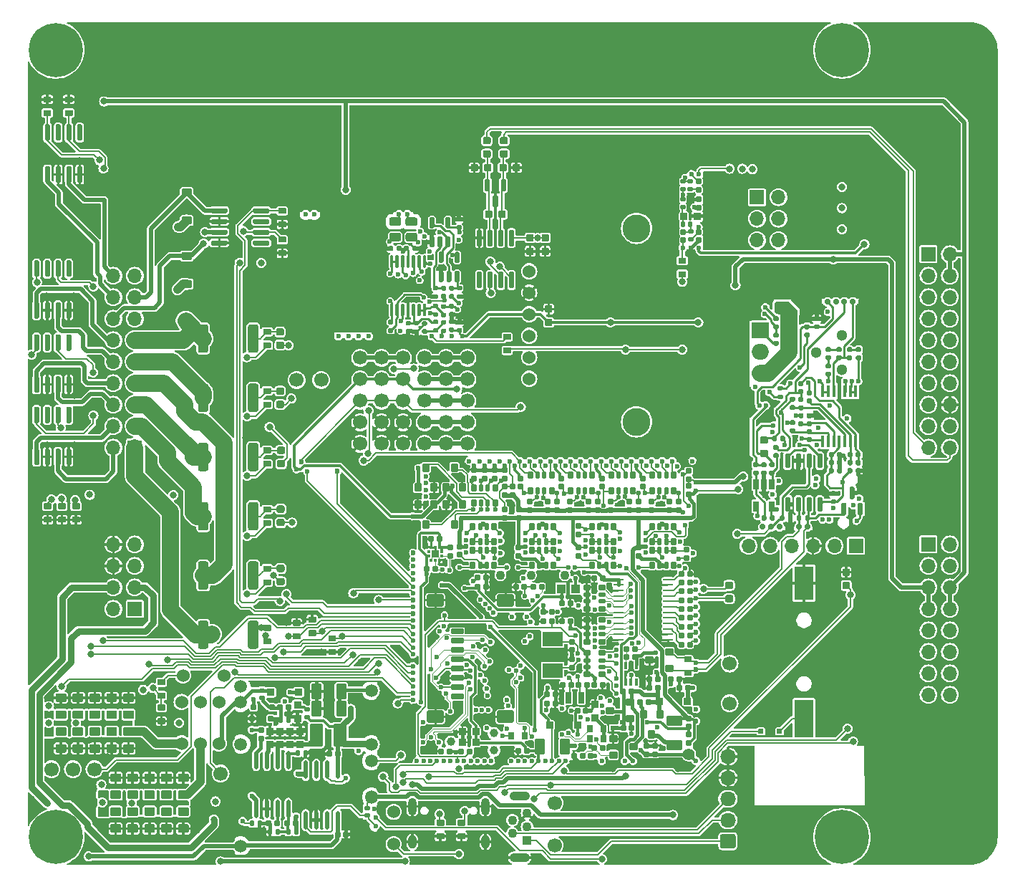
<source format=gbl>
G75*
G70*
%OFA0B0*%
%FSLAX25Y25*%
%IPPOS*%
%LPD*%
%AMOC8*
5,1,8,0,0,1.08239X$1,22.5*
%
%AMM11*
21,1,0.023620,0.018900,0.000000,0.000000,90.000000*
21,1,0.018900,0.023620,0.000000,0.000000,90.000000*
1,1,0.004720,0.009450,0.009450*
1,1,0.004720,0.009450,-0.009450*
1,1,0.004720,-0.009450,-0.009450*
1,1,0.004720,-0.009450,0.009450*
%
%AMM117*
21,1,0.023620,0.018900,0.000000,-0.000000,90.000000*
21,1,0.018900,0.023620,0.000000,-0.000000,90.000000*
1,1,0.004720,0.009450,0.009450*
1,1,0.004720,0.009450,-0.009450*
1,1,0.004720,-0.009450,-0.009450*
1,1,0.004720,-0.009450,0.009450*
%
%AMM118*
21,1,0.019680,0.019680,0.000000,-0.000000,180.000000*
21,1,0.015750,0.023620,0.000000,-0.000000,180.000000*
1,1,0.003940,-0.007870,0.009840*
1,1,0.003940,0.007870,0.009840*
1,1,0.003940,0.007870,-0.009840*
1,1,0.003940,-0.007870,-0.009840*
%
%AMM119*
21,1,0.033470,0.026770,0.000000,-0.000000,180.000000*
21,1,0.026770,0.033470,0.000000,-0.000000,180.000000*
1,1,0.006690,-0.013390,0.013390*
1,1,0.006690,0.013390,0.013390*
1,1,0.006690,0.013390,-0.013390*
1,1,0.006690,-0.013390,-0.013390*
%
%AMM12*
21,1,0.019680,0.019680,0.000000,0.000000,0.000000*
21,1,0.015750,0.023620,0.000000,0.000000,0.000000*
1,1,0.003940,0.007870,-0.009840*
1,1,0.003940,-0.007870,-0.009840*
1,1,0.003940,-0.007870,0.009840*
1,1,0.003940,0.007870,0.009840*
%
%AMM120*
21,1,0.019680,0.019680,0.000000,-0.000000,270.000000*
21,1,0.015750,0.023620,0.000000,-0.000000,270.000000*
1,1,0.003940,-0.009840,-0.007870*
1,1,0.003940,-0.009840,0.007870*
1,1,0.003940,0.009840,0.007870*
1,1,0.003940,0.009840,-0.007870*
%
%AMM13*
21,1,0.019680,0.019680,0.000000,0.000000,270.000000*
21,1,0.015750,0.023620,0.000000,0.000000,270.000000*
1,1,0.003940,-0.009840,-0.007870*
1,1,0.003940,-0.009840,0.007870*
1,1,0.003940,0.009840,0.007870*
1,1,0.003940,0.009840,-0.007870*
%
%AMM183*
21,1,0.025590,0.026380,-0.000000,-0.000000,90.000000*
21,1,0.020470,0.031500,-0.000000,-0.000000,90.000000*
1,1,0.005120,0.013190,0.010240*
1,1,0.005120,0.013190,-0.010240*
1,1,0.005120,-0.013190,-0.010240*
1,1,0.005120,-0.013190,0.010240*
%
%AMM184*
21,1,0.017720,0.027950,-0.000000,-0.000000,90.000000*
21,1,0.014170,0.031500,-0.000000,-0.000000,90.000000*
1,1,0.003540,0.013980,0.007090*
1,1,0.003540,0.013980,-0.007090*
1,1,0.003540,-0.013980,-0.007090*
1,1,0.003540,-0.013980,0.007090*
%
%AMM187*
21,1,0.027560,0.018900,-0.000000,-0.000000,270.000000*
21,1,0.022840,0.023620,-0.000000,-0.000000,270.000000*
1,1,0.004720,-0.009450,-0.011420*
1,1,0.004720,-0.009450,0.011420*
1,1,0.004720,0.009450,0.011420*
1,1,0.004720,0.009450,-0.011420*
%
%AMM189*
21,1,0.027560,0.018900,-0.000000,-0.000000,0.000000*
21,1,0.022840,0.023620,-0.000000,-0.000000,0.000000*
1,1,0.004720,0.011420,-0.009450*
1,1,0.004720,-0.011420,-0.009450*
1,1,0.004720,-0.011420,0.009450*
1,1,0.004720,0.011420,0.009450*
%
%AMM191*
21,1,0.035430,0.030320,-0.000000,-0.000000,90.000000*
21,1,0.028350,0.037400,-0.000000,-0.000000,90.000000*
1,1,0.007090,0.015160,0.014170*
1,1,0.007090,0.015160,-0.014170*
1,1,0.007090,-0.015160,-0.014170*
1,1,0.007090,-0.015160,0.014170*
%
%AMM194*
21,1,0.027560,0.030710,-0.000000,-0.000000,180.000000*
21,1,0.022050,0.036220,-0.000000,-0.000000,180.000000*
1,1,0.005510,-0.011020,0.015350*
1,1,0.005510,0.011020,0.015350*
1,1,0.005510,0.011020,-0.015350*
1,1,0.005510,-0.011020,-0.015350*
%
%AMM215*
21,1,0.033470,0.026770,-0.000000,-0.000000,270.000000*
21,1,0.026770,0.033470,-0.000000,-0.000000,270.000000*
1,1,0.006690,-0.013390,-0.013390*
1,1,0.006690,-0.013390,0.013390*
1,1,0.006690,0.013390,0.013390*
1,1,0.006690,0.013390,-0.013390*
%
%AMM216*
21,1,0.025590,0.026380,-0.000000,-0.000000,180.000000*
21,1,0.020470,0.031500,-0.000000,-0.000000,180.000000*
1,1,0.005120,-0.010240,0.013190*
1,1,0.005120,0.010240,0.013190*
1,1,0.005120,0.010240,-0.013190*
1,1,0.005120,-0.010240,-0.013190*
%
%AMM217*
21,1,0.017720,0.027950,-0.000000,-0.000000,180.000000*
21,1,0.014170,0.031500,-0.000000,-0.000000,180.000000*
1,1,0.003540,-0.007090,0.013980*
1,1,0.003540,0.007090,0.013980*
1,1,0.003540,0.007090,-0.013980*
1,1,0.003540,-0.007090,-0.013980*
%
%AMM218*
21,1,0.033470,0.026770,-0.000000,-0.000000,180.000000*
21,1,0.026770,0.033470,-0.000000,-0.000000,180.000000*
1,1,0.006690,-0.013390,0.013390*
1,1,0.006690,0.013390,0.013390*
1,1,0.006690,0.013390,-0.013390*
1,1,0.006690,-0.013390,-0.013390*
%
%AMM219*
21,1,0.078740,0.045670,-0.000000,-0.000000,0.000000*
21,1,0.067320,0.057090,-0.000000,-0.000000,0.000000*
1,1,0.011420,0.033660,-0.022840*
1,1,0.011420,-0.033660,-0.022840*
1,1,0.011420,-0.033660,0.022840*
1,1,0.011420,0.033660,0.022840*
%
%AMM220*
21,1,0.059060,0.020470,-0.000000,-0.000000,0.000000*
21,1,0.053940,0.025590,-0.000000,-0.000000,0.000000*
1,1,0.005120,0.026970,-0.010240*
1,1,0.005120,-0.026970,-0.010240*
1,1,0.005120,-0.026970,0.010240*
1,1,0.005120,0.026970,0.010240*
%
%AMM221*
21,1,0.035430,0.030320,-0.000000,-0.000000,0.000000*
21,1,0.028350,0.037400,-0.000000,-0.000000,0.000000*
1,1,0.007090,0.014170,-0.015160*
1,1,0.007090,-0.014170,-0.015160*
1,1,0.007090,-0.014170,0.015160*
1,1,0.007090,0.014170,0.015160*
%
%AMM222*
21,1,0.012600,0.028980,-0.000000,-0.000000,0.000000*
21,1,0.010080,0.031500,-0.000000,-0.000000,0.000000*
1,1,0.002520,0.005040,-0.014490*
1,1,0.002520,-0.005040,-0.014490*
1,1,0.002520,-0.005040,0.014490*
1,1,0.002520,0.005040,0.014490*
%
%AMM223*
21,1,0.070870,0.036220,-0.000000,-0.000000,180.000000*
21,1,0.061810,0.045280,-0.000000,-0.000000,180.000000*
1,1,0.009060,-0.030910,0.018110*
1,1,0.009060,0.030910,0.018110*
1,1,0.009060,0.030910,-0.018110*
1,1,0.009060,-0.030910,-0.018110*
%
%AMM224*
21,1,0.035830,0.026770,-0.000000,-0.000000,180.000000*
21,1,0.029130,0.033470,-0.000000,-0.000000,180.000000*
1,1,0.006690,-0.014570,0.013390*
1,1,0.006690,0.014570,0.013390*
1,1,0.006690,0.014570,-0.013390*
1,1,0.006690,-0.014570,-0.013390*
%
%AMM225*
21,1,0.027560,0.049610,-0.000000,-0.000000,180.000000*
21,1,0.022050,0.055120,-0.000000,-0.000000,180.000000*
1,1,0.005510,-0.011020,0.024800*
1,1,0.005510,0.011020,0.024800*
1,1,0.005510,0.011020,-0.024800*
1,1,0.005510,-0.011020,-0.024800*
%
%AMM226*
21,1,0.070870,0.036220,-0.000000,-0.000000,270.000000*
21,1,0.061810,0.045280,-0.000000,-0.000000,270.000000*
1,1,0.009060,-0.018110,-0.030910*
1,1,0.009060,-0.018110,0.030910*
1,1,0.009060,0.018110,0.030910*
1,1,0.009060,0.018110,-0.030910*
%
%AMM227*
21,1,0.027560,0.030710,-0.000000,-0.000000,270.000000*
21,1,0.022050,0.036220,-0.000000,-0.000000,270.000000*
1,1,0.005510,-0.015350,-0.011020*
1,1,0.005510,-0.015350,0.011020*
1,1,0.005510,0.015350,0.011020*
1,1,0.005510,0.015350,-0.011020*
%
%AMM27*
21,1,0.106300,0.050390,0.000000,0.000000,90.000000*
21,1,0.093700,0.062990,0.000000,0.000000,90.000000*
1,1,0.012600,0.025200,0.046850*
1,1,0.012600,0.025200,-0.046850*
1,1,0.012600,-0.025200,-0.046850*
1,1,0.012600,-0.025200,0.046850*
%
%AMM28*
21,1,0.033470,0.026770,0.000000,0.000000,270.000000*
21,1,0.026770,0.033470,0.000000,0.000000,270.000000*
1,1,0.006690,-0.013390,-0.013390*
1,1,0.006690,-0.013390,0.013390*
1,1,0.006690,0.013390,0.013390*
1,1,0.006690,0.013390,-0.013390*
%
%AMM29*
21,1,0.023620,0.018900,0.000000,0.000000,180.000000*
21,1,0.018900,0.023620,0.000000,0.000000,180.000000*
1,1,0.004720,-0.009450,0.009450*
1,1,0.004720,0.009450,0.009450*
1,1,0.004720,0.009450,-0.009450*
1,1,0.004720,-0.009450,-0.009450*
%
%AMM30*
21,1,0.122050,0.075590,0.000000,0.000000,180.000000*
21,1,0.103150,0.094490,0.000000,0.000000,180.000000*
1,1,0.018900,-0.051580,0.037800*
1,1,0.018900,0.051580,0.037800*
1,1,0.018900,0.051580,-0.037800*
1,1,0.018900,-0.051580,-0.037800*
%
%AMM31*
21,1,0.118110,0.083460,0.000000,0.000000,0.000000*
21,1,0.097240,0.104330,0.000000,0.000000,0.000000*
1,1,0.020870,0.048620,-0.041730*
1,1,0.020870,-0.048620,-0.041730*
1,1,0.020870,-0.048620,0.041730*
1,1,0.020870,0.048620,0.041730*
%
%AMM7*
21,1,0.035830,0.026770,0.000000,0.000000,0.000000*
21,1,0.029130,0.033470,0.000000,0.000000,0.000000*
1,1,0.006690,0.014570,-0.013390*
1,1,0.006690,-0.014570,-0.013390*
1,1,0.006690,-0.014570,0.013390*
1,1,0.006690,0.014570,0.013390*
%
%AMM8*
21,1,0.070870,0.036220,0.000000,0.000000,90.000000*
21,1,0.061810,0.045280,0.000000,0.000000,90.000000*
1,1,0.009060,0.018110,0.030910*
1,1,0.009060,0.018110,-0.030910*
1,1,0.009060,-0.018110,-0.030910*
1,1,0.009060,-0.018110,0.030910*
%
%ADD10C,0.00787*%
%ADD100C,0.01968*%
%ADD101C,0.01575*%
%ADD108M7*%
%ADD109M8*%
%ADD11C,0.06693*%
%ADD112M11*%
%ADD113M12*%
%ADD114M13*%
%ADD115O,0.00787X0.40158*%
%ADD12C,0.02756*%
%ADD132M27*%
%ADD133M28*%
%ADD134M29*%
%ADD135O,0.01968X0.08661*%
%ADD136M30*%
%ADD137M31*%
%ADD15R,0.04331X0.00984*%
%ADD158C,0.05118*%
%ADD16R,0.03858X0.00984*%
%ADD171C,0.03900*%
%ADD18R,0.00984X1.08661*%
%ADD199C,0.00492*%
%ADD20R,0.03740X0.00984*%
%ADD200C,0.01260*%
%ADD201C,0.05512*%
%ADD21R,0.06693X0.06693*%
%ADD22O,0.06693X0.06693*%
%ADD23C,0.03150*%
%ADD235R,0.01378X0.01476*%
%ADD236R,0.01968X0.01968*%
%ADD238O,0.04961X0.00984*%
%ADD24C,0.25197*%
%ADD240R,0.09449X0.06693*%
%ADD241R,0.01476X0.01378*%
%ADD243R,0.03937X0.04331*%
%ADD25C,0.06000*%
%ADD26O,0.07283X0.06693*%
%ADD27C,0.02362*%
%ADD28R,0.24350X0.00984*%
%ADD29R,0.04390X0.00984*%
%ADD298M117*%
%ADD299M118*%
%ADD30R,0.00984X0.56201*%
%ADD300M119*%
%ADD301M120*%
%ADD309R,0.07874X0.07500*%
%ADD31R,0.00984X0.59449*%
%ADD310O,0.07874X0.07500*%
%ADD312R,0.01772X0.05709*%
%ADD313R,0.02559X0.04803*%
%ADD32R,0.20374X0.00984*%
%ADD33R,0.04331X0.04331*%
%ADD34C,0.04331*%
%ADD35O,0.09449X0.04331*%
%ADD36O,0.04823X0.00787*%
%ADD37O,0.00787X0.36614*%
%ADD38C,0.05906*%
%ADD39O,0.00787X0.12992*%
%ADD392M183*%
%ADD393M184*%
%ADD396M187*%
%ADD398M189*%
%ADD40O,0.00787X0.40157*%
%ADD400M191*%
%ADD403M194*%
%ADD41O,0.00787X0.01181*%
%ADD42O,0.66929X0.00787*%
%ADD424M215*%
%ADD425M216*%
%ADD426M217*%
%ADD427M218*%
%ADD428M219*%
%ADD429M220*%
%ADD43O,0.60630X0.00787*%
%ADD430M221*%
%ADD431M222*%
%ADD432M223*%
%ADD433M224*%
%ADD434M225*%
%ADD435M226*%
%ADD436M227*%
%ADD44O,0.00787X0.18898*%
%ADD45O,0.00787X0.10236*%
%ADD46O,0.00787X0.03937*%
%ADD47O,0.00787X0.05906*%
%ADD57R,0.00787X0.14567*%
%ADD58R,0.00787X0.01575*%
%ADD59R,0.00787X0.06299*%
%ADD60R,0.00787X0.38189*%
%ADD61R,0.00787X0.09055*%
%ADD62R,0.05512X0.00787*%
%ADD63R,0.25197X0.00787*%
%ADD64R,0.06693X0.00787*%
%ADD65R,0.12992X0.00787*%
%ADD66R,0.00787X0.27559*%
%ADD67R,0.00787X0.12992*%
%ADD68R,0.00787X0.24803*%
%ADD70O,0.03937X0.08268*%
%ADD71O,0.03937X0.06299*%
%ADD72C,0.13000*%
%ADD74C,0.01181*%
%ADD75C,0.03937*%
%ADD76C,0.01969*%
%ADD77C,0.00591*%
%ADD85C,0.00984*%
%ADD93R,0.24803X0.00984*%
%ADD94R,0.34449X0.00984*%
%ADD95R,0.09055X0.17323*%
%ADD96R,0.09055X0.15748*%
%ADD97C,0.07874*%
X0000000Y0000000D02*
%LPD*%
G01*
D11*
X0327559Y0076042D03*
D12*
X0384941Y0262853D03*
X0373130Y0262853D03*
X0377067Y0262853D03*
X0381004Y0262853D03*
D15*
X0338287Y0156652D03*
D16*
X0355374Y0156652D03*
D93*
X0378839Y0156652D03*
D18*
X0336614Y0210491D03*
X0390748Y0210491D03*
D94*
X0353346Y0264330D03*
D20*
X0389370Y0264330D03*
D12*
X0346949Y0158164D03*
X0350886Y0158164D03*
X0363862Y0158164D03*
X0359862Y0158164D03*
X0343012Y0158164D03*
D11*
X0125984Y0226436D03*
X0137402Y0226436D03*
D21*
X0420150Y0284979D03*
D22*
X0430150Y0284979D03*
X0420150Y0274979D03*
X0430150Y0274979D03*
X0420150Y0264979D03*
X0430150Y0264979D03*
X0420150Y0254979D03*
X0430150Y0254979D03*
X0420150Y0244979D03*
X0430150Y0244979D03*
X0420150Y0234979D03*
X0430150Y0234979D03*
X0420150Y0224979D03*
X0430150Y0224979D03*
X0420150Y0214979D03*
X0430150Y0214979D03*
X0420150Y0204979D03*
X0430150Y0204979D03*
X0420150Y0194979D03*
X0430150Y0194979D03*
D11*
X0021811Y0045334D03*
D23*
X0004331Y0379979D03*
X0007098Y0386661D03*
X0007098Y0373298D03*
X0013780Y0389428D03*
D24*
X0013780Y0379979D03*
D23*
X0013780Y0370530D03*
X0020461Y0386661D03*
X0020461Y0373298D03*
X0023228Y0379979D03*
X0370472Y0379979D03*
X0373240Y0386661D03*
X0373240Y0373298D03*
X0379921Y0389428D03*
D24*
X0379921Y0379979D03*
D23*
X0379921Y0370530D03*
X0386603Y0386661D03*
X0386603Y0373298D03*
X0389370Y0379979D03*
D25*
X0072441Y0076633D03*
X0072441Y0057341D03*
G36*
G01*
X0329429Y0008523D02*
X0324114Y0008523D01*
G75*
G02*
X0323130Y0009507I0000000J0000984D01*
G01*
X0323130Y0014231D01*
G75*
G02*
X0324114Y0015215I0000984J0000000D01*
G01*
X0329429Y0015215D01*
G75*
G02*
X0330413Y0014231I0000000J-000984D01*
G01*
X0330413Y0009507D01*
G75*
G02*
X0329429Y0008523I-000984J0000000D01*
G01*
G37*
D26*
X0326772Y0021712D03*
X0326772Y0031554D03*
X0326772Y0041397D03*
X0326772Y0051239D03*
D11*
X0246063Y0029586D03*
D23*
X0004331Y0013838D03*
X0007098Y0020519D03*
X0007098Y0007156D03*
X0013780Y0023286D03*
D24*
X0013780Y0013838D03*
D23*
X0013780Y0004389D03*
X0020461Y0020519D03*
X0020461Y0007156D03*
X0023228Y0013838D03*
D27*
X0193602Y0246810D03*
X0188878Y0246810D03*
X0198327Y0246810D03*
X0203051Y0246810D03*
D28*
X0192549Y0304487D03*
D29*
X0168730Y0304487D03*
D30*
X0204232Y0276879D03*
D31*
X0167028Y0275255D03*
D32*
X0176722Y0246023D03*
D27*
X0177618Y0303601D03*
X0173681Y0303601D03*
D11*
X0011811Y0045334D03*
D33*
X0233268Y0012263D03*
D34*
X0226378Y0015412D03*
X0233268Y0018562D03*
X0226378Y0021712D03*
X0233268Y0024861D03*
D35*
X0229823Y0004192D03*
X0229823Y0032932D03*
D25*
X0081102Y0076633D03*
X0081102Y0057341D03*
D27*
X0313287Y0287952D03*
D36*
X0305512Y0322991D03*
D37*
X0315650Y0305078D03*
X0303445Y0305078D03*
D27*
X0309547Y0287952D03*
X0305807Y0287952D03*
X0309744Y0322204D03*
X0313287Y0322204D03*
D11*
X0090551Y0043365D03*
D38*
X0160925Y0082046D03*
X0160925Y0056849D03*
X0160925Y0049369D03*
X0160925Y0032440D03*
D27*
X0162697Y0022991D03*
X0162697Y0019054D03*
D39*
X0097343Y0066889D03*
D40*
X0097343Y0033424D03*
D41*
X0097343Y0005471D03*
D42*
X0130413Y0005275D03*
D43*
X0133563Y0086377D03*
D38*
X0160925Y0007834D03*
D41*
X0163484Y0086180D03*
D44*
X0163484Y0069645D03*
D45*
X0163484Y0040708D03*
D46*
X0163484Y0026928D03*
D47*
X0163484Y0013936D03*
D38*
X0099902Y0083818D03*
X0099902Y0076534D03*
X0099902Y0057046D03*
X0099902Y0009605D03*
D21*
X0340350Y0311479D03*
D22*
X0350350Y0311479D03*
X0340350Y0301479D03*
X0350350Y0301479D03*
X0340350Y0291479D03*
X0350350Y0291479D03*
D27*
X0125984Y0184999D03*
X0128051Y0188444D03*
X0131004Y0183818D03*
X0144980Y0184113D03*
D25*
X0089764Y0076633D03*
X0089764Y0057341D03*
D11*
X0155512Y0196751D03*
X0155512Y0206751D03*
X0155512Y0216751D03*
X0155512Y0226751D03*
X0155512Y0236751D03*
X0165512Y0196751D03*
X0165512Y0206751D03*
X0165512Y0216751D03*
X0165512Y0226751D03*
X0165512Y0236751D03*
X0175512Y0196751D03*
X0175512Y0206751D03*
X0175512Y0216751D03*
X0175512Y0226751D03*
X0175512Y0236751D03*
X0246063Y0009901D03*
D25*
X0171160Y0025549D03*
X0171160Y0010549D03*
D21*
X0050650Y0119979D03*
D22*
X0040650Y0119979D03*
X0050650Y0129979D03*
X0040650Y0129979D03*
X0050650Y0139979D03*
X0040650Y0139979D03*
X0050650Y0149979D03*
X0040650Y0149979D03*
D11*
X0327559Y0094546D03*
D27*
X0180315Y0163050D03*
X0180315Y0146121D03*
X0180315Y0142971D03*
X0180315Y0139822D03*
X0180315Y0136672D03*
X0180315Y0133523D03*
X0180315Y0130373D03*
X0180315Y0127223D03*
X0180315Y0124074D03*
X0180315Y0120924D03*
X0180315Y0117775D03*
X0180315Y0114625D03*
X0180315Y0111475D03*
X0180315Y0108326D03*
X0180315Y0105176D03*
X0180315Y0102027D03*
X0180315Y0098877D03*
X0180315Y0093365D03*
X0180315Y0090216D03*
X0180315Y0087066D03*
X0180315Y0083916D03*
X0180315Y0080767D03*
X0180315Y0077617D03*
D57*
X0312598Y0058523D03*
D58*
X0312598Y0070530D03*
D57*
X0312598Y0082538D03*
D59*
X0312598Y0100058D03*
D60*
X0312598Y0153798D03*
D61*
X0312598Y0185294D03*
D62*
X0305512Y0189428D03*
D63*
X0297244Y0048483D03*
D64*
X0273425Y0048483D03*
D65*
X0259646Y0048483D03*
D62*
X0221260Y0048483D03*
D63*
X0191732Y0189428D03*
D66*
X0179528Y0061869D03*
D58*
X0179528Y0096121D03*
D67*
X0179528Y0154586D03*
D68*
X0179528Y0177420D03*
D27*
X0181890Y0049271D03*
X0185039Y0049271D03*
X0188189Y0049271D03*
X0191339Y0049271D03*
X0194488Y0049271D03*
X0197638Y0049271D03*
X0200787Y0049271D03*
X0203937Y0049271D03*
X0207087Y0049271D03*
X0210236Y0049271D03*
X0213386Y0049271D03*
X0216535Y0049271D03*
X0225984Y0049271D03*
X0229134Y0049271D03*
X0232283Y0049271D03*
X0235433Y0049271D03*
X0238583Y0049271D03*
X0241732Y0049271D03*
X0244882Y0049271D03*
X0248032Y0049271D03*
X0251181Y0049271D03*
X0268110Y0049271D03*
X0278740Y0049271D03*
X0282677Y0049271D03*
X0311811Y0049271D03*
X0206299Y0188641D03*
X0211024Y0188641D03*
X0215748Y0188641D03*
X0220472Y0188641D03*
X0225197Y0188641D03*
X0229921Y0188641D03*
X0234646Y0188641D03*
X0239370Y0188641D03*
X0244094Y0188641D03*
X0248819Y0188641D03*
X0253543Y0188641D03*
X0258268Y0188641D03*
X0262992Y0188641D03*
X0267717Y0188641D03*
X0272441Y0188641D03*
X0277165Y0188641D03*
X0281890Y0188641D03*
X0286614Y0188641D03*
X0291339Y0188641D03*
X0296063Y0188641D03*
X0300787Y0188641D03*
X0310236Y0188641D03*
X0311811Y0178798D03*
X0311811Y0174861D03*
X0311811Y0132735D03*
X0311811Y0128798D03*
X0311811Y0124861D03*
X0311811Y0120924D03*
X0311811Y0116987D03*
X0311811Y0113050D03*
X0311811Y0109113D03*
X0311811Y0105176D03*
X0311811Y0094940D03*
X0311811Y0091790D03*
X0311811Y0073286D03*
X0311811Y0067775D03*
D21*
X0050650Y0194979D03*
D22*
X0040650Y0194979D03*
X0050650Y0204979D03*
X0040650Y0204979D03*
X0050650Y0214979D03*
X0040650Y0214979D03*
X0050650Y0224979D03*
X0040650Y0224979D03*
X0050650Y0234979D03*
X0040650Y0234979D03*
X0050650Y0244979D03*
X0040650Y0244979D03*
X0050650Y0254979D03*
X0040650Y0254979D03*
X0050650Y0264979D03*
X0040650Y0264979D03*
X0050650Y0274979D03*
X0040650Y0274979D03*
D70*
X0179843Y0028030D03*
D71*
X0179843Y0011574D03*
D70*
X0213858Y0028030D03*
D71*
X0213858Y0011574D03*
D21*
X0420150Y0149979D03*
D22*
X0430150Y0149979D03*
X0420150Y0139979D03*
X0430150Y0139979D03*
X0420150Y0129979D03*
X0430150Y0129979D03*
X0420150Y0119979D03*
X0430150Y0119979D03*
X0420150Y0109979D03*
X0430150Y0109979D03*
X0420150Y0099979D03*
X0430150Y0099979D03*
X0420150Y0089979D03*
X0430150Y0089979D03*
X0420150Y0079979D03*
X0430150Y0079979D03*
D23*
X0370472Y0013838D03*
X0373240Y0020519D03*
X0373240Y0007156D03*
X0379921Y0023286D03*
D24*
X0379921Y0013838D03*
D23*
X0379921Y0004389D03*
X0386603Y0020519D03*
X0386603Y0007156D03*
X0389370Y0013838D03*
D27*
X0150098Y0246810D03*
X0145374Y0246810D03*
X0154823Y0246810D03*
X0159547Y0246810D03*
D28*
X0149045Y0304487D03*
D29*
X0125226Y0304487D03*
D30*
X0160728Y0276879D03*
D31*
X0123524Y0275255D03*
D32*
X0133219Y0246023D03*
D27*
X0134114Y0303601D03*
X0130177Y0303601D03*
D25*
X0073031Y0089034D03*
X0092323Y0089034D03*
D21*
X0386417Y0149271D03*
D22*
X0376417Y0149271D03*
X0366417Y0149271D03*
X0356417Y0149271D03*
X0346417Y0149271D03*
X0336417Y0149271D03*
D72*
X0284265Y0297027D03*
X0284265Y0207027D03*
D25*
X0234265Y0277027D03*
X0234265Y0267027D03*
X0234265Y0257027D03*
X0234265Y0247027D03*
X0234265Y0237027D03*
X0234265Y0227027D03*
D11*
X0031811Y0045334D03*
X0185512Y0196751D03*
X0185512Y0206751D03*
X0185512Y0216751D03*
X0185512Y0226751D03*
X0185512Y0236751D03*
X0195512Y0196751D03*
X0195512Y0206751D03*
X0195512Y0216751D03*
X0195512Y0226751D03*
X0195512Y0236751D03*
X0205512Y0196751D03*
X0205512Y0206751D03*
X0205512Y0216751D03*
X0205512Y0226751D03*
X0205512Y0236751D03*
G36*
G01*
X0214173Y0319968D02*
X0215354Y0319968D01*
G75*
G02*
X0215945Y0319377I0000000J-000591D01*
G01*
X0215945Y0314751D01*
G75*
G02*
X0215354Y0314160I-000591J0000000D01*
G01*
X0214173Y0314160D01*
G75*
G02*
X0213583Y0314751I0000000J0000591D01*
G01*
X0213583Y0319377D01*
G75*
G02*
X0214173Y0319968I0000591J0000000D01*
G01*
G37*
G36*
G01*
X0221654Y0319968D02*
X0222835Y0319968D01*
G75*
G02*
X0223425Y0319377I0000000J-000591D01*
G01*
X0223425Y0314751D01*
G75*
G02*
X0222835Y0314160I-000591J0000000D01*
G01*
X0221654Y0314160D01*
G75*
G02*
X0221063Y0314751I0000000J0000591D01*
G01*
X0221063Y0319377D01*
G75*
G02*
X0221654Y0319968I0000591J0000000D01*
G01*
G37*
G36*
G01*
X0217913Y0312586D02*
X0219094Y0312586D01*
G75*
G02*
X0219685Y0311995I0000000J-000591D01*
G01*
X0219685Y0307369D01*
G75*
G02*
X0219094Y0306779I-000591J0000000D01*
G01*
X0217913Y0306779D01*
G75*
G02*
X0217323Y0307369I0000000J0000591D01*
G01*
X0217323Y0311995D01*
G75*
G02*
X0217913Y0312586I0000591J0000000D01*
G01*
G37*
G36*
G01*
X0049803Y0053050D02*
X0045669Y0053050D01*
G75*
G02*
X0045276Y0053444I0000000J0000394D01*
G01*
X0045276Y0056593D01*
G75*
G02*
X0045669Y0056987I0000394J0000000D01*
G01*
X0049803Y0056987D01*
G75*
G02*
X0050197Y0056593I0000000J-000394D01*
G01*
X0050197Y0053444D01*
G75*
G02*
X0049803Y0053050I-000394J0000000D01*
G01*
G37*
G36*
G01*
X0049803Y0060924D02*
X0045669Y0060924D01*
G75*
G02*
X0045276Y0061318I0000000J0000394D01*
G01*
X0045276Y0064467D01*
G75*
G02*
X0045669Y0064861I0000394J0000000D01*
G01*
X0049803Y0064861D01*
G75*
G02*
X0050197Y0064467I0000000J-000394D01*
G01*
X0050197Y0061318D01*
G75*
G02*
X0049803Y0060924I-000394J0000000D01*
G01*
G37*
G36*
G01*
X0241969Y0261141D02*
X0244646Y0261141D01*
G75*
G02*
X0244980Y0260806I0000000J-000335D01*
G01*
X0244980Y0258129D01*
G75*
G02*
X0244646Y0257794I-000335J0000000D01*
G01*
X0241969Y0257794D01*
G75*
G02*
X0241634Y0258129I0000000J0000335D01*
G01*
X0241634Y0260806D01*
G75*
G02*
X0241969Y0261141I0000335J0000000D01*
G01*
G37*
G36*
G01*
X0241969Y0254920D02*
X0244646Y0254920D01*
G75*
G02*
X0244980Y0254586I0000000J-000335D01*
G01*
X0244980Y0251908D01*
G75*
G02*
X0244646Y0251574I-000335J0000000D01*
G01*
X0241969Y0251574D01*
G75*
G02*
X0241634Y0251908I0000000J0000335D01*
G01*
X0241634Y0254586D01*
G75*
G02*
X0241969Y0254920I0000335J0000000D01*
G01*
G37*
G36*
G01*
X0076811Y0298877D02*
X0072795Y0298877D01*
G75*
G02*
X0072441Y0299231I0000000J0000354D01*
G01*
X0072441Y0302066D01*
G75*
G02*
X0072795Y0302420I0000354J0000000D01*
G01*
X0076811Y0302420D01*
G75*
G02*
X0077165Y0302066I0000000J-000354D01*
G01*
X0077165Y0299231D01*
G75*
G02*
X0076811Y0298877I-000354J0000000D01*
G01*
G37*
G36*
G01*
X0076811Y0311869D02*
X0072795Y0311869D01*
G75*
G02*
X0072441Y0312223I0000000J0000354D01*
G01*
X0072441Y0315058D01*
G75*
G02*
X0072795Y0315412I0000354J0000000D01*
G01*
X0076811Y0315412D01*
G75*
G02*
X0077165Y0315058I0000000J-000354D01*
G01*
X0077165Y0312223D01*
G75*
G02*
X0076811Y0311869I-000354J0000000D01*
G01*
G37*
D95*
X0362205Y0068956D03*
D96*
X0362205Y0131948D03*
G36*
G01*
X0004311Y0247696D02*
X0005492Y0247696D01*
G75*
G02*
X0006083Y0247105I0000000J-000591D01*
G01*
X0006083Y0240609D01*
G75*
G02*
X0005492Y0240019I-000591J0000000D01*
G01*
X0004311Y0240019D01*
G75*
G02*
X0003720Y0240609I0000000J0000591D01*
G01*
X0003720Y0247105D01*
G75*
G02*
X0004311Y0247696I0000591J0000000D01*
G01*
G37*
G36*
G01*
X0009311Y0247696D02*
X0010492Y0247696D01*
G75*
G02*
X0011083Y0247105I0000000J-000591D01*
G01*
X0011083Y0240609D01*
G75*
G02*
X0010492Y0240019I-000591J0000000D01*
G01*
X0009311Y0240019D01*
G75*
G02*
X0008720Y0240609I0000000J0000591D01*
G01*
X0008720Y0247105D01*
G75*
G02*
X0009311Y0247696I0000591J0000000D01*
G01*
G37*
G36*
G01*
X0014311Y0247696D02*
X0015492Y0247696D01*
G75*
G02*
X0016083Y0247105I0000000J-000591D01*
G01*
X0016083Y0240609D01*
G75*
G02*
X0015492Y0240019I-000591J0000000D01*
G01*
X0014311Y0240019D01*
G75*
G02*
X0013720Y0240609I0000000J0000591D01*
G01*
X0013720Y0247105D01*
G75*
G02*
X0014311Y0247696I0000591J0000000D01*
G01*
G37*
G36*
G01*
X0019311Y0247696D02*
X0020492Y0247696D01*
G75*
G02*
X0021083Y0247105I0000000J-000591D01*
G01*
X0021083Y0240609D01*
G75*
G02*
X0020492Y0240019I-000591J0000000D01*
G01*
X0019311Y0240019D01*
G75*
G02*
X0018720Y0240609I0000000J0000591D01*
G01*
X0018720Y0247105D01*
G75*
G02*
X0019311Y0247696I0000591J0000000D01*
G01*
G37*
G36*
G01*
X0019311Y0228208D02*
X0020492Y0228208D01*
G75*
G02*
X0021083Y0227617I0000000J-000591D01*
G01*
X0021083Y0221121D01*
G75*
G02*
X0020492Y0220530I-000591J0000000D01*
G01*
X0019311Y0220530D01*
G75*
G02*
X0018720Y0221121I0000000J0000591D01*
G01*
X0018720Y0227617D01*
G75*
G02*
X0019311Y0228208I0000591J0000000D01*
G01*
G37*
G36*
G01*
X0014311Y0228208D02*
X0015492Y0228208D01*
G75*
G02*
X0016083Y0227617I0000000J-000591D01*
G01*
X0016083Y0221121D01*
G75*
G02*
X0015492Y0220530I-000591J0000000D01*
G01*
X0014311Y0220530D01*
G75*
G02*
X0013720Y0221121I0000000J0000591D01*
G01*
X0013720Y0227617D01*
G75*
G02*
X0014311Y0228208I0000591J0000000D01*
G01*
G37*
G36*
G01*
X0009311Y0228208D02*
X0010492Y0228208D01*
G75*
G02*
X0011083Y0227617I0000000J-000591D01*
G01*
X0011083Y0221121D01*
G75*
G02*
X0010492Y0220530I-000591J0000000D01*
G01*
X0009311Y0220530D01*
G75*
G02*
X0008720Y0221121I0000000J0000591D01*
G01*
X0008720Y0227617D01*
G75*
G02*
X0009311Y0228208I0000591J0000000D01*
G01*
G37*
G36*
G01*
X0004311Y0228208D02*
X0005492Y0228208D01*
G75*
G02*
X0006083Y0227617I0000000J-000591D01*
G01*
X0006083Y0221121D01*
G75*
G02*
X0005492Y0220530I-000591J0000000D01*
G01*
X0004311Y0220530D01*
G75*
G02*
X0003720Y0221121I0000000J0000591D01*
G01*
X0003720Y0227617D01*
G75*
G02*
X0004311Y0228208I0000591J0000000D01*
G01*
G37*
G36*
G01*
X0011575Y0160097D02*
X0008504Y0160097D01*
G75*
G02*
X0008228Y0160373I0000000J0000276D01*
G01*
X0008228Y0162578D01*
G75*
G02*
X0008504Y0162853I0000276J0000000D01*
G01*
X0011575Y0162853D01*
G75*
G02*
X0011850Y0162578I0000000J-000276D01*
G01*
X0011850Y0160373D01*
G75*
G02*
X0011575Y0160097I-000276J0000000D01*
G01*
G37*
G36*
G01*
X0011575Y0166397D02*
X0008504Y0166397D01*
G75*
G02*
X0008228Y0166672I0000000J0000276D01*
G01*
X0008228Y0168877D01*
G75*
G02*
X0008504Y0169152I0000276J0000000D01*
G01*
X0011575Y0169152D01*
G75*
G02*
X0011850Y0168877I0000000J-000276D01*
G01*
X0011850Y0166672D01*
G75*
G02*
X0011575Y0166397I-000276J0000000D01*
G01*
G37*
G36*
G01*
X0229941Y0326593D02*
X0229941Y0323916D01*
G75*
G02*
X0229606Y0323582I-000335J0000000D01*
G01*
X0226929Y0323582D01*
G75*
G02*
X0226594Y0323916I0000000J0000335D01*
G01*
X0226594Y0326593D01*
G75*
G02*
X0226929Y0326928I0000335J0000000D01*
G01*
X0229606Y0326928D01*
G75*
G02*
X0229941Y0326593I0000000J-000335D01*
G01*
G37*
G36*
G01*
X0223720Y0326593D02*
X0223720Y0323916D01*
G75*
G02*
X0223386Y0323582I-000335J0000000D01*
G01*
X0220709Y0323582D01*
G75*
G02*
X0220374Y0323916I0000000J0000335D01*
G01*
X0220374Y0326593D01*
G75*
G02*
X0220709Y0326928I0000335J0000000D01*
G01*
X0223386Y0326928D01*
G75*
G02*
X0223720Y0326593I0000000J-000335D01*
G01*
G37*
G36*
G01*
X0026181Y0053050D02*
X0022047Y0053050D01*
G75*
G02*
X0021654Y0053444I0000000J0000394D01*
G01*
X0021654Y0056593D01*
G75*
G02*
X0022047Y0056987I0000394J0000000D01*
G01*
X0026181Y0056987D01*
G75*
G02*
X0026575Y0056593I0000000J-000394D01*
G01*
X0026575Y0053444D01*
G75*
G02*
X0026181Y0053050I-000394J0000000D01*
G01*
G37*
G36*
G01*
X0026181Y0060924D02*
X0022047Y0060924D01*
G75*
G02*
X0021654Y0061318I0000000J0000394D01*
G01*
X0021654Y0064467D01*
G75*
G02*
X0022047Y0064861I0000394J0000000D01*
G01*
X0026181Y0064861D01*
G75*
G02*
X0026575Y0064467I0000000J-000394D01*
G01*
X0026575Y0061318D01*
G75*
G02*
X0026181Y0060924I-000394J0000000D01*
G01*
G37*
G36*
G01*
X0380551Y0138700D02*
X0383228Y0138700D01*
G75*
G02*
X0383563Y0138365I0000000J-000335D01*
G01*
X0383563Y0135688D01*
G75*
G02*
X0383228Y0135353I-000335J0000000D01*
G01*
X0380551Y0135353D01*
G75*
G02*
X0380217Y0135688I0000000J0000335D01*
G01*
X0380217Y0138365D01*
G75*
G02*
X0380551Y0138700I0000335J0000000D01*
G01*
G37*
G36*
G01*
X0380551Y0132479D02*
X0383228Y0132479D01*
G75*
G02*
X0383563Y0132145I0000000J-000335D01*
G01*
X0383563Y0129467D01*
G75*
G02*
X0383228Y0129133I-000335J0000000D01*
G01*
X0380551Y0129133D01*
G75*
G02*
X0380217Y0129467I0000000J0000335D01*
G01*
X0380217Y0132145D01*
G75*
G02*
X0380551Y0132479I0000335J0000000D01*
G01*
G37*
G36*
G01*
X0213720Y0302192D02*
X0213720Y0304869D01*
G75*
G02*
X0214055Y0305204I0000335J0000000D01*
G01*
X0216732Y0305204D01*
G75*
G02*
X0217067Y0304869I0000000J-000335D01*
G01*
X0217067Y0302192D01*
G75*
G02*
X0216732Y0301857I-000335J0000000D01*
G01*
X0214055Y0301857D01*
G75*
G02*
X0213720Y0302192I0000000J0000335D01*
G01*
G37*
G36*
G01*
X0219941Y0302192D02*
X0219941Y0304869D01*
G75*
G02*
X0220276Y0305204I0000335J0000000D01*
G01*
X0222953Y0305204D01*
G75*
G02*
X0223287Y0304869I0000000J-000335D01*
G01*
X0223287Y0302192D01*
G75*
G02*
X0222953Y0301857I-000335J0000000D01*
G01*
X0220276Y0301857D01*
G75*
G02*
X0219941Y0302192I0000000J0000335D01*
G01*
G37*
G36*
G01*
X0024764Y0160097D02*
X0021693Y0160097D01*
G75*
G02*
X0021417Y0160373I0000000J0000276D01*
G01*
X0021417Y0162578D01*
G75*
G02*
X0021693Y0162853I0000276J0000000D01*
G01*
X0024764Y0162853D01*
G75*
G02*
X0025039Y0162578I0000000J-000276D01*
G01*
X0025039Y0160373D01*
G75*
G02*
X0024764Y0160097I-000276J0000000D01*
G01*
G37*
G36*
G01*
X0024764Y0166397D02*
X0021693Y0166397D01*
G75*
G02*
X0021417Y0166672I0000000J0000276D01*
G01*
X0021417Y0168877D01*
G75*
G02*
X0021693Y0169152I0000276J0000000D01*
G01*
X0024764Y0169152D01*
G75*
G02*
X0025039Y0168877I0000000J-000276D01*
G01*
X0025039Y0166672D01*
G75*
G02*
X0024764Y0166397I-000276J0000000D01*
G01*
G37*
G36*
G01*
X0063287Y0043365D02*
X0067421Y0043365D01*
G75*
G02*
X0067815Y0042971I0000000J-000394D01*
G01*
X0067815Y0039822D01*
G75*
G02*
X0067421Y0039428I-000394J0000000D01*
G01*
X0063287Y0039428D01*
G75*
G02*
X0062894Y0039822I0000000J0000394D01*
G01*
X0062894Y0042971D01*
G75*
G02*
X0063287Y0043365I0000394J0000000D01*
G01*
G37*
G36*
G01*
X0063287Y0035491D02*
X0067421Y0035491D01*
G75*
G02*
X0067815Y0035097I0000000J-000394D01*
G01*
X0067815Y0031948D01*
G75*
G02*
X0067421Y0031554I-000394J0000000D01*
G01*
X0063287Y0031554D01*
G75*
G02*
X0062894Y0031948I0000000J0000394D01*
G01*
X0062894Y0035097D01*
G75*
G02*
X0063287Y0035491I0000394J0000000D01*
G01*
G37*
G36*
G01*
X0108169Y0251338D02*
X0108169Y0240117D01*
G75*
G02*
X0107185Y0239133I-000984J0000000D01*
G01*
X0104331Y0239133D01*
G75*
G02*
X0103346Y0240117I0000000J0000984D01*
G01*
X0103346Y0251338D01*
G75*
G02*
X0104331Y0252322I0000984J0000000D01*
G01*
X0107185Y0252322D01*
G75*
G02*
X0108169Y0251338I0000000J-000984D01*
G01*
G37*
G36*
G01*
X0084843Y0251338D02*
X0084843Y0240117D01*
G75*
G02*
X0083858Y0239133I-000984J0000000D01*
G01*
X0081004Y0239133D01*
G75*
G02*
X0080020Y0240117I0000000J0000984D01*
G01*
X0080020Y0251338D01*
G75*
G02*
X0081004Y0252322I0000984J0000000D01*
G01*
X0083858Y0252322D01*
G75*
G02*
X0084843Y0251338I0000000J-000984D01*
G01*
G37*
G36*
G01*
X0029921Y0080609D02*
X0034055Y0080609D01*
G75*
G02*
X0034449Y0080215I0000000J-000394D01*
G01*
X0034449Y0077066D01*
G75*
G02*
X0034055Y0076672I-000394J0000000D01*
G01*
X0029921Y0076672D01*
G75*
G02*
X0029528Y0077066I0000000J0000394D01*
G01*
X0029528Y0080215D01*
G75*
G02*
X0029921Y0080609I0000394J0000000D01*
G01*
G37*
G36*
G01*
X0029921Y0072735D02*
X0034055Y0072735D01*
G75*
G02*
X0034449Y0072341I0000000J-000394D01*
G01*
X0034449Y0069192D01*
G75*
G02*
X0034055Y0068798I-000394J0000000D01*
G01*
X0029921Y0068798D01*
G75*
G02*
X0029528Y0069192I0000000J0000394D01*
G01*
X0029528Y0072341D01*
G75*
G02*
X0029921Y0072735I0000394J0000000D01*
G01*
G37*
G36*
G01*
X0075295Y0015806D02*
X0071161Y0015806D01*
G75*
G02*
X0070768Y0016200I0000000J0000394D01*
G01*
X0070768Y0019349D01*
G75*
G02*
X0071161Y0019743I0000394J0000000D01*
G01*
X0075295Y0019743D01*
G75*
G02*
X0075689Y0019349I0000000J-000394D01*
G01*
X0075689Y0016200D01*
G75*
G02*
X0075295Y0015806I-000394J0000000D01*
G01*
G37*
G36*
G01*
X0075295Y0023680D02*
X0071161Y0023680D01*
G75*
G02*
X0070768Y0024074I0000000J0000394D01*
G01*
X0070768Y0027223D01*
G75*
G02*
X0071161Y0027617I0000394J0000000D01*
G01*
X0075295Y0027617D01*
G75*
G02*
X0075689Y0027223I0000000J-000394D01*
G01*
X0075689Y0024074D01*
G75*
G02*
X0075295Y0023680I-000394J0000000D01*
G01*
G37*
G36*
G01*
X0210413Y0296318D02*
X0211594Y0296318D01*
G75*
G02*
X0212185Y0295727I0000000J-000591D01*
G01*
X0212185Y0289231D01*
G75*
G02*
X0211594Y0288641I-000591J0000000D01*
G01*
X0210413Y0288641D01*
G75*
G02*
X0209823Y0289231I0000000J0000591D01*
G01*
X0209823Y0295727D01*
G75*
G02*
X0210413Y0296318I0000591J0000000D01*
G01*
G37*
G36*
G01*
X0215413Y0296318D02*
X0216594Y0296318D01*
G75*
G02*
X0217185Y0295727I0000000J-000591D01*
G01*
X0217185Y0289231D01*
G75*
G02*
X0216594Y0288641I-000591J0000000D01*
G01*
X0215413Y0288641D01*
G75*
G02*
X0214823Y0289231I0000000J0000591D01*
G01*
X0214823Y0295727D01*
G75*
G02*
X0215413Y0296318I0000591J0000000D01*
G01*
G37*
G36*
G01*
X0220413Y0296318D02*
X0221594Y0296318D01*
G75*
G02*
X0222185Y0295727I0000000J-000591D01*
G01*
X0222185Y0289231D01*
G75*
G02*
X0221594Y0288641I-000591J0000000D01*
G01*
X0220413Y0288641D01*
G75*
G02*
X0219823Y0289231I0000000J0000591D01*
G01*
X0219823Y0295727D01*
G75*
G02*
X0220413Y0296318I0000591J0000000D01*
G01*
G37*
G36*
G01*
X0225413Y0296318D02*
X0226594Y0296318D01*
G75*
G02*
X0227185Y0295727I0000000J-000591D01*
G01*
X0227185Y0289231D01*
G75*
G02*
X0226594Y0288641I-000591J0000000D01*
G01*
X0225413Y0288641D01*
G75*
G02*
X0224823Y0289231I0000000J0000591D01*
G01*
X0224823Y0295727D01*
G75*
G02*
X0225413Y0296318I0000591J0000000D01*
G01*
G37*
G36*
G01*
X0225413Y0276830D02*
X0226594Y0276830D01*
G75*
G02*
X0227185Y0276239I0000000J-000591D01*
G01*
X0227185Y0269743D01*
G75*
G02*
X0226594Y0269152I-000591J0000000D01*
G01*
X0225413Y0269152D01*
G75*
G02*
X0224823Y0269743I0000000J0000591D01*
G01*
X0224823Y0276239D01*
G75*
G02*
X0225413Y0276830I0000591J0000000D01*
G01*
G37*
G36*
G01*
X0220413Y0276830D02*
X0221594Y0276830D01*
G75*
G02*
X0222185Y0276239I0000000J-000591D01*
G01*
X0222185Y0269743D01*
G75*
G02*
X0221594Y0269152I-000591J0000000D01*
G01*
X0220413Y0269152D01*
G75*
G02*
X0219823Y0269743I0000000J0000591D01*
G01*
X0219823Y0276239D01*
G75*
G02*
X0220413Y0276830I0000591J0000000D01*
G01*
G37*
G36*
G01*
X0215413Y0276830D02*
X0216594Y0276830D01*
G75*
G02*
X0217185Y0276239I0000000J-000591D01*
G01*
X0217185Y0269743D01*
G75*
G02*
X0216594Y0269152I-000591J0000000D01*
G01*
X0215413Y0269152D01*
G75*
G02*
X0214823Y0269743I0000000J0000591D01*
G01*
X0214823Y0276239D01*
G75*
G02*
X0215413Y0276830I0000591J0000000D01*
G01*
G37*
G36*
G01*
X0210413Y0276830D02*
X0211594Y0276830D01*
G75*
G02*
X0212185Y0276239I0000000J-000591D01*
G01*
X0212185Y0269743D01*
G75*
G02*
X0211594Y0269152I-000591J0000000D01*
G01*
X0210413Y0269152D01*
G75*
G02*
X0209823Y0269743I0000000J0000591D01*
G01*
X0209823Y0276239D01*
G75*
G02*
X0210413Y0276830I0000591J0000000D01*
G01*
G37*
G36*
G01*
X0014173Y0080609D02*
X0018307Y0080609D01*
G75*
G02*
X0018701Y0080215I0000000J-000394D01*
G01*
X0018701Y0077066D01*
G75*
G02*
X0018307Y0076672I-000394J0000000D01*
G01*
X0014173Y0076672D01*
G75*
G02*
X0013780Y0077066I0000000J0000394D01*
G01*
X0013780Y0080215D01*
G75*
G02*
X0014173Y0080609I0000394J0000000D01*
G01*
G37*
G36*
G01*
X0014173Y0072735D02*
X0018307Y0072735D01*
G75*
G02*
X0018701Y0072341I0000000J-000394D01*
G01*
X0018701Y0069192D01*
G75*
G02*
X0018307Y0068798I-000394J0000000D01*
G01*
X0014173Y0068798D01*
G75*
G02*
X0013780Y0069192I0000000J0000394D01*
G01*
X0013780Y0072341D01*
G75*
G02*
X0014173Y0072735I0000394J0000000D01*
G01*
G37*
G36*
G01*
X0108169Y0168660D02*
X0108169Y0157440D01*
G75*
G02*
X0107185Y0156456I-000984J0000000D01*
G01*
X0104331Y0156456D01*
G75*
G02*
X0103346Y0157440I0000000J0000984D01*
G01*
X0103346Y0168660D01*
G75*
G02*
X0104331Y0169645I0000984J0000000D01*
G01*
X0107185Y0169645D01*
G75*
G02*
X0108169Y0168660I0000000J-000984D01*
G01*
G37*
G36*
G01*
X0084843Y0168660D02*
X0084843Y0157440D01*
G75*
G02*
X0083858Y0156456I-000984J0000000D01*
G01*
X0081004Y0156456D01*
G75*
G02*
X0080020Y0157440I0000000J0000984D01*
G01*
X0080020Y0168660D01*
G75*
G02*
X0081004Y0169645I0000984J0000000D01*
G01*
X0083858Y0169645D01*
G75*
G02*
X0084843Y0168660I0000000J-000984D01*
G01*
G37*
G36*
G01*
X0004311Y0214034D02*
X0005492Y0214034D01*
G75*
G02*
X0006083Y0213444I0000000J-000591D01*
G01*
X0006083Y0206948D01*
G75*
G02*
X0005492Y0206357I-000591J0000000D01*
G01*
X0004311Y0206357D01*
G75*
G02*
X0003720Y0206948I0000000J0000591D01*
G01*
X0003720Y0213444D01*
G75*
G02*
X0004311Y0214034I0000591J0000000D01*
G01*
G37*
G36*
G01*
X0009311Y0214034D02*
X0010492Y0214034D01*
G75*
G02*
X0011083Y0213444I0000000J-000591D01*
G01*
X0011083Y0206948D01*
G75*
G02*
X0010492Y0206357I-000591J0000000D01*
G01*
X0009311Y0206357D01*
G75*
G02*
X0008720Y0206948I0000000J0000591D01*
G01*
X0008720Y0213444D01*
G75*
G02*
X0009311Y0214034I0000591J0000000D01*
G01*
G37*
G36*
G01*
X0014311Y0214034D02*
X0015492Y0214034D01*
G75*
G02*
X0016083Y0213444I0000000J-000591D01*
G01*
X0016083Y0206948D01*
G75*
G02*
X0015492Y0206357I-000591J0000000D01*
G01*
X0014311Y0206357D01*
G75*
G02*
X0013720Y0206948I0000000J0000591D01*
G01*
X0013720Y0213444D01*
G75*
G02*
X0014311Y0214034I0000591J0000000D01*
G01*
G37*
G36*
G01*
X0019311Y0214034D02*
X0020492Y0214034D01*
G75*
G02*
X0021083Y0213444I0000000J-000591D01*
G01*
X0021083Y0206948D01*
G75*
G02*
X0020492Y0206357I-000591J0000000D01*
G01*
X0019311Y0206357D01*
G75*
G02*
X0018720Y0206948I0000000J0000591D01*
G01*
X0018720Y0213444D01*
G75*
G02*
X0019311Y0214034I0000591J0000000D01*
G01*
G37*
G36*
G01*
X0019311Y0194546D02*
X0020492Y0194546D01*
G75*
G02*
X0021083Y0193956I0000000J-000591D01*
G01*
X0021083Y0187460D01*
G75*
G02*
X0020492Y0186869I-000591J0000000D01*
G01*
X0019311Y0186869D01*
G75*
G02*
X0018720Y0187460I0000000J0000591D01*
G01*
X0018720Y0193956D01*
G75*
G02*
X0019311Y0194546I0000591J0000000D01*
G01*
G37*
G36*
G01*
X0014311Y0194546D02*
X0015492Y0194546D01*
G75*
G02*
X0016083Y0193956I0000000J-000591D01*
G01*
X0016083Y0187460D01*
G75*
G02*
X0015492Y0186869I-000591J0000000D01*
G01*
X0014311Y0186869D01*
G75*
G02*
X0013720Y0187460I0000000J0000591D01*
G01*
X0013720Y0193956D01*
G75*
G02*
X0014311Y0194546I0000591J0000000D01*
G01*
G37*
G36*
G01*
X0009311Y0194546D02*
X0010492Y0194546D01*
G75*
G02*
X0011083Y0193956I0000000J-000591D01*
G01*
X0011083Y0187460D01*
G75*
G02*
X0010492Y0186869I-000591J0000000D01*
G01*
X0009311Y0186869D01*
G75*
G02*
X0008720Y0187460I0000000J0000591D01*
G01*
X0008720Y0193956D01*
G75*
G02*
X0009311Y0194546I0000591J0000000D01*
G01*
G37*
G36*
G01*
X0004311Y0194546D02*
X0005492Y0194546D01*
G75*
G02*
X0006083Y0193956I0000000J-000591D01*
G01*
X0006083Y0187460D01*
G75*
G02*
X0005492Y0186869I-000591J0000000D01*
G01*
X0004311Y0186869D01*
G75*
G02*
X0003720Y0187460I0000000J0000591D01*
G01*
X0003720Y0193956D01*
G75*
G02*
X0004311Y0194546I0000591J0000000D01*
G01*
G37*
G36*
G01*
X0235984Y0284645D02*
X0233307Y0284645D01*
G75*
G02*
X0232972Y0284979I0000000J0000335D01*
G01*
X0232972Y0287656D01*
G75*
G02*
X0233307Y0287991I0000335J0000000D01*
G01*
X0235984Y0287991D01*
G75*
G02*
X0236319Y0287656I0000000J-000335D01*
G01*
X0236319Y0284979D01*
G75*
G02*
X0235984Y0284645I-000335J0000000D01*
G01*
G37*
G36*
G01*
X0235984Y0290865D02*
X0233307Y0290865D01*
G75*
G02*
X0232972Y0291200I0000000J0000335D01*
G01*
X0232972Y0293877D01*
G75*
G02*
X0233307Y0294212I0000335J0000000D01*
G01*
X0235984Y0294212D01*
G75*
G02*
X0236319Y0293877I0000000J-000335D01*
G01*
X0236319Y0291200D01*
G75*
G02*
X0235984Y0290865I-000335J0000000D01*
G01*
G37*
G36*
G01*
X0117495Y0140511D02*
X0119513Y0140511D01*
G75*
G02*
X0120374Y0139650I0000000J-000861D01*
G01*
X0120374Y0137927D01*
G75*
G02*
X0119513Y0137066I-000861J0000000D01*
G01*
X0117495Y0137066D01*
G75*
G02*
X0116634Y0137927I0000000J0000861D01*
G01*
X0116634Y0139650D01*
G75*
G02*
X0117495Y0140511I0000861J0000000D01*
G01*
G37*
G36*
G01*
X0117495Y0134310D02*
X0119513Y0134310D01*
G75*
G02*
X0120374Y0133449I0000000J-000861D01*
G01*
X0120374Y0131726D01*
G75*
G02*
X0119513Y0130865I-000861J0000000D01*
G01*
X0117495Y0130865D01*
G75*
G02*
X0116634Y0131726I0000000J0000861D01*
G01*
X0116634Y0133449D01*
G75*
G02*
X0117495Y0134310I0000861J0000000D01*
G01*
G37*
G36*
G01*
X0039665Y0043365D02*
X0043799Y0043365D01*
G75*
G02*
X0044193Y0042971I0000000J-000394D01*
G01*
X0044193Y0039822D01*
G75*
G02*
X0043799Y0039428I-000394J0000000D01*
G01*
X0039665Y0039428D01*
G75*
G02*
X0039272Y0039822I0000000J0000394D01*
G01*
X0039272Y0042971D01*
G75*
G02*
X0039665Y0043365I0000394J0000000D01*
G01*
G37*
G36*
G01*
X0039665Y0035491D02*
X0043799Y0035491D01*
G75*
G02*
X0044193Y0035097I0000000J-000394D01*
G01*
X0044193Y0031948D01*
G75*
G02*
X0043799Y0031554I-000394J0000000D01*
G01*
X0039665Y0031554D01*
G75*
G02*
X0039272Y0031948I0000000J0000394D01*
G01*
X0039272Y0035097D01*
G75*
G02*
X0039665Y0035491I0000394J0000000D01*
G01*
G37*
G36*
G01*
X0043799Y0015806D02*
X0039665Y0015806D01*
G75*
G02*
X0039272Y0016200I0000000J0000394D01*
G01*
X0039272Y0019349D01*
G75*
G02*
X0039665Y0019743I0000394J0000000D01*
G01*
X0043799Y0019743D01*
G75*
G02*
X0044193Y0019349I0000000J-000394D01*
G01*
X0044193Y0016200D01*
G75*
G02*
X0043799Y0015806I-000394J0000000D01*
G01*
G37*
G36*
G01*
X0043799Y0023680D02*
X0039665Y0023680D01*
G75*
G02*
X0039272Y0024074I0000000J0000394D01*
G01*
X0039272Y0027223D01*
G75*
G02*
X0039665Y0027617I0000394J0000000D01*
G01*
X0043799Y0027617D01*
G75*
G02*
X0044193Y0027223I0000000J-000394D01*
G01*
X0044193Y0024074D01*
G75*
G02*
X0043799Y0023680I-000394J0000000D01*
G01*
G37*
G36*
G01*
X0117298Y0250550D02*
X0119316Y0250550D01*
G75*
G02*
X0120177Y0249689I0000000J-000861D01*
G01*
X0120177Y0247966D01*
G75*
G02*
X0119316Y0247105I-000861J0000000D01*
G01*
X0117298Y0247105D01*
G75*
G02*
X0116437Y0247966I0000000J0000861D01*
G01*
X0116437Y0249689D01*
G75*
G02*
X0117298Y0250550I0000861J0000000D01*
G01*
G37*
G36*
G01*
X0117298Y0244349D02*
X0119316Y0244349D01*
G75*
G02*
X0120177Y0243488I0000000J-000861D01*
G01*
X0120177Y0241766D01*
G75*
G02*
X0119316Y0240904I-000861J0000000D01*
G01*
X0117298Y0240904D01*
G75*
G02*
X0116437Y0241766I0000000J0000861D01*
G01*
X0116437Y0243488D01*
G75*
G02*
X0117298Y0244349I0000861J0000000D01*
G01*
G37*
G36*
G01*
X0108169Y0141101D02*
X0108169Y0129881D01*
G75*
G02*
X0107185Y0128897I-000984J0000000D01*
G01*
X0104331Y0128897D01*
G75*
G02*
X0103346Y0129881I0000000J0000984D01*
G01*
X0103346Y0141101D01*
G75*
G02*
X0104331Y0142086I0000984J0000000D01*
G01*
X0107185Y0142086D01*
G75*
G02*
X0108169Y0141101I0000000J-000984D01*
G01*
G37*
G36*
G01*
X0084843Y0141101D02*
X0084843Y0129881D01*
G75*
G02*
X0083858Y0128897I-000984J0000000D01*
G01*
X0081004Y0128897D01*
G75*
G02*
X0080020Y0129881I0000000J0000984D01*
G01*
X0080020Y0141101D01*
G75*
G02*
X0081004Y0142086I0000984J0000000D01*
G01*
X0083858Y0142086D01*
G75*
G02*
X0084843Y0141101I0000000J-000984D01*
G01*
G37*
G36*
G01*
X0108169Y0223778D02*
X0108169Y0212558D01*
G75*
G02*
X0107185Y0211574I-000984J0000000D01*
G01*
X0104331Y0211574D01*
G75*
G02*
X0103346Y0212558I0000000J0000984D01*
G01*
X0103346Y0223778D01*
G75*
G02*
X0104331Y0224763I0000984J0000000D01*
G01*
X0107185Y0224763D01*
G75*
G02*
X0108169Y0223778I0000000J-000984D01*
G01*
G37*
G36*
G01*
X0084843Y0223778D02*
X0084843Y0212558D01*
G75*
G02*
X0083858Y0211574I-000984J0000000D01*
G01*
X0081004Y0211574D01*
G75*
G02*
X0080020Y0212558I0000000J0000984D01*
G01*
X0080020Y0223778D01*
G75*
G02*
X0081004Y0224763I0000984J0000000D01*
G01*
X0083858Y0224763D01*
G75*
G02*
X0084843Y0223778I0000000J-000984D01*
G01*
G37*
G36*
G01*
X0037795Y0080609D02*
X0041929Y0080609D01*
G75*
G02*
X0042323Y0080215I0000000J-000394D01*
G01*
X0042323Y0077066D01*
G75*
G02*
X0041929Y0076672I-000394J0000000D01*
G01*
X0037795Y0076672D01*
G75*
G02*
X0037402Y0077066I0000000J0000394D01*
G01*
X0037402Y0080215D01*
G75*
G02*
X0037795Y0080609I0000394J0000000D01*
G01*
G37*
G36*
G01*
X0037795Y0072735D02*
X0041929Y0072735D01*
G75*
G02*
X0042323Y0072341I0000000J-000394D01*
G01*
X0042323Y0069192D01*
G75*
G02*
X0041929Y0068798I-000394J0000000D01*
G01*
X0037795Y0068798D01*
G75*
G02*
X0037402Y0069192I0000000J0000394D01*
G01*
X0037402Y0072341D01*
G75*
G02*
X0037795Y0072735I0000394J0000000D01*
G01*
G37*
G36*
G01*
X0326353Y0132637D02*
X0328371Y0132637D01*
G75*
G02*
X0329232Y0131776I0000000J-000861D01*
G01*
X0329232Y0130053D01*
G75*
G02*
X0328371Y0129192I-000861J0000000D01*
G01*
X0326353Y0129192D01*
G75*
G02*
X0325492Y0130053I0000000J0000861D01*
G01*
X0325492Y0131776D01*
G75*
G02*
X0326353Y0132637I0000861J0000000D01*
G01*
G37*
G36*
G01*
X0326353Y0126436D02*
X0328371Y0126436D01*
G75*
G02*
X0329232Y0125575I0000000J-000861D01*
G01*
X0329232Y0123852D01*
G75*
G02*
X0328371Y0122991I-000861J0000000D01*
G01*
X0326353Y0122991D01*
G75*
G02*
X0325492Y0123852I0000000J0000861D01*
G01*
X0325492Y0125575D01*
G75*
G02*
X0326353Y0126436I0000861J0000000D01*
G01*
G37*
G36*
G01*
X0076811Y0269349D02*
X0072795Y0269349D01*
G75*
G02*
X0072441Y0269704I0000000J0000354D01*
G01*
X0072441Y0272538D01*
G75*
G02*
X0072795Y0272893I0000354J0000000D01*
G01*
X0076811Y0272893D01*
G75*
G02*
X0077165Y0272538I0000000J-000354D01*
G01*
X0077165Y0269704D01*
G75*
G02*
X0076811Y0269349I-000354J0000000D01*
G01*
G37*
G36*
G01*
X0076811Y0282341D02*
X0072795Y0282341D01*
G75*
G02*
X0072441Y0282696I0000000J0000354D01*
G01*
X0072441Y0285530D01*
G75*
G02*
X0072795Y0285885I0000354J0000000D01*
G01*
X0076811Y0285885D01*
G75*
G02*
X0077165Y0285530I0000000J-000354D01*
G01*
X0077165Y0282696D01*
G75*
G02*
X0076811Y0282341I-000354J0000000D01*
G01*
G37*
G36*
G01*
X0343071Y0061869D02*
X0341181Y0061869D01*
G75*
G02*
X0340945Y0062105I0000000J0000236D01*
G01*
X0340945Y0063995D01*
G75*
G02*
X0341181Y0064231I0000236J0000000D01*
G01*
X0343071Y0064231D01*
G75*
G02*
X0343307Y0063995I0000000J-000236D01*
G01*
X0343307Y0062105D01*
G75*
G02*
X0343071Y0061869I-000236J0000000D01*
G01*
G37*
G36*
G01*
X0351732Y0061869D02*
X0349843Y0061869D01*
G75*
G02*
X0349606Y0062105I0000000J0000236D01*
G01*
X0349606Y0063995D01*
G75*
G02*
X0349843Y0064231I0000236J0000000D01*
G01*
X0351732Y0064231D01*
G75*
G02*
X0351969Y0063995I0000000J-000236D01*
G01*
X0351969Y0062105D01*
G75*
G02*
X0351732Y0061869I-000236J0000000D01*
G01*
G37*
G36*
G01*
X0113789Y0186082D02*
X0110719Y0186082D01*
G75*
G02*
X0110443Y0186357I0000000J0000276D01*
G01*
X0110443Y0188562D01*
G75*
G02*
X0110719Y0188838I0000276J0000000D01*
G01*
X0113789Y0188838D01*
G75*
G02*
X0114065Y0188562I0000000J-000276D01*
G01*
X0114065Y0186357D01*
G75*
G02*
X0113789Y0186082I-000276J0000000D01*
G01*
G37*
G36*
G01*
X0113789Y0192381D02*
X0110719Y0192381D01*
G75*
G02*
X0110443Y0192656I0000000J0000276D01*
G01*
X0110443Y0194861D01*
G75*
G02*
X0110719Y0195137I0000276J0000000D01*
G01*
X0113789Y0195137D01*
G75*
G02*
X0114065Y0194861I0000000J-000276D01*
G01*
X0114065Y0192656D01*
G75*
G02*
X0113789Y0192381I-000276J0000000D01*
G01*
G37*
G36*
G01*
X0124449Y0114822D02*
X0127520Y0114822D01*
G75*
G02*
X0127795Y0114546I0000000J-000276D01*
G01*
X0127795Y0112341D01*
G75*
G02*
X0127520Y0112066I-000276J0000000D01*
G01*
X0124449Y0112066D01*
G75*
G02*
X0124173Y0112341I0000000J0000276D01*
G01*
X0124173Y0114546D01*
G75*
G02*
X0124449Y0114822I0000276J0000000D01*
G01*
G37*
G36*
G01*
X0124449Y0108523D02*
X0127520Y0108523D01*
G75*
G02*
X0127795Y0108247I0000000J-000276D01*
G01*
X0127795Y0106042D01*
G75*
G02*
X0127520Y0105767I-000276J0000000D01*
G01*
X0124449Y0105767D01*
G75*
G02*
X0124173Y0106042I0000000J0000276D01*
G01*
X0124173Y0108247D01*
G75*
G02*
X0124449Y0108523I0000276J0000000D01*
G01*
G37*
G36*
G01*
X0059547Y0015806D02*
X0055413Y0015806D01*
G75*
G02*
X0055020Y0016200I0000000J0000394D01*
G01*
X0055020Y0019349D01*
G75*
G02*
X0055413Y0019743I0000394J0000000D01*
G01*
X0059547Y0019743D01*
G75*
G02*
X0059941Y0019349I0000000J-000394D01*
G01*
X0059941Y0016200D01*
G75*
G02*
X0059547Y0015806I-000394J0000000D01*
G01*
G37*
G36*
G01*
X0059547Y0023680D02*
X0055413Y0023680D01*
G75*
G02*
X0055020Y0024074I0000000J0000394D01*
G01*
X0055020Y0027223D01*
G75*
G02*
X0055413Y0027617I0000394J0000000D01*
G01*
X0059547Y0027617D01*
G75*
G02*
X0059941Y0027223I0000000J-000394D01*
G01*
X0059941Y0024074D01*
G75*
G02*
X0059547Y0023680I-000394J0000000D01*
G01*
G37*
G36*
G01*
X0117495Y0168070D02*
X0119513Y0168070D01*
G75*
G02*
X0120374Y0167209I0000000J-000861D01*
G01*
X0120374Y0165486D01*
G75*
G02*
X0119513Y0164625I-000861J0000000D01*
G01*
X0117495Y0164625D01*
G75*
G02*
X0116634Y0165486I0000000J0000861D01*
G01*
X0116634Y0167209D01*
G75*
G02*
X0117495Y0168070I0000861J0000000D01*
G01*
G37*
G36*
G01*
X0117495Y0161869D02*
X0119513Y0161869D01*
G75*
G02*
X0120374Y0161008I0000000J-000861D01*
G01*
X0120374Y0159285D01*
G75*
G02*
X0119513Y0158424I-000861J0000000D01*
G01*
X0117495Y0158424D01*
G75*
G02*
X0116634Y0159285I0000000J0000861D01*
G01*
X0116634Y0161008D01*
G75*
G02*
X0117495Y0161869I0000861J0000000D01*
G01*
G37*
G36*
G01*
X0113789Y0158523D02*
X0110719Y0158523D01*
G75*
G02*
X0110443Y0158798I0000000J0000276D01*
G01*
X0110443Y0161003D01*
G75*
G02*
X0110719Y0161278I0000276J0000000D01*
G01*
X0113789Y0161278D01*
G75*
G02*
X0114065Y0161003I0000000J-000276D01*
G01*
X0114065Y0158798D01*
G75*
G02*
X0113789Y0158523I-000276J0000000D01*
G01*
G37*
G36*
G01*
X0113789Y0164822D02*
X0110719Y0164822D01*
G75*
G02*
X0110443Y0165097I0000000J0000276D01*
G01*
X0110443Y0167302D01*
G75*
G02*
X0110719Y0167578I0000276J0000000D01*
G01*
X0113789Y0167578D01*
G75*
G02*
X0114065Y0167302I0000000J-000276D01*
G01*
X0114065Y0165097D01*
G75*
G02*
X0113789Y0164822I-000276J0000000D01*
G01*
G37*
G36*
G01*
X0194449Y0012768D02*
X0191378Y0012768D01*
G75*
G02*
X0191102Y0013044I0000000J0000276D01*
G01*
X0191102Y0015248D01*
G75*
G02*
X0191378Y0015524I0000276J0000000D01*
G01*
X0194449Y0015524D01*
G75*
G02*
X0194724Y0015248I0000000J-000276D01*
G01*
X0194724Y0013044D01*
G75*
G02*
X0194449Y0012768I-000276J0000000D01*
G01*
G37*
G36*
G01*
X0194449Y0019067D02*
X0191378Y0019067D01*
G75*
G02*
X0191102Y0019343I0000000J0000276D01*
G01*
X0191102Y0021547D01*
G75*
G02*
X0191378Y0021823I0000276J0000000D01*
G01*
X0194449Y0021823D01*
G75*
G02*
X0194724Y0021547I0000000J-000276D01*
G01*
X0194724Y0019343D01*
G75*
G02*
X0194449Y0019067I-000276J0000000D01*
G01*
G37*
G36*
G01*
X0113789Y0130964D02*
X0110719Y0130964D01*
G75*
G02*
X0110443Y0131239I0000000J0000276D01*
G01*
X0110443Y0133444D01*
G75*
G02*
X0110719Y0133719I0000276J0000000D01*
G01*
X0113789Y0133719D01*
G75*
G02*
X0114065Y0133444I0000000J-000276D01*
G01*
X0114065Y0131239D01*
G75*
G02*
X0113789Y0130964I-000276J0000000D01*
G01*
G37*
G36*
G01*
X0113789Y0137263D02*
X0110719Y0137263D01*
G75*
G02*
X0110443Y0137538I0000000J0000276D01*
G01*
X0110443Y0139743D01*
G75*
G02*
X0110719Y0140019I0000276J0000000D01*
G01*
X0113789Y0140019D01*
G75*
G02*
X0114065Y0139743I0000000J-000276D01*
G01*
X0114065Y0137538D01*
G75*
G02*
X0113789Y0137263I-000276J0000000D01*
G01*
G37*
G36*
G01*
X0117692Y0195432D02*
X0119710Y0195432D01*
G75*
G02*
X0120571Y0194571I0000000J-000861D01*
G01*
X0120571Y0192848D01*
G75*
G02*
X0119710Y0191987I-000861J0000000D01*
G01*
X0117692Y0191987D01*
G75*
G02*
X0116831Y0192848I0000000J0000861D01*
G01*
X0116831Y0194571D01*
G75*
G02*
X0117692Y0195432I0000861J0000000D01*
G01*
G37*
G36*
G01*
X0117692Y0189231D02*
X0119710Y0189231D01*
G75*
G02*
X0120571Y0188370I0000000J-000861D01*
G01*
X0120571Y0186648D01*
G75*
G02*
X0119710Y0185786I-000861J0000000D01*
G01*
X0117692Y0185786D01*
G75*
G02*
X0116831Y0186648I0000000J0000861D01*
G01*
X0116831Y0188370D01*
G75*
G02*
X0117692Y0189231I0000861J0000000D01*
G01*
G37*
G36*
G01*
X0243071Y0284645D02*
X0240394Y0284645D01*
G75*
G02*
X0240059Y0284979I0000000J0000335D01*
G01*
X0240059Y0287656D01*
G75*
G02*
X0240394Y0287991I0000335J0000000D01*
G01*
X0243071Y0287991D01*
G75*
G02*
X0243406Y0287656I0000000J-000335D01*
G01*
X0243406Y0284979D01*
G75*
G02*
X0243071Y0284645I-000335J0000000D01*
G01*
G37*
G36*
G01*
X0243071Y0290865D02*
X0240394Y0290865D01*
G75*
G02*
X0240059Y0291200I0000000J0000335D01*
G01*
X0240059Y0293877D01*
G75*
G02*
X0240394Y0294212I0000335J0000000D01*
G01*
X0243071Y0294212D01*
G75*
G02*
X0243406Y0293877I0000000J-000335D01*
G01*
X0243406Y0291200D01*
G75*
G02*
X0243071Y0290865I-000335J0000000D01*
G01*
G37*
G36*
G01*
X0021417Y0349271D02*
X0018346Y0349271D01*
G75*
G02*
X0018071Y0349546I0000000J0000276D01*
G01*
X0018071Y0351751D01*
G75*
G02*
X0018346Y0352027I0000276J0000000D01*
G01*
X0021417Y0352027D01*
G75*
G02*
X0021693Y0351751I0000000J-000276D01*
G01*
X0021693Y0349546D01*
G75*
G02*
X0021417Y0349271I-000276J0000000D01*
G01*
G37*
G36*
G01*
X0021417Y0355570D02*
X0018346Y0355570D01*
G75*
G02*
X0018071Y0355845I0000000J0000276D01*
G01*
X0018071Y0358050D01*
G75*
G02*
X0018346Y0358326I0000276J0000000D01*
G01*
X0021417Y0358326D01*
G75*
G02*
X0021693Y0358050I0000000J-000276D01*
G01*
X0021693Y0355845D01*
G75*
G02*
X0021417Y0355570I-000276J0000000D01*
G01*
G37*
G36*
G01*
X0004311Y0282145D02*
X0005492Y0282145D01*
G75*
G02*
X0006083Y0281554I0000000J-000591D01*
G01*
X0006083Y0275058D01*
G75*
G02*
X0005492Y0274467I-000591J0000000D01*
G01*
X0004311Y0274467D01*
G75*
G02*
X0003720Y0275058I0000000J0000591D01*
G01*
X0003720Y0281554D01*
G75*
G02*
X0004311Y0282145I0000591J0000000D01*
G01*
G37*
G36*
G01*
X0009311Y0282145D02*
X0010492Y0282145D01*
G75*
G02*
X0011083Y0281554I0000000J-000591D01*
G01*
X0011083Y0275058D01*
G75*
G02*
X0010492Y0274467I-000591J0000000D01*
G01*
X0009311Y0274467D01*
G75*
G02*
X0008720Y0275058I0000000J0000591D01*
G01*
X0008720Y0281554D01*
G75*
G02*
X0009311Y0282145I0000591J0000000D01*
G01*
G37*
G36*
G01*
X0014311Y0282145D02*
X0015492Y0282145D01*
G75*
G02*
X0016083Y0281554I0000000J-000591D01*
G01*
X0016083Y0275058D01*
G75*
G02*
X0015492Y0274467I-000591J0000000D01*
G01*
X0014311Y0274467D01*
G75*
G02*
X0013720Y0275058I0000000J0000591D01*
G01*
X0013720Y0281554D01*
G75*
G02*
X0014311Y0282145I0000591J0000000D01*
G01*
G37*
G36*
G01*
X0019311Y0282145D02*
X0020492Y0282145D01*
G75*
G02*
X0021083Y0281554I0000000J-000591D01*
G01*
X0021083Y0275058D01*
G75*
G02*
X0020492Y0274467I-000591J0000000D01*
G01*
X0019311Y0274467D01*
G75*
G02*
X0018720Y0275058I0000000J0000591D01*
G01*
X0018720Y0281554D01*
G75*
G02*
X0019311Y0282145I0000591J0000000D01*
G01*
G37*
G36*
G01*
X0019311Y0262656D02*
X0020492Y0262656D01*
G75*
G02*
X0021083Y0262066I0000000J-000591D01*
G01*
X0021083Y0255570D01*
G75*
G02*
X0020492Y0254979I-000591J0000000D01*
G01*
X0019311Y0254979D01*
G75*
G02*
X0018720Y0255570I0000000J0000591D01*
G01*
X0018720Y0262066D01*
G75*
G02*
X0019311Y0262656I0000591J0000000D01*
G01*
G37*
G36*
G01*
X0014311Y0262656D02*
X0015492Y0262656D01*
G75*
G02*
X0016083Y0262066I0000000J-000591D01*
G01*
X0016083Y0255570D01*
G75*
G02*
X0015492Y0254979I-000591J0000000D01*
G01*
X0014311Y0254979D01*
G75*
G02*
X0013720Y0255570I0000000J0000591D01*
G01*
X0013720Y0262066D01*
G75*
G02*
X0014311Y0262656I0000591J0000000D01*
G01*
G37*
G36*
G01*
X0009311Y0262656D02*
X0010492Y0262656D01*
G75*
G02*
X0011083Y0262066I0000000J-000591D01*
G01*
X0011083Y0255570D01*
G75*
G02*
X0010492Y0254979I-000591J0000000D01*
G01*
X0009311Y0254979D01*
G75*
G02*
X0008720Y0255570I0000000J0000591D01*
G01*
X0008720Y0262066D01*
G75*
G02*
X0009311Y0262656I0000591J0000000D01*
G01*
G37*
G36*
G01*
X0004311Y0262656D02*
X0005492Y0262656D01*
G75*
G02*
X0006083Y0262066I0000000J-000591D01*
G01*
X0006083Y0255570D01*
G75*
G02*
X0005492Y0254979I-000591J0000000D01*
G01*
X0004311Y0254979D01*
G75*
G02*
X0003720Y0255570I0000000J0000591D01*
G01*
X0003720Y0262066D01*
G75*
G02*
X0004311Y0262656I0000591J0000000D01*
G01*
G37*
G36*
G01*
X0144055Y0098483D02*
X0140984Y0098483D01*
G75*
G02*
X0140709Y0098759I0000000J0000276D01*
G01*
X0140709Y0100964D01*
G75*
G02*
X0140984Y0101239I0000276J0000000D01*
G01*
X0144055Y0101239D01*
G75*
G02*
X0144331Y0100964I0000000J-000276D01*
G01*
X0144331Y0098759D01*
G75*
G02*
X0144055Y0098483I-000276J0000000D01*
G01*
G37*
G36*
G01*
X0144055Y0104782D02*
X0140984Y0104782D01*
G75*
G02*
X0140709Y0105058I0000000J0000276D01*
G01*
X0140709Y0107263D01*
G75*
G02*
X0140984Y0107538I0000276J0000000D01*
G01*
X0144055Y0107538D01*
G75*
G02*
X0144331Y0107263I0000000J-000276D01*
G01*
X0144331Y0105058D01*
G75*
G02*
X0144055Y0104782I-000276J0000000D01*
G01*
G37*
G36*
G01*
X0108169Y0196219D02*
X0108169Y0184999D01*
G75*
G02*
X0107185Y0184015I-000984J0000000D01*
G01*
X0104331Y0184015D01*
G75*
G02*
X0103346Y0184999I0000000J0000984D01*
G01*
X0103346Y0196219D01*
G75*
G02*
X0104331Y0197204I0000984J0000000D01*
G01*
X0107185Y0197204D01*
G75*
G02*
X0108169Y0196219I0000000J-000984D01*
G01*
G37*
G36*
G01*
X0084843Y0196219D02*
X0084843Y0184999D01*
G75*
G02*
X0083858Y0184015I-000984J0000000D01*
G01*
X0081004Y0184015D01*
G75*
G02*
X0080020Y0184999I0000000J0000984D01*
G01*
X0080020Y0196219D01*
G75*
G02*
X0081004Y0197204I0000984J0000000D01*
G01*
X0083858Y0197204D01*
G75*
G02*
X0084843Y0196219I0000000J-000984D01*
G01*
G37*
G36*
G01*
X0113789Y0103404D02*
X0110719Y0103404D01*
G75*
G02*
X0110443Y0103680I0000000J0000276D01*
G01*
X0110443Y0105885D01*
G75*
G02*
X0110719Y0106160I0000276J0000000D01*
G01*
X0113789Y0106160D01*
G75*
G02*
X0114065Y0105885I0000000J-000276D01*
G01*
X0114065Y0103680D01*
G75*
G02*
X0113789Y0103404I-000276J0000000D01*
G01*
G37*
G36*
G01*
X0113789Y0109704D02*
X0110719Y0109704D01*
G75*
G02*
X0110443Y0109979I0000000J0000276D01*
G01*
X0110443Y0112184D01*
G75*
G02*
X0110719Y0112460I0000276J0000000D01*
G01*
X0113789Y0112460D01*
G75*
G02*
X0114065Y0112184I0000000J-000276D01*
G01*
X0114065Y0109979D01*
G75*
G02*
X0113789Y0109704I-000276J0000000D01*
G01*
G37*
G36*
G01*
X0213558Y0339527D02*
X0215576Y0339527D01*
G75*
G02*
X0216437Y0338665I0000000J-000861D01*
G01*
X0216437Y0336943D01*
G75*
G02*
X0215576Y0336082I-000861J0000000D01*
G01*
X0213558Y0336082D01*
G75*
G02*
X0212697Y0336943I0000000J0000861D01*
G01*
X0212697Y0338665D01*
G75*
G02*
X0213558Y0339527I0000861J0000000D01*
G01*
G37*
G36*
G01*
X0213558Y0333326D02*
X0215576Y0333326D01*
G75*
G02*
X0216437Y0332464I0000000J-000861D01*
G01*
X0216437Y0330742D01*
G75*
G02*
X0215576Y0329881I-000861J0000000D01*
G01*
X0213558Y0329881D01*
G75*
G02*
X0212697Y0330742I0000000J0000861D01*
G01*
X0212697Y0332464D01*
G75*
G02*
X0213558Y0333326I0000861J0000000D01*
G01*
G37*
G36*
G01*
X0055413Y0043365D02*
X0059547Y0043365D01*
G75*
G02*
X0059941Y0042971I0000000J-000394D01*
G01*
X0059941Y0039822D01*
G75*
G02*
X0059547Y0039428I-000394J0000000D01*
G01*
X0055413Y0039428D01*
G75*
G02*
X0055020Y0039822I0000000J0000394D01*
G01*
X0055020Y0042971D01*
G75*
G02*
X0055413Y0043365I0000394J0000000D01*
G01*
G37*
G36*
G01*
X0055413Y0035491D02*
X0059547Y0035491D01*
G75*
G02*
X0059941Y0035097I0000000J-000394D01*
G01*
X0059941Y0031948D01*
G75*
G02*
X0059547Y0031554I-000394J0000000D01*
G01*
X0055413Y0031554D01*
G75*
G02*
X0055020Y0031948I0000000J0000394D01*
G01*
X0055020Y0035097D01*
G75*
G02*
X0055413Y0035491I0000394J0000000D01*
G01*
G37*
G36*
G01*
X0113789Y0241200D02*
X0110719Y0241200D01*
G75*
G02*
X0110443Y0241475I0000000J0000276D01*
G01*
X0110443Y0243680D01*
G75*
G02*
X0110719Y0243956I0000276J0000000D01*
G01*
X0113789Y0243956D01*
G75*
G02*
X0114065Y0243680I0000000J-000276D01*
G01*
X0114065Y0241475D01*
G75*
G02*
X0113789Y0241200I-000276J0000000D01*
G01*
G37*
G36*
G01*
X0113789Y0247499D02*
X0110719Y0247499D01*
G75*
G02*
X0110443Y0247775I0000000J0000276D01*
G01*
X0110443Y0249979D01*
G75*
G02*
X0110719Y0250255I0000276J0000000D01*
G01*
X0113789Y0250255D01*
G75*
G02*
X0114065Y0249979I0000000J-000276D01*
G01*
X0114065Y0247775D01*
G75*
G02*
X0113789Y0247499I-000276J0000000D01*
G01*
G37*
G36*
G01*
X0067421Y0015806D02*
X0063287Y0015806D01*
G75*
G02*
X0062894Y0016200I0000000J0000394D01*
G01*
X0062894Y0019349D01*
G75*
G02*
X0063287Y0019743I0000394J0000000D01*
G01*
X0067421Y0019743D01*
G75*
G02*
X0067815Y0019349I0000000J-000394D01*
G01*
X0067815Y0016200D01*
G75*
G02*
X0067421Y0015806I-000394J0000000D01*
G01*
G37*
G36*
G01*
X0067421Y0023680D02*
X0063287Y0023680D01*
G75*
G02*
X0062894Y0024074I0000000J0000394D01*
G01*
X0062894Y0027223D01*
G75*
G02*
X0063287Y0027617I0000394J0000000D01*
G01*
X0067421Y0027617D01*
G75*
G02*
X0067815Y0027223I0000000J-000394D01*
G01*
X0067815Y0024074D01*
G75*
G02*
X0067421Y0023680I-000394J0000000D01*
G01*
G37*
G36*
G01*
X0204291Y0012768D02*
X0201220Y0012768D01*
G75*
G02*
X0200945Y0013044I0000000J0000276D01*
G01*
X0200945Y0015248D01*
G75*
G02*
X0201220Y0015524I0000276J0000000D01*
G01*
X0204291Y0015524D01*
G75*
G02*
X0204567Y0015248I0000000J-000276D01*
G01*
X0204567Y0013044D01*
G75*
G02*
X0204291Y0012768I-000276J0000000D01*
G01*
G37*
G36*
G01*
X0204291Y0019067D02*
X0201220Y0019067D01*
G75*
G02*
X0200945Y0019343I0000000J0000276D01*
G01*
X0200945Y0021547D01*
G75*
G02*
X0201220Y0021823I0000276J0000000D01*
G01*
X0204291Y0021823D01*
G75*
G02*
X0204567Y0021547I0000000J-000276D01*
G01*
X0204567Y0019343D01*
G75*
G02*
X0204291Y0019067I-000276J0000000D01*
G01*
G37*
G36*
G01*
X0064528Y0066397D02*
X0061457Y0066397D01*
G75*
G02*
X0061181Y0066672I0000000J0000276D01*
G01*
X0061181Y0068877D01*
G75*
G02*
X0061457Y0069152I0000276J0000000D01*
G01*
X0064528Y0069152D01*
G75*
G02*
X0064803Y0068877I0000000J-000276D01*
G01*
X0064803Y0066672D01*
G75*
G02*
X0064528Y0066397I-000276J0000000D01*
G01*
G37*
G36*
G01*
X0064528Y0072696D02*
X0061457Y0072696D01*
G75*
G02*
X0061181Y0072971I0000000J0000276D01*
G01*
X0061181Y0075176D01*
G75*
G02*
X0061457Y0075452I0000276J0000000D01*
G01*
X0064528Y0075452D01*
G75*
G02*
X0064803Y0075176I0000000J-000276D01*
G01*
X0064803Y0072971D01*
G75*
G02*
X0064528Y0072696I-000276J0000000D01*
G01*
G37*
G36*
G01*
X0011378Y0349271D02*
X0008307Y0349271D01*
G75*
G02*
X0008031Y0349546I0000000J0000276D01*
G01*
X0008031Y0351751D01*
G75*
G02*
X0008307Y0352027I0000276J0000000D01*
G01*
X0011378Y0352027D01*
G75*
G02*
X0011654Y0351751I0000000J-000276D01*
G01*
X0011654Y0349546D01*
G75*
G02*
X0011378Y0349271I-000276J0000000D01*
G01*
G37*
G36*
G01*
X0011378Y0355570D02*
X0008307Y0355570D01*
G75*
G02*
X0008031Y0355845I0000000J0000276D01*
G01*
X0008031Y0358050D01*
G75*
G02*
X0008307Y0358326I0000276J0000000D01*
G01*
X0011378Y0358326D01*
G75*
G02*
X0011654Y0358050I0000000J-000276D01*
G01*
X0011654Y0355845D01*
G75*
G02*
X0011378Y0355570I-000276J0000000D01*
G01*
G37*
G36*
G01*
X0120827Y0284113D02*
X0117756Y0284113D01*
G75*
G02*
X0117480Y0284389I0000000J0000276D01*
G01*
X0117480Y0286593D01*
G75*
G02*
X0117756Y0286869I0000276J0000000D01*
G01*
X0120827Y0286869D01*
G75*
G02*
X0121102Y0286593I0000000J-000276D01*
G01*
X0121102Y0284389D01*
G75*
G02*
X0120827Y0284113I-000276J0000000D01*
G01*
G37*
G36*
G01*
X0120827Y0290412D02*
X0117756Y0290412D01*
G75*
G02*
X0117480Y0290688I0000000J0000276D01*
G01*
X0117480Y0292893D01*
G75*
G02*
X0117756Y0293168I0000276J0000000D01*
G01*
X0120827Y0293168D01*
G75*
G02*
X0121102Y0292893I0000000J-000276D01*
G01*
X0121102Y0290688D01*
G75*
G02*
X0120827Y0290412I-000276J0000000D01*
G01*
G37*
G36*
G01*
X0045669Y0080609D02*
X0049803Y0080609D01*
G75*
G02*
X0050197Y0080215I0000000J-000394D01*
G01*
X0050197Y0077066D01*
G75*
G02*
X0049803Y0076672I-000394J0000000D01*
G01*
X0045669Y0076672D01*
G75*
G02*
X0045276Y0077066I0000000J0000394D01*
G01*
X0045276Y0080215D01*
G75*
G02*
X0045669Y0080609I0000394J0000000D01*
G01*
G37*
G36*
G01*
X0045669Y0072735D02*
X0049803Y0072735D01*
G75*
G02*
X0050197Y0072341I0000000J-000394D01*
G01*
X0050197Y0069192D01*
G75*
G02*
X0049803Y0068798I-000394J0000000D01*
G01*
X0045669Y0068798D01*
G75*
G02*
X0045276Y0069192I0000000J0000394D01*
G01*
X0045276Y0072341D01*
G75*
G02*
X0045669Y0072735I0000394J0000000D01*
G01*
G37*
G36*
G01*
X0117298Y0222991D02*
X0119316Y0222991D01*
G75*
G02*
X0120177Y0222130I0000000J-000861D01*
G01*
X0120177Y0220407D01*
G75*
G02*
X0119316Y0219546I-000861J0000000D01*
G01*
X0117298Y0219546D01*
G75*
G02*
X0116437Y0220407I0000000J0000861D01*
G01*
X0116437Y0222130D01*
G75*
G02*
X0117298Y0222991I0000861J0000000D01*
G01*
G37*
G36*
G01*
X0117298Y0216790D02*
X0119316Y0216790D01*
G75*
G02*
X0120177Y0215929I0000000J-000861D01*
G01*
X0120177Y0214207D01*
G75*
G02*
X0119316Y0213345I-000861J0000000D01*
G01*
X0117298Y0213345D01*
G75*
G02*
X0116437Y0214207I0000000J0000861D01*
G01*
X0116437Y0215929D01*
G75*
G02*
X0117298Y0216790I0000861J0000000D01*
G01*
G37*
G36*
G01*
X0131732Y0116397D02*
X0134803Y0116397D01*
G75*
G02*
X0135079Y0116121I0000000J-000276D01*
G01*
X0135079Y0113916D01*
G75*
G02*
X0134803Y0113641I-000276J0000000D01*
G01*
X0131732Y0113641D01*
G75*
G02*
X0131457Y0113916I0000000J0000276D01*
G01*
X0131457Y0116121D01*
G75*
G02*
X0131732Y0116397I0000276J0000000D01*
G01*
G37*
G36*
G01*
X0131732Y0110097D02*
X0134803Y0110097D01*
G75*
G02*
X0135079Y0109822I0000000J-000276D01*
G01*
X0135079Y0107617D01*
G75*
G02*
X0134803Y0107341I-000276J0000000D01*
G01*
X0131732Y0107341D01*
G75*
G02*
X0131457Y0107617I0000000J0000276D01*
G01*
X0131457Y0109822D01*
G75*
G02*
X0131732Y0110097I0000276J0000000D01*
G01*
G37*
G36*
G01*
X0207028Y0323916D02*
X0207028Y0326593D01*
G75*
G02*
X0207362Y0326928I0000335J0000000D01*
G01*
X0210039Y0326928D01*
G75*
G02*
X0210374Y0326593I0000000J-000335D01*
G01*
X0210374Y0323916D01*
G75*
G02*
X0210039Y0323582I-000335J0000000D01*
G01*
X0207362Y0323582D01*
G75*
G02*
X0207028Y0323916I0000000J0000335D01*
G01*
G37*
G36*
G01*
X0213248Y0323916D02*
X0213248Y0326593D01*
G75*
G02*
X0213583Y0326928I0000335J0000000D01*
G01*
X0216260Y0326928D01*
G75*
G02*
X0216594Y0326593I0000000J-000335D01*
G01*
X0216594Y0323916D01*
G75*
G02*
X0216260Y0323582I-000335J0000000D01*
G01*
X0213583Y0323582D01*
G75*
G02*
X0213248Y0323916I0000000J0000335D01*
G01*
G37*
G36*
G01*
X0009370Y0345432D02*
X0010551Y0345432D01*
G75*
G02*
X0011142Y0344841I0000000J-000591D01*
G01*
X0011142Y0338345D01*
G75*
G02*
X0010551Y0337755I-000591J0000000D01*
G01*
X0009370Y0337755D01*
G75*
G02*
X0008780Y0338345I0000000J0000591D01*
G01*
X0008780Y0344841D01*
G75*
G02*
X0009370Y0345432I0000591J0000000D01*
G01*
G37*
G36*
G01*
X0014370Y0345432D02*
X0015551Y0345432D01*
G75*
G02*
X0016142Y0344841I0000000J-000591D01*
G01*
X0016142Y0338345D01*
G75*
G02*
X0015551Y0337755I-000591J0000000D01*
G01*
X0014370Y0337755D01*
G75*
G02*
X0013780Y0338345I0000000J0000591D01*
G01*
X0013780Y0344841D01*
G75*
G02*
X0014370Y0345432I0000591J0000000D01*
G01*
G37*
G36*
G01*
X0019370Y0345432D02*
X0020551Y0345432D01*
G75*
G02*
X0021142Y0344841I0000000J-000591D01*
G01*
X0021142Y0338345D01*
G75*
G02*
X0020551Y0337755I-000591J0000000D01*
G01*
X0019370Y0337755D01*
G75*
G02*
X0018780Y0338345I0000000J0000591D01*
G01*
X0018780Y0344841D01*
G75*
G02*
X0019370Y0345432I0000591J0000000D01*
G01*
G37*
G36*
G01*
X0024370Y0345432D02*
X0025551Y0345432D01*
G75*
G02*
X0026142Y0344841I0000000J-000591D01*
G01*
X0026142Y0338345D01*
G75*
G02*
X0025551Y0337755I-000591J0000000D01*
G01*
X0024370Y0337755D01*
G75*
G02*
X0023780Y0338345I0000000J0000591D01*
G01*
X0023780Y0344841D01*
G75*
G02*
X0024370Y0345432I0000591J0000000D01*
G01*
G37*
G36*
G01*
X0024370Y0325944D02*
X0025551Y0325944D01*
G75*
G02*
X0026142Y0325353I0000000J-000591D01*
G01*
X0026142Y0318857D01*
G75*
G02*
X0025551Y0318267I-000591J0000000D01*
G01*
X0024370Y0318267D01*
G75*
G02*
X0023780Y0318857I0000000J0000591D01*
G01*
X0023780Y0325353D01*
G75*
G02*
X0024370Y0325944I0000591J0000000D01*
G01*
G37*
G36*
G01*
X0019370Y0325944D02*
X0020551Y0325944D01*
G75*
G02*
X0021142Y0325353I0000000J-000591D01*
G01*
X0021142Y0318857D01*
G75*
G02*
X0020551Y0318267I-000591J0000000D01*
G01*
X0019370Y0318267D01*
G75*
G02*
X0018780Y0318857I0000000J0000591D01*
G01*
X0018780Y0325353D01*
G75*
G02*
X0019370Y0325944I0000591J0000000D01*
G01*
G37*
G36*
G01*
X0014370Y0325944D02*
X0015551Y0325944D01*
G75*
G02*
X0016142Y0325353I0000000J-000591D01*
G01*
X0016142Y0318857D01*
G75*
G02*
X0015551Y0318267I-000591J0000000D01*
G01*
X0014370Y0318267D01*
G75*
G02*
X0013780Y0318857I0000000J0000591D01*
G01*
X0013780Y0325353D01*
G75*
G02*
X0014370Y0325944I0000591J0000000D01*
G01*
G37*
G36*
G01*
X0009370Y0325944D02*
X0010551Y0325944D01*
G75*
G02*
X0011142Y0325353I0000000J-000591D01*
G01*
X0011142Y0318857D01*
G75*
G02*
X0010551Y0318267I-000591J0000000D01*
G01*
X0009370Y0318267D01*
G75*
G02*
X0008780Y0318857I0000000J0000591D01*
G01*
X0008780Y0325353D01*
G75*
G02*
X0009370Y0325944I0000591J0000000D01*
G01*
G37*
G36*
G01*
X0018268Y0160097D02*
X0015197Y0160097D01*
G75*
G02*
X0014921Y0160373I0000000J0000276D01*
G01*
X0014921Y0162578D01*
G75*
G02*
X0015197Y0162853I0000276J0000000D01*
G01*
X0018268Y0162853D01*
G75*
G02*
X0018543Y0162578I0000000J-000276D01*
G01*
X0018543Y0160373D01*
G75*
G02*
X0018268Y0160097I-000276J0000000D01*
G01*
G37*
G36*
G01*
X0018268Y0166397D02*
X0015197Y0166397D01*
G75*
G02*
X0014921Y0166672I0000000J0000276D01*
G01*
X0014921Y0168877D01*
G75*
G02*
X0015197Y0169152I0000276J0000000D01*
G01*
X0018268Y0169152D01*
G75*
G02*
X0018543Y0168877I0000000J-000276D01*
G01*
X0018543Y0166672D01*
G75*
G02*
X0018268Y0166397I-000276J0000000D01*
G01*
G37*
G36*
G01*
X0113789Y0213641D02*
X0110719Y0213641D01*
G75*
G02*
X0110443Y0213916I0000000J0000276D01*
G01*
X0110443Y0216121D01*
G75*
G02*
X0110719Y0216397I0000276J0000000D01*
G01*
X0113789Y0216397D01*
G75*
G02*
X0114065Y0216121I0000000J-000276D01*
G01*
X0114065Y0213916D01*
G75*
G02*
X0113789Y0213641I-000276J0000000D01*
G01*
G37*
G36*
G01*
X0113789Y0219940D02*
X0110719Y0219940D01*
G75*
G02*
X0110443Y0220215I0000000J0000276D01*
G01*
X0110443Y0222420D01*
G75*
G02*
X0110719Y0222696I0000276J0000000D01*
G01*
X0113789Y0222696D01*
G75*
G02*
X0114065Y0222420I0000000J-000276D01*
G01*
X0114065Y0220215D01*
G75*
G02*
X0113789Y0219940I-000276J0000000D01*
G01*
G37*
G36*
G01*
X0221432Y0339527D02*
X0223450Y0339527D01*
G75*
G02*
X0224311Y0338665I0000000J-000861D01*
G01*
X0224311Y0336943D01*
G75*
G02*
X0223450Y0336082I-000861J0000000D01*
G01*
X0221432Y0336082D01*
G75*
G02*
X0220571Y0336943I0000000J0000861D01*
G01*
X0220571Y0338665D01*
G75*
G02*
X0221432Y0339527I0000861J0000000D01*
G01*
G37*
G36*
G01*
X0221432Y0333326D02*
X0223450Y0333326D01*
G75*
G02*
X0224311Y0332464I0000000J-000861D01*
G01*
X0224311Y0330742D01*
G75*
G02*
X0223450Y0329881I-000861J0000000D01*
G01*
X0221432Y0329881D01*
G75*
G02*
X0220571Y0330742I0000000J0000861D01*
G01*
X0220571Y0332464D01*
G75*
G02*
X0221432Y0333326I0000861J0000000D01*
G01*
G37*
G36*
G01*
X0047539Y0043365D02*
X0051673Y0043365D01*
G75*
G02*
X0052067Y0042971I0000000J-000394D01*
G01*
X0052067Y0039822D01*
G75*
G02*
X0051673Y0039428I-000394J0000000D01*
G01*
X0047539Y0039428D01*
G75*
G02*
X0047146Y0039822I0000000J0000394D01*
G01*
X0047146Y0042971D01*
G75*
G02*
X0047539Y0043365I0000394J0000000D01*
G01*
G37*
G36*
G01*
X0047539Y0035491D02*
X0051673Y0035491D01*
G75*
G02*
X0052067Y0035097I0000000J-000394D01*
G01*
X0052067Y0031948D01*
G75*
G02*
X0051673Y0031554I-000394J0000000D01*
G01*
X0047539Y0031554D01*
G75*
G02*
X0047146Y0031948I0000000J0000394D01*
G01*
X0047146Y0035097D01*
G75*
G02*
X0047539Y0035491I0000394J0000000D01*
G01*
G37*
G36*
G01*
X0108169Y0113542D02*
X0108169Y0102322D01*
G75*
G02*
X0107185Y0101338I-000984J0000000D01*
G01*
X0104331Y0101338D01*
G75*
G02*
X0103346Y0102322I0000000J0000984D01*
G01*
X0103346Y0113542D01*
G75*
G02*
X0104331Y0114527I0000984J0000000D01*
G01*
X0107185Y0114527D01*
G75*
G02*
X0108169Y0113542I0000000J-000984D01*
G01*
G37*
G36*
G01*
X0084843Y0113542D02*
X0084843Y0102322D01*
G75*
G02*
X0083858Y0101338I-000984J0000000D01*
G01*
X0081004Y0101338D01*
G75*
G02*
X0080020Y0102322I0000000J0000984D01*
G01*
X0080020Y0113542D01*
G75*
G02*
X0081004Y0114527I0000984J0000000D01*
G01*
X0083858Y0114527D01*
G75*
G02*
X0084843Y0113542I0000000J-000984D01*
G01*
G37*
G36*
G01*
X0034055Y0053050D02*
X0029921Y0053050D01*
G75*
G02*
X0029528Y0053444I0000000J0000394D01*
G01*
X0029528Y0056593D01*
G75*
G02*
X0029921Y0056987I0000394J0000000D01*
G01*
X0034055Y0056987D01*
G75*
G02*
X0034449Y0056593I0000000J-000394D01*
G01*
X0034449Y0053444D01*
G75*
G02*
X0034055Y0053050I-000394J0000000D01*
G01*
G37*
G36*
G01*
X0034055Y0060924D02*
X0029921Y0060924D01*
G75*
G02*
X0029528Y0061318I0000000J0000394D01*
G01*
X0029528Y0064467D01*
G75*
G02*
X0029921Y0064861I0000394J0000000D01*
G01*
X0034055Y0064861D01*
G75*
G02*
X0034449Y0064467I0000000J-000394D01*
G01*
X0034449Y0061318D01*
G75*
G02*
X0034055Y0060924I-000394J0000000D01*
G01*
G37*
G36*
G01*
X0041929Y0053050D02*
X0037795Y0053050D01*
G75*
G02*
X0037402Y0053444I0000000J0000394D01*
G01*
X0037402Y0056593D01*
G75*
G02*
X0037795Y0056987I0000394J0000000D01*
G01*
X0041929Y0056987D01*
G75*
G02*
X0042323Y0056593I0000000J-000394D01*
G01*
X0042323Y0053444D01*
G75*
G02*
X0041929Y0053050I-000394J0000000D01*
G01*
G37*
G36*
G01*
X0041929Y0060924D02*
X0037795Y0060924D01*
G75*
G02*
X0037402Y0061318I0000000J0000394D01*
G01*
X0037402Y0064467D01*
G75*
G02*
X0037795Y0064861I0000394J0000000D01*
G01*
X0041929Y0064861D01*
G75*
G02*
X0042323Y0064467I0000000J-000394D01*
G01*
X0042323Y0061318D01*
G75*
G02*
X0041929Y0060924I-000394J0000000D01*
G01*
G37*
G36*
G01*
X0018307Y0053050D02*
X0014173Y0053050D01*
G75*
G02*
X0013780Y0053444I0000000J0000394D01*
G01*
X0013780Y0056593D01*
G75*
G02*
X0014173Y0056987I0000394J0000000D01*
G01*
X0018307Y0056987D01*
G75*
G02*
X0018701Y0056593I0000000J-000394D01*
G01*
X0018701Y0053444D01*
G75*
G02*
X0018307Y0053050I-000394J0000000D01*
G01*
G37*
G36*
G01*
X0018307Y0060924D02*
X0014173Y0060924D01*
G75*
G02*
X0013780Y0061318I0000000J0000394D01*
G01*
X0013780Y0064467D01*
G75*
G02*
X0014173Y0064861I0000394J0000000D01*
G01*
X0018307Y0064861D01*
G75*
G02*
X0018701Y0064467I0000000J-000394D01*
G01*
X0018701Y0061318D01*
G75*
G02*
X0018307Y0060924I-000394J0000000D01*
G01*
G37*
G36*
G01*
X0022047Y0080609D02*
X0026181Y0080609D01*
G75*
G02*
X0026575Y0080215I0000000J-000394D01*
G01*
X0026575Y0077066D01*
G75*
G02*
X0026181Y0076672I-000394J0000000D01*
G01*
X0022047Y0076672D01*
G75*
G02*
X0021654Y0077066I0000000J0000394D01*
G01*
X0021654Y0080215D01*
G75*
G02*
X0022047Y0080609I0000394J0000000D01*
G01*
G37*
G36*
G01*
X0022047Y0072735D02*
X0026181Y0072735D01*
G75*
G02*
X0026575Y0072341I0000000J-000394D01*
G01*
X0026575Y0069192D01*
G75*
G02*
X0026181Y0068798I-000394J0000000D01*
G01*
X0022047Y0068798D01*
G75*
G02*
X0021654Y0069192I0000000J0000394D01*
G01*
X0021654Y0072341D01*
G75*
G02*
X0022047Y0072735I0000394J0000000D01*
G01*
G37*
G36*
G01*
X0071161Y0043365D02*
X0075295Y0043365D01*
G75*
G02*
X0075689Y0042971I0000000J-000394D01*
G01*
X0075689Y0039822D01*
G75*
G02*
X0075295Y0039428I-000394J0000000D01*
G01*
X0071161Y0039428D01*
G75*
G02*
X0070768Y0039822I0000000J0000394D01*
G01*
X0070768Y0042971D01*
G75*
G02*
X0071161Y0043365I0000394J0000000D01*
G01*
G37*
G36*
G01*
X0071161Y0035491D02*
X0075295Y0035491D01*
G75*
G02*
X0075689Y0035097I0000000J-000394D01*
G01*
X0075689Y0031948D01*
G75*
G02*
X0075295Y0031554I-000394J0000000D01*
G01*
X0071161Y0031554D01*
G75*
G02*
X0070768Y0031948I0000000J0000394D01*
G01*
X0070768Y0035097D01*
G75*
G02*
X0071161Y0035491I0000394J0000000D01*
G01*
G37*
G36*
G01*
X0120827Y0297499D02*
X0117756Y0297499D01*
G75*
G02*
X0117480Y0297775I0000000J0000276D01*
G01*
X0117480Y0299979D01*
G75*
G02*
X0117756Y0300255I0000276J0000000D01*
G01*
X0120827Y0300255D01*
G75*
G02*
X0121102Y0299979I0000000J-000276D01*
G01*
X0121102Y0297775D01*
G75*
G02*
X0120827Y0297499I-000276J0000000D01*
G01*
G37*
G36*
G01*
X0120827Y0303798D02*
X0117756Y0303798D01*
G75*
G02*
X0117480Y0304074I0000000J0000276D01*
G01*
X0117480Y0306278D01*
G75*
G02*
X0117756Y0306554I0000276J0000000D01*
G01*
X0120827Y0306554D01*
G75*
G02*
X0121102Y0306278I0000000J-000276D01*
G01*
X0121102Y0304074D01*
G75*
G02*
X0120827Y0303798I-000276J0000000D01*
G01*
G37*
G36*
G01*
X0051673Y0015806D02*
X0047539Y0015806D01*
G75*
G02*
X0047146Y0016200I0000000J0000394D01*
G01*
X0047146Y0019349D01*
G75*
G02*
X0047539Y0019743I0000394J0000000D01*
G01*
X0051673Y0019743D01*
G75*
G02*
X0052067Y0019349I0000000J-000394D01*
G01*
X0052067Y0016200D01*
G75*
G02*
X0051673Y0015806I-000394J0000000D01*
G01*
G37*
G36*
G01*
X0051673Y0023680D02*
X0047539Y0023680D01*
G75*
G02*
X0047146Y0024074I0000000J0000394D01*
G01*
X0047146Y0027223D01*
G75*
G02*
X0047539Y0027617I0000394J0000000D01*
G01*
X0051673Y0027617D01*
G75*
G02*
X0052067Y0027223I0000000J-000394D01*
G01*
X0052067Y0024074D01*
G75*
G02*
X0051673Y0023680I-000394J0000000D01*
G01*
G37*
G36*
G01*
X0222480Y0247893D02*
X0225551Y0247893D01*
G75*
G02*
X0225827Y0247617I0000000J-000276D01*
G01*
X0225827Y0245412D01*
G75*
G02*
X0225551Y0245137I-000276J0000000D01*
G01*
X0222480Y0245137D01*
G75*
G02*
X0222205Y0245412I0000000J0000276D01*
G01*
X0222205Y0247617D01*
G75*
G02*
X0222480Y0247893I0000276J0000000D01*
G01*
G37*
G36*
G01*
X0222480Y0241593D02*
X0225551Y0241593D01*
G75*
G02*
X0225827Y0241318I0000000J-000276D01*
G01*
X0225827Y0239113D01*
G75*
G02*
X0225551Y0238838I-000276J0000000D01*
G01*
X0222480Y0238838D01*
G75*
G02*
X0222205Y0239113I0000000J0000276D01*
G01*
X0222205Y0241318D01*
G75*
G02*
X0222480Y0241593I0000276J0000000D01*
G01*
G37*
G36*
G01*
X0303976Y0283326D02*
X0307047Y0283326D01*
G75*
G02*
X0307323Y0283050I0000000J-000276D01*
G01*
X0307323Y0280845D01*
G75*
G02*
X0307047Y0280570I-000276J0000000D01*
G01*
X0303976Y0280570D01*
G75*
G02*
X0303701Y0280845I0000000J0000276D01*
G01*
X0303701Y0283050D01*
G75*
G02*
X0303976Y0283326I0000276J0000000D01*
G01*
G37*
G36*
G01*
X0303976Y0277027D02*
X0307047Y0277027D01*
G75*
G02*
X0307323Y0276751I0000000J-000276D01*
G01*
X0307323Y0274546D01*
G75*
G02*
X0307047Y0274271I-000276J0000000D01*
G01*
X0303976Y0274271D01*
G75*
G02*
X0303701Y0274546I0000000J0000276D01*
G01*
X0303701Y0276751D01*
G75*
G02*
X0303976Y0277027I0000276J0000000D01*
G01*
G37*
G36*
G01*
X0064528Y0078208D02*
X0061457Y0078208D01*
G75*
G02*
X0061181Y0078483I0000000J0000276D01*
G01*
X0061181Y0080688D01*
G75*
G02*
X0061457Y0080964I0000276J0000000D01*
G01*
X0064528Y0080964D01*
G75*
G02*
X0064803Y0080688I0000000J-000276D01*
G01*
X0064803Y0078483D01*
G75*
G02*
X0064528Y0078208I-000276J0000000D01*
G01*
G37*
G36*
G01*
X0064528Y0084507D02*
X0061457Y0084507D01*
G75*
G02*
X0061181Y0084782I0000000J0000276D01*
G01*
X0061181Y0086987D01*
G75*
G02*
X0061457Y0087263I0000276J0000000D01*
G01*
X0064528Y0087263D01*
G75*
G02*
X0064803Y0086987I0000000J-000276D01*
G01*
X0064803Y0084782D01*
G75*
G02*
X0064528Y0084507I-000276J0000000D01*
G01*
G37*
G36*
G01*
X0113287Y0305767D02*
X0113287Y0304586D01*
G75*
G02*
X0112697Y0303995I-000591J0000000D01*
G01*
X0106201Y0303995D01*
G75*
G02*
X0105610Y0304586I0000000J0000591D01*
G01*
X0105610Y0305767D01*
G75*
G02*
X0106201Y0306357I0000591J0000000D01*
G01*
X0112697Y0306357D01*
G75*
G02*
X0113287Y0305767I0000000J-000591D01*
G01*
G37*
G36*
G01*
X0113287Y0300767D02*
X0113287Y0299586D01*
G75*
G02*
X0112697Y0298995I-000591J0000000D01*
G01*
X0106201Y0298995D01*
G75*
G02*
X0105610Y0299586I0000000J0000591D01*
G01*
X0105610Y0300767D01*
G75*
G02*
X0106201Y0301357I0000591J0000000D01*
G01*
X0112697Y0301357D01*
G75*
G02*
X0113287Y0300767I0000000J-000591D01*
G01*
G37*
G36*
G01*
X0113287Y0295767D02*
X0113287Y0294586D01*
G75*
G02*
X0112697Y0293995I-000591J0000000D01*
G01*
X0106201Y0293995D01*
G75*
G02*
X0105610Y0294586I0000000J0000591D01*
G01*
X0105610Y0295767D01*
G75*
G02*
X0106201Y0296357I0000591J0000000D01*
G01*
X0112697Y0296357D01*
G75*
G02*
X0113287Y0295767I0000000J-000591D01*
G01*
G37*
G36*
G01*
X0113287Y0290767D02*
X0113287Y0289586D01*
G75*
G02*
X0112697Y0288995I-000591J0000000D01*
G01*
X0106201Y0288995D01*
G75*
G02*
X0105610Y0289586I0000000J0000591D01*
G01*
X0105610Y0290767D01*
G75*
G02*
X0106201Y0291357I0000591J0000000D01*
G01*
X0112697Y0291357D01*
G75*
G02*
X0113287Y0290767I0000000J-000591D01*
G01*
G37*
G36*
G01*
X0093799Y0290767D02*
X0093799Y0289586D01*
G75*
G02*
X0093209Y0288995I-000591J0000000D01*
G01*
X0086713Y0288995D01*
G75*
G02*
X0086122Y0289586I0000000J0000591D01*
G01*
X0086122Y0290767D01*
G75*
G02*
X0086713Y0291357I0000591J0000000D01*
G01*
X0093209Y0291357D01*
G75*
G02*
X0093799Y0290767I0000000J-000591D01*
G01*
G37*
G36*
G01*
X0093799Y0295767D02*
X0093799Y0294586D01*
G75*
G02*
X0093209Y0293995I-000591J0000000D01*
G01*
X0086713Y0293995D01*
G75*
G02*
X0086122Y0294586I0000000J0000591D01*
G01*
X0086122Y0295767D01*
G75*
G02*
X0086713Y0296357I0000591J0000000D01*
G01*
X0093209Y0296357D01*
G75*
G02*
X0093799Y0295767I0000000J-000591D01*
G01*
G37*
G36*
G01*
X0093799Y0300767D02*
X0093799Y0299586D01*
G75*
G02*
X0093209Y0298995I-000591J0000000D01*
G01*
X0086713Y0298995D01*
G75*
G02*
X0086122Y0299586I0000000J0000591D01*
G01*
X0086122Y0300767D01*
G75*
G02*
X0086713Y0301357I0000591J0000000D01*
G01*
X0093209Y0301357D01*
G75*
G02*
X0093799Y0300767I0000000J-000591D01*
G01*
G37*
G36*
G01*
X0093799Y0305767D02*
X0093799Y0304586D01*
G75*
G02*
X0093209Y0303995I-000591J0000000D01*
G01*
X0086713Y0303995D01*
G75*
G02*
X0086122Y0304586I0000000J0000591D01*
G01*
X0086122Y0305767D01*
G75*
G02*
X0086713Y0306357I0000591J0000000D01*
G01*
X0093209Y0306357D01*
G75*
G02*
X0093799Y0305767I0000000J-000591D01*
G01*
G37*
D23*
X0090157Y0321712D03*
X0252756Y0320924D03*
X0140157Y0217775D03*
X0299606Y0226042D03*
X0096654Y0300255D03*
X0155906Y0095334D03*
X0061417Y0046121D03*
X0035827Y0082735D03*
X0143307Y0308719D03*
X0094094Y0013444D03*
X0035433Y0020530D03*
X0012598Y0329782D03*
X0048425Y0046515D03*
X0040150Y0330579D03*
X0391339Y0267775D03*
X0316142Y0205176D03*
X0007032Y0132098D03*
X0029466Y0058801D03*
X0027559Y0049664D03*
X0258268Y0046121D03*
X0314961Y0100058D03*
X0009409Y0265534D03*
X0061417Y0021712D03*
X0144144Y0142648D03*
X0130315Y0242971D03*
X0364173Y0003995D03*
X0432050Y0294479D03*
X0085827Y0283129D03*
X0024803Y0002814D03*
X0201575Y0308326D03*
X0009817Y0196180D03*
X0207087Y0013444D03*
X0054331Y0045727D03*
X0168110Y0308719D03*
X0311024Y0238247D03*
X0416550Y0294579D03*
X0124409Y0142971D03*
X0389348Y0322170D03*
X0208661Y0003995D03*
X0108661Y0232341D03*
X0025050Y0306879D03*
X0028346Y0082735D03*
X0280350Y0333079D03*
X0115354Y0227617D03*
X0250000Y0277223D03*
X0310236Y0003995D03*
X0099213Y0387460D03*
X0053543Y0021712D03*
X0176772Y0177223D03*
X0449650Y0070579D03*
X0305155Y0200845D03*
X0190157Y0002814D03*
X0164173Y0158326D03*
X0166142Y0037853D03*
X0194488Y0321318D03*
X0264173Y0298089D03*
X0114145Y0199634D03*
X0119488Y0280767D03*
X0022244Y0265609D03*
X0006299Y0361475D03*
X0022531Y0219242D03*
X0183071Y0021318D03*
X0170350Y0344879D03*
X0231102Y0289034D03*
X0009606Y0216987D03*
X0123622Y0167775D03*
X0391339Y0154389D03*
X0315748Y0063444D03*
X0022441Y0252814D03*
X0101969Y0117775D03*
X0066659Y0289467D03*
X0053543Y0013050D03*
X0346063Y0267381D03*
X0102362Y0227617D03*
X0396150Y0070679D03*
X0432950Y0159879D03*
X0035827Y0058719D03*
X0206650Y0344779D03*
X0180950Y0330679D03*
X0095669Y0066987D03*
X0119291Y0295727D03*
X0338976Y0004389D03*
X0305512Y0191593D03*
X0378346Y0094940D03*
X0125197Y0309901D03*
X0069291Y0021712D03*
X0449750Y0184079D03*
X0177397Y0096752D03*
X0081890Y0270530D03*
X0315354Y0033523D03*
X0137598Y0099861D03*
X0271654Y0387460D03*
X0087008Y0026042D03*
X0082677Y0300058D03*
X0412950Y0181379D03*
X0070079Y0318956D03*
X0245669Y0286278D03*
X0097638Y0313838D03*
X0050787Y0084704D03*
X0115986Y0115770D03*
X0430550Y0337079D03*
X0032677Y0008326D03*
X0187008Y0013444D03*
X0009877Y0078562D03*
X0165748Y0014625D03*
X0243650Y0335879D03*
X0043228Y0083166D03*
X0151575Y0135097D03*
X0163780Y0272105D03*
X0002642Y0031441D03*
X0190157Y0202814D03*
X0291405Y0319479D03*
X0156299Y0133129D03*
X0026250Y0138479D03*
X0200394Y0203208D03*
X0104331Y0261672D03*
X0294350Y0332879D03*
X0022441Y0196318D03*
X0022539Y0184310D03*
X0152650Y0330479D03*
X0266929Y0259901D03*
X0219291Y0046515D03*
X0061417Y0013050D03*
X0218504Y0315806D03*
X0150394Y0188641D03*
X0041798Y0046055D03*
X0145472Y0126042D03*
X0164173Y0247302D03*
X0011024Y0055176D03*
X0314961Y0138247D03*
X0234450Y0338779D03*
X0150394Y0169349D03*
X0108661Y0149271D03*
X0107087Y0177501D03*
X0239370Y0212263D03*
X0334252Y0388641D03*
X0180950Y0344779D03*
X0303150Y0330279D03*
X0380709Y0153601D03*
X0084843Y0315215D03*
X0054724Y0053995D03*
X0242126Y0246121D03*
X0266863Y0276436D03*
X0022244Y0230570D03*
X0314567Y0184310D03*
X0004088Y0165015D03*
X0102165Y0199625D03*
X0206150Y0330679D03*
X0381496Y0141003D03*
X0026573Y0161751D03*
X0218898Y0024074D03*
X0331890Y0107538D03*
X0177165Y0061869D03*
X0354331Y0081948D03*
X0102362Y0177617D03*
X0102362Y0172105D03*
X0308050Y0330179D03*
X0017559Y0176162D03*
X0206299Y0321318D03*
X0314567Y0170137D03*
X0402850Y0338579D03*
X0114961Y0144546D03*
X0370472Y0131948D03*
X0004331Y0321318D03*
X0337008Y0266987D03*
X0207480Y0255176D03*
X0022835Y0083129D03*
X0219685Y0002814D03*
X0009409Y0251042D03*
X0333465Y0170137D03*
X0137350Y0344979D03*
X0118898Y0263444D03*
X0356693Y0267381D03*
X0186220Y0308719D03*
X0348622Y0154586D03*
X0109055Y0121712D03*
X0053731Y0373452D03*
X0245669Y0229979D03*
X0094488Y0005964D03*
X0410250Y0162579D03*
X0351575Y0267381D03*
X0132714Y0167572D03*
X0333071Y0128404D03*
X0074803Y0046908D03*
X0370472Y0268168D03*
X0040450Y0344679D03*
X0009409Y0230570D03*
X0215354Y0386672D03*
X0271850Y0334379D03*
X0155118Y0308326D03*
X0355512Y0132341D03*
X0206299Y0292578D03*
X0043307Y0058719D03*
X0159843Y0319349D03*
X0172028Y0386234D03*
X0315354Y0087460D03*
X0334252Y0216593D03*
X0037721Y0051296D03*
X0068898Y0013050D03*
X0387143Y0301338D03*
X0229921Y0321318D03*
X0328346Y0085885D03*
X0126750Y0330579D03*
X0137450Y0330679D03*
X0102362Y0255373D03*
X0307087Y0216200D03*
X0164173Y0139822D03*
X0163780Y0295334D03*
X0109055Y0204389D03*
X0303543Y0045727D03*
X0126850Y0344779D03*
X0165891Y0026887D03*
X0089764Y0050845D03*
X0350787Y0115806D03*
X0024803Y0328404D03*
X0248031Y0259507D03*
X0170250Y0330679D03*
X0103150Y0144940D03*
X0061614Y0063641D03*
X0025197Y0038641D03*
X0242126Y0314625D03*
X0315354Y0078011D03*
X0165354Y0068168D03*
X0286614Y0275255D03*
X0176378Y0151239D03*
X0057087Y0386672D03*
X0253050Y0334379D03*
X0152050Y0344979D03*
X0317581Y0303663D03*
X0315748Y0070530D03*
X0079528Y0016987D03*
X0044094Y0013050D03*
X0389764Y0133916D03*
X0121260Y0113641D03*
X0002362Y0298483D03*
X0165354Y0174467D03*
X0083901Y0003928D03*
X0129134Y0217775D03*
X0089173Y0276042D03*
X0273228Y0045727D03*
X0129331Y0117184D03*
X0115748Y0255373D03*
X0329134Y0003601D03*
X0009843Y0029586D03*
X0087402Y0021936D03*
X0200682Y0222123D03*
X0390332Y0289662D03*
X0272047Y0253208D03*
X0331102Y0154914D03*
X0331549Y0175680D03*
X0312992Y0253208D03*
X0175390Y0043022D03*
X0230315Y0213838D03*
X0238189Y0292538D03*
X0250394Y0044546D03*
X0383858Y0126436D03*
X0166339Y0041790D03*
X0244060Y0038050D03*
X0070472Y0268562D03*
X0070866Y0297696D03*
X0082677Y0289822D03*
X0083325Y0295328D03*
X0029134Y0004782D03*
X0148819Y0315019D03*
X0036350Y0356079D03*
X0330315Y0270493D03*
X0375984Y0282538D03*
X0333959Y0181554D03*
X0379899Y0306422D03*
X0379899Y0316264D03*
X0379899Y0296579D03*
X0086453Y0108250D03*
X0078388Y0108368D03*
X0092126Y0140609D03*
X0087008Y0135491D03*
X0077953Y0171318D03*
X0077953Y0164625D03*
X0077953Y0190609D03*
X0074400Y0196613D03*
X0073819Y0226239D03*
X0078150Y0221908D03*
X0078346Y0250058D03*
X0074410Y0253995D03*
X0192520Y0024467D03*
X0204308Y0025985D03*
X0174606Y0051751D03*
X0301181Y0024074D03*
X0268110Y0003601D03*
X0180551Y0231751D03*
X0173031Y0076042D03*
X0171260Y0231554D03*
X0097215Y0090701D03*
X0172244Y0037263D03*
X0163651Y0090410D03*
X0164173Y0094546D03*
X0164173Y0124074D03*
X0152362Y0127223D03*
X0152041Y0098721D03*
X0065748Y0096121D03*
X0121260Y0126830D03*
X0109449Y0280964D03*
X0099409Y0280964D03*
X0035809Y0105238D03*
X0022857Y0170495D03*
X0016142Y0204192D03*
X0122047Y0107145D03*
X0031350Y0209979D03*
X0031150Y0229979D03*
X0137899Y0109600D03*
X0030250Y0102679D03*
X0011811Y0170924D03*
X0002559Y0238247D03*
X0031350Y0269979D03*
X0147080Y0107197D03*
X0016480Y0171121D03*
X0030250Y0098879D03*
X0005118Y0271908D03*
X0118110Y0123680D03*
X0119685Y0100058D03*
X0101142Y0295710D03*
X0115748Y0097302D03*
X0054528Y0082341D03*
X0057087Y0094154D03*
X0016535Y0083916D03*
X0176378Y0002420D03*
X0090551Y0002420D03*
X0279046Y0042266D03*
X0071260Y0066987D03*
X0010655Y0074750D03*
X0179722Y0038267D03*
X0035039Y0038247D03*
X0088189Y0030373D03*
X0059055Y0083129D03*
X0068550Y0172979D03*
X0029650Y0173079D03*
X0157087Y0189034D03*
X0305512Y0272105D03*
X0279134Y0240609D03*
X0305512Y0240609D03*
X0115157Y0135491D03*
X0123819Y0160097D03*
X0113386Y0204586D03*
X0123425Y0217775D03*
X0122244Y0242578D03*
X0222789Y0034704D03*
X0382480Y0064231D03*
X0236614Y0031554D03*
X0385039Y0058326D03*
X0327552Y0324723D03*
X0201575Y0005964D03*
X0201575Y0045727D03*
X0034094Y0328737D03*
X0333465Y0324723D03*
X0036024Y0324859D03*
X0338189Y0324467D03*
X0187498Y0041769D03*
X0159449Y0212263D03*
X0175392Y0039282D03*
X0159133Y0192338D03*
X0010630Y0066987D03*
X0023130Y0066830D03*
X0049213Y0029586D03*
X0035433Y0029979D03*
X0216142Y0281554D03*
X0220609Y0279131D03*
X0216367Y0266962D03*
X0102756Y0237066D03*
X0102953Y0209479D03*
X0102953Y0181910D03*
X0102953Y0153973D03*
X0102953Y0126792D03*
X0111417Y0107540D03*
X0109449Y0111082D03*
X0315354Y0129192D03*
D10*
X0356693Y0068956D02*
X0362205Y0068956D01*
X0350787Y0063050D02*
X0356693Y0068956D01*
D23*
X0002362Y0037066D02*
X0002362Y0082127D01*
X0002362Y0082127D02*
X0016750Y0096515D01*
X0009843Y0029586D02*
X0002362Y0037066D01*
X0016750Y0096515D02*
X0016750Y0125379D01*
X0016750Y0125379D02*
X0021350Y0129979D01*
X0021350Y0129979D02*
X0040650Y0129979D01*
X0024550Y0109679D02*
X0020950Y0106079D01*
X0050650Y0129979D02*
X0055350Y0129979D01*
X0020950Y0106079D02*
X0020950Y0095195D01*
X0028543Y0019953D02*
X0028543Y0018562D01*
X0038189Y0008916D02*
X0076746Y0008916D01*
X0016732Y0028601D02*
X0019895Y0028601D01*
X0006102Y0080347D02*
X0006102Y0039231D01*
X0055450Y0109679D02*
X0024550Y0109679D01*
X0076746Y0008916D02*
X0087402Y0019572D01*
X0059250Y0113479D02*
X0055450Y0109679D01*
X0059250Y0126079D02*
X0059250Y0113479D01*
X0087402Y0019572D02*
X0087402Y0021936D01*
X0028543Y0018562D02*
X0038189Y0008916D01*
X0006102Y0039231D02*
X0016732Y0028601D01*
X0020950Y0095195D02*
X0006102Y0080347D01*
X0019895Y0028601D02*
X0028543Y0019953D01*
X0055350Y0129979D02*
X0059250Y0126079D01*
D10*
X0330730Y0174861D02*
X0331549Y0175680D01*
D74*
X0234265Y0257027D02*
X0239528Y0257027D01*
X0125984Y0184999D02*
X0124803Y0186180D01*
X0124803Y0186180D02*
X0124803Y0196042D01*
X0272008Y0253247D02*
X0272047Y0253208D01*
X0175512Y0226751D02*
X0180139Y0222123D01*
X0390332Y0289662D02*
X0386161Y0285491D01*
X0215335Y0257027D02*
X0234265Y0257027D01*
D10*
X0346949Y0158164D02*
X0343699Y0154914D01*
D74*
X0146260Y0186475D02*
X0169685Y0163050D01*
X0129423Y0186475D02*
X0146260Y0186475D01*
X0125984Y0184999D02*
X0127947Y0184999D01*
D10*
X0311811Y0174861D02*
X0330730Y0174861D01*
D74*
X0313287Y0286281D02*
X0313287Y0287952D01*
X0243307Y0253247D02*
X0272008Y0253247D01*
X0127947Y0184999D02*
X0129423Y0186475D01*
X0203051Y0246810D02*
X0205118Y0246810D01*
X0155512Y0226751D02*
X0175512Y0226751D01*
X0124803Y0196042D02*
X0155512Y0226751D01*
X0239528Y0257027D02*
X0243307Y0253247D01*
X0386161Y0285491D02*
X0314078Y0285491D01*
X0180139Y0222123D02*
X0200682Y0222123D01*
X0169685Y0163050D02*
X0180315Y0163050D01*
X0272047Y0253208D02*
X0312992Y0253208D01*
D10*
X0343699Y0154914D02*
X0331102Y0154914D01*
D74*
X0205118Y0246810D02*
X0215335Y0257027D01*
X0314078Y0285491D02*
X0313287Y0286281D01*
D10*
X0222320Y0045924D02*
X0220351Y0043956D01*
X0128051Y0189290D02*
X0128051Y0188444D01*
X0226063Y0292538D02*
X0226004Y0292479D01*
X0203028Y0043168D02*
X0200515Y0043168D01*
X0310039Y0043168D02*
X0318012Y0051141D01*
X0155512Y0216751D02*
X0128051Y0189290D01*
X0274288Y0043168D02*
X0275945Y0044825D01*
X0238583Y0049271D02*
X0235236Y0045924D01*
X0179843Y0212420D02*
X0228898Y0212420D01*
X0302483Y0043168D02*
X0310039Y0043168D01*
X0203816Y0043956D02*
X0203028Y0043168D01*
X0175512Y0216751D02*
X0155512Y0216751D01*
X0383858Y0126436D02*
X0383858Y0128838D01*
X0251772Y0043168D02*
X0274288Y0043168D01*
X0175512Y0216751D02*
X0179843Y0212420D01*
X0318012Y0055078D02*
X0383858Y0120924D01*
X0235236Y0045924D02*
X0222320Y0045924D01*
X0300827Y0044825D02*
X0302483Y0043168D01*
X0250394Y0044546D02*
X0251772Y0043168D01*
X0228898Y0212420D02*
X0230315Y0213838D01*
X0275945Y0044825D02*
X0300827Y0044825D01*
X0200515Y0043168D02*
X0199334Y0044349D01*
X0220351Y0043956D02*
X0203816Y0043956D01*
X0383858Y0120924D02*
X0383858Y0126436D01*
X0383858Y0128838D02*
X0381890Y0130806D01*
X0241732Y0292538D02*
X0226063Y0292538D01*
X0199334Y0044349D02*
X0176717Y0044349D01*
X0176717Y0044349D02*
X0175390Y0043022D01*
X0318012Y0051141D02*
X0318012Y0055078D01*
X0174308Y0035708D02*
X0173304Y0034704D01*
X0328265Y0063050D02*
X0319390Y0054174D01*
X0244257Y0038247D02*
X0244060Y0038050D01*
X0169094Y0039034D02*
X0166339Y0041790D01*
X0319390Y0050176D02*
X0307461Y0038247D01*
X0169094Y0035688D02*
X0169094Y0039034D01*
X0220594Y0037263D02*
X0219038Y0035708D01*
X0307461Y0038247D02*
X0244257Y0038247D01*
X0319390Y0054174D02*
X0319390Y0050176D01*
X0223124Y0037263D02*
X0220594Y0037263D01*
X0244060Y0038050D02*
X0223911Y0038050D01*
X0183523Y0034310D02*
X0182126Y0035708D01*
X0210178Y0034310D02*
X0183523Y0034310D01*
X0219038Y0035708D02*
X0211575Y0035708D01*
X0342126Y0063050D02*
X0328265Y0063050D01*
X0223911Y0038050D02*
X0223124Y0037263D01*
X0170079Y0034704D02*
X0169094Y0035688D01*
X0211575Y0035708D02*
X0210178Y0034310D01*
X0173304Y0034704D02*
X0170079Y0034704D01*
X0182126Y0035708D02*
X0174308Y0035708D01*
D75*
X0071890Y0297735D02*
X0070866Y0297735D01*
X0074803Y0271121D02*
X0073031Y0271121D01*
X0074803Y0300649D02*
X0071890Y0297735D01*
X0073031Y0271121D02*
X0070472Y0268562D01*
D76*
X0175512Y0236751D02*
X0155512Y0236751D01*
X0062350Y0279479D02*
X0062350Y0262479D01*
X0059850Y0259979D02*
X0045650Y0259979D01*
X0076969Y0284113D02*
X0082677Y0289822D01*
X0066983Y0284113D02*
X0062350Y0279479D01*
X0074803Y0284113D02*
X0066983Y0284113D01*
X0045650Y0259979D02*
X0040650Y0254979D01*
X0062350Y0262479D02*
X0059850Y0259979D01*
X0074803Y0284113D02*
X0076969Y0284113D01*
X0055850Y0264979D02*
X0050650Y0264979D01*
X0083268Y0305176D02*
X0074803Y0313641D01*
X0058050Y0296887D02*
X0058050Y0267179D01*
X0074803Y0313641D02*
X0058050Y0296887D01*
X0058050Y0267179D02*
X0055850Y0264979D01*
X0089961Y0305176D02*
X0083268Y0305176D01*
X0089961Y0295176D02*
X0083477Y0295176D01*
X0083477Y0295176D02*
X0083325Y0295328D01*
X0091339Y0070163D02*
X0097710Y0076534D01*
X0089764Y0057341D02*
X0091339Y0058916D01*
X0097710Y0076534D02*
X0099902Y0076534D01*
X0091339Y0058916D02*
X0091339Y0070163D01*
D10*
X0066142Y0089034D02*
X0062992Y0085885D01*
X0073031Y0089034D02*
X0066142Y0089034D01*
D76*
X0185512Y0196751D02*
X0205512Y0196751D01*
X0205512Y0206751D02*
X0185512Y0206751D01*
X0185512Y0216751D02*
X0205512Y0216751D01*
X0205512Y0226751D02*
X0185512Y0226751D01*
X0185512Y0236751D02*
X0205512Y0236751D01*
X0427250Y0356079D02*
X0436950Y0346379D01*
X0099902Y0009605D02*
X0082776Y0009605D01*
X0430150Y0284979D02*
X0436650Y0284979D01*
X0036350Y0356079D02*
X0427250Y0356079D01*
X0436950Y0284679D02*
X0436950Y0136779D01*
X0436950Y0136779D02*
X0430150Y0129979D01*
X0430150Y0284979D02*
X0430150Y0274979D01*
X0077953Y0004782D02*
X0029134Y0004782D01*
X0148819Y0315019D02*
X0148750Y0315088D01*
X0436950Y0346379D02*
X0436950Y0284679D01*
X0430150Y0129979D02*
X0430150Y0119979D01*
X0082776Y0009605D02*
X0077953Y0004782D01*
X0436650Y0284979D02*
X0436950Y0284679D01*
X0148750Y0315088D02*
X0148750Y0355679D01*
D10*
X0363862Y0158164D02*
X0362087Y0156388D01*
X0323622Y0098877D02*
X0316535Y0091790D01*
X0362087Y0146436D02*
X0323622Y0107972D01*
X0362087Y0156388D02*
X0362087Y0146436D01*
X0316535Y0091790D02*
X0311811Y0091790D01*
X0323622Y0107972D02*
X0323622Y0098877D01*
X0317736Y0094940D02*
X0321850Y0099054D01*
X0359862Y0156215D02*
X0359862Y0158164D01*
X0354331Y0153601D02*
X0357249Y0153601D01*
X0351969Y0151239D02*
X0354331Y0153601D01*
X0311811Y0094940D02*
X0317736Y0094940D01*
X0351969Y0138697D02*
X0351969Y0151239D01*
X0321850Y0099054D02*
X0321850Y0108579D01*
X0357249Y0153601D02*
X0359862Y0156215D01*
X0321850Y0108579D02*
X0351969Y0138697D01*
D76*
X0330315Y0279144D02*
X0333709Y0282538D01*
X0332969Y0181554D02*
X0330213Y0178798D01*
X0330315Y0270493D02*
X0330315Y0279144D01*
X0330213Y0178798D02*
X0311811Y0178798D01*
X0333959Y0181554D02*
X0332969Y0181554D01*
X0333709Y0282538D02*
X0375984Y0282538D01*
X0375984Y0282538D02*
X0401491Y0282538D01*
X0420150Y0129979D02*
X0420150Y0119979D01*
X0407550Y0129979D02*
X0420150Y0129979D01*
X0401491Y0282538D02*
X0403191Y0280838D01*
X0403191Y0134338D02*
X0407550Y0129979D01*
X0403191Y0280838D02*
X0403191Y0134338D01*
D10*
X0410750Y0191079D02*
X0412750Y0189079D01*
X0412750Y0189079D02*
X0428950Y0189079D01*
X0392850Y0341879D02*
X0410750Y0323979D01*
X0223650Y0341879D02*
X0392850Y0341879D01*
X0222441Y0340671D02*
X0223650Y0341879D01*
X0430150Y0190279D02*
X0430150Y0194979D01*
X0222441Y0337804D02*
X0222441Y0340671D01*
X0410750Y0323979D02*
X0410750Y0191079D01*
X0428950Y0189079D02*
X0430150Y0190279D01*
X0379899Y0295595D02*
X0379899Y0296579D01*
X0413150Y0323528D02*
X0413150Y0201979D01*
X0214567Y0337804D02*
X0214567Y0341797D01*
X0413150Y0201979D02*
X0420150Y0194979D01*
X0393398Y0343279D02*
X0413150Y0323528D01*
X0216050Y0343279D02*
X0393398Y0343279D01*
X0214567Y0341797D02*
X0216050Y0343279D01*
D97*
X0082431Y0107932D02*
X0078824Y0107932D01*
X0078824Y0107932D02*
X0078388Y0108368D01*
X0082431Y0107932D02*
X0086135Y0107932D01*
X0050650Y0194979D02*
X0050650Y0181579D01*
X0067150Y0165079D02*
X0067150Y0119607D01*
X0050650Y0181579D02*
X0067150Y0165079D01*
X0086135Y0107932D02*
X0086453Y0108250D01*
X0067150Y0119607D02*
X0078388Y0108368D01*
X0082431Y0135491D02*
X0087008Y0135491D01*
X0073967Y0211773D02*
X0078694Y0207046D01*
X0082218Y0207046D02*
X0092126Y0197139D01*
X0087008Y0135491D02*
X0092126Y0140609D01*
X0078694Y0207046D02*
X0082218Y0207046D01*
X0064285Y0224979D02*
X0073967Y0215298D01*
X0050650Y0224979D02*
X0064285Y0224979D01*
X0073967Y0215298D02*
X0073967Y0211773D01*
X0092126Y0197139D02*
X0092126Y0140609D01*
X0079528Y0163050D02*
X0077953Y0164625D01*
X0082431Y0163050D02*
X0079528Y0163050D01*
X0053750Y0204979D02*
X0050650Y0204979D01*
X0077953Y0176731D02*
X0065935Y0188749D01*
X0065935Y0188749D02*
X0065935Y0192794D01*
X0077953Y0171318D02*
X0077953Y0176731D01*
X0077953Y0164625D02*
X0077953Y0171318D01*
X0065935Y0192794D02*
X0053750Y0204979D01*
X0082431Y0190609D02*
X0077953Y0190609D01*
X0055950Y0214979D02*
X0074316Y0196613D01*
X0077953Y0193060D02*
X0074400Y0196613D01*
X0077953Y0190609D02*
X0077953Y0193060D01*
X0050650Y0214979D02*
X0055950Y0214979D01*
X0074316Y0196613D02*
X0074400Y0196613D01*
X0050650Y0234979D02*
X0068050Y0234979D01*
X0068050Y0234979D02*
X0082431Y0220598D01*
X0082431Y0220598D02*
X0082431Y0218168D01*
X0078346Y0249812D02*
X0078346Y0250058D01*
X0078179Y0249979D02*
X0078346Y0249812D01*
X0073268Y0244979D02*
X0050650Y0244979D01*
X0078346Y0250058D02*
X0074409Y0253995D01*
X0082431Y0245727D02*
X0078346Y0249812D01*
X0074409Y0253995D02*
X0074410Y0253995D01*
X0078346Y0250058D02*
X0073268Y0244979D01*
D76*
X0037050Y0180379D02*
X0040650Y0183979D01*
X0018650Y0180379D02*
X0037050Y0180379D01*
X0014902Y0184127D02*
X0018650Y0180379D01*
X0040650Y0183979D02*
X0040650Y0194979D01*
X0014902Y0190708D02*
X0014902Y0184127D01*
X0004902Y0190708D02*
X0004902Y0197676D01*
X0035138Y0199467D02*
X0040650Y0204979D01*
X0006693Y0199467D02*
X0035138Y0199467D01*
X0004902Y0197676D02*
X0006693Y0199467D01*
X0016836Y0216092D02*
X0014902Y0218027D01*
X0040650Y0214979D02*
X0035650Y0219979D01*
X0029950Y0219979D02*
X0026063Y0216092D01*
X0026063Y0216092D02*
X0016836Y0216092D01*
X0035650Y0219979D02*
X0029950Y0219979D01*
X0014902Y0218027D02*
X0014902Y0224369D01*
X0027150Y0226379D02*
X0028550Y0224979D01*
X0027150Y0232779D02*
X0027150Y0226379D01*
X0004902Y0230729D02*
X0008325Y0234152D01*
X0025776Y0234152D02*
X0027150Y0232779D01*
X0004902Y0224369D02*
X0004902Y0230729D01*
X0008325Y0234152D02*
X0025776Y0234152D01*
X0028550Y0224979D02*
X0040650Y0224979D01*
X0026650Y0247279D02*
X0024658Y0249271D01*
X0040650Y0234979D02*
X0035650Y0239979D01*
X0035650Y0239979D02*
X0028250Y0239979D01*
X0028250Y0239979D02*
X0026650Y0241579D01*
X0014902Y0251027D02*
X0014902Y0258818D01*
X0026650Y0241579D02*
X0026650Y0247279D01*
X0024658Y0249271D02*
X0016658Y0249271D01*
X0016658Y0249271D02*
X0014902Y0251027D01*
X0025470Y0268759D02*
X0030950Y0263279D01*
X0004902Y0258818D02*
X0004902Y0266967D01*
X0004902Y0266967D02*
X0006693Y0268759D01*
X0038150Y0244979D02*
X0040650Y0244979D01*
X0006693Y0268759D02*
X0025470Y0268759D01*
X0030950Y0263279D02*
X0030950Y0252179D01*
X0030950Y0252179D02*
X0038150Y0244979D01*
D10*
X0272441Y0011869D02*
X0326772Y0011869D01*
X0237576Y0012263D02*
X0244269Y0005570D01*
X0266142Y0005570D02*
X0272441Y0011869D01*
X0244269Y0005570D02*
X0266142Y0005570D01*
X0233268Y0012263D02*
X0237576Y0012263D01*
X0226378Y0015412D02*
X0313135Y0015412D01*
X0313135Y0015412D02*
X0319435Y0021712D01*
X0319435Y0021712D02*
X0326772Y0021712D01*
X0234646Y0017184D02*
X0312402Y0017184D01*
X0233268Y0018562D02*
X0234646Y0017184D01*
X0312402Y0017184D02*
X0326772Y0031554D01*
X0192520Y0024467D02*
X0192520Y0020839D01*
X0192520Y0020839D02*
X0192913Y0020445D01*
X0204308Y0021997D02*
X0202756Y0020445D01*
X0204308Y0025985D02*
X0204308Y0021997D01*
X0160925Y0049369D02*
X0172225Y0049369D01*
X0172225Y0049369D02*
X0174606Y0051751D01*
D76*
X0178375Y0033739D02*
X0181310Y0033739D01*
X0181310Y0033739D02*
X0182708Y0032341D01*
X0239640Y0024074D02*
X0301181Y0024074D01*
X0215326Y0033739D02*
X0220464Y0028601D01*
X0182708Y0032341D02*
X0210993Y0032341D01*
X0160925Y0032440D02*
X0177076Y0032440D01*
X0210993Y0032341D02*
X0212391Y0033739D01*
X0177076Y0032440D02*
X0178375Y0033739D01*
X0212391Y0033739D02*
X0215326Y0033739D01*
X0220464Y0028601D02*
X0235113Y0028601D01*
X0235113Y0028601D02*
X0239640Y0024074D01*
D10*
X0240352Y0007538D02*
X0229798Y0007538D01*
X0167605Y0018083D02*
X0162697Y0022991D01*
X0268110Y0003601D02*
X0244289Y0003601D01*
X0219253Y0018083D02*
X0167605Y0018083D01*
X0229798Y0007538D02*
X0219253Y0018083D01*
X0244289Y0003601D02*
X0240352Y0007538D01*
X0305512Y0287656D02*
X0305807Y0287952D01*
X0305512Y0281948D02*
X0305512Y0287656D01*
X0180315Y0077617D02*
X0174606Y0077617D01*
X0171260Y0231554D02*
X0180354Y0231554D01*
X0180354Y0231554D02*
X0180551Y0231751D01*
X0174606Y0077617D02*
X0173031Y0076042D01*
X0191339Y0049271D02*
X0189173Y0047105D01*
X0189173Y0047105D02*
X0174157Y0047105D01*
X0163651Y0090410D02*
X0162472Y0089231D01*
X0174157Y0047105D02*
X0172244Y0045193D01*
X0172244Y0045193D02*
X0172244Y0037263D01*
X0162472Y0089231D02*
X0098685Y0089231D01*
X0098685Y0089231D02*
X0097215Y0090701D01*
X0112976Y0090609D02*
X0110417Y0093168D01*
X0164173Y0094546D02*
X0163386Y0094546D01*
X0070398Y0049664D02*
X0041732Y0049664D01*
X0159449Y0090609D02*
X0112976Y0090609D01*
X0163386Y0094546D02*
X0159449Y0090609D01*
X0037402Y0045334D02*
X0031811Y0045334D01*
X0097934Y0093168D02*
X0097146Y0093956D01*
X0076772Y0079118D02*
X0076772Y0056038D01*
X0091610Y0093956D02*
X0076772Y0079118D01*
X0041732Y0049664D02*
X0037402Y0045334D01*
X0180315Y0124074D02*
X0164173Y0124074D01*
X0110417Y0093168D02*
X0097934Y0093168D01*
X0076772Y0056038D02*
X0070398Y0049664D01*
X0097146Y0093956D02*
X0091610Y0093956D01*
X0086821Y0095235D02*
X0087043Y0095235D01*
X0075945Y0096613D02*
X0077323Y0095235D01*
X0152362Y0127223D02*
X0153543Y0128404D01*
X0114688Y0094743D02*
X0148063Y0094743D01*
X0087043Y0095235D02*
X0089897Y0098089D01*
X0153543Y0128404D02*
X0179134Y0128404D01*
X0098858Y0098089D02*
X0099646Y0097302D01*
X0086821Y0095235D02*
X0086821Y0095235D01*
X0077323Y0095235D02*
X0086821Y0095235D01*
X0065748Y0096121D02*
X0066240Y0096613D01*
X0179134Y0128404D02*
X0180315Y0127223D01*
X0099646Y0097302D02*
X0112129Y0097302D01*
X0089897Y0098089D02*
X0098858Y0098089D01*
X0066240Y0096613D02*
X0075945Y0096613D01*
X0112129Y0097302D02*
X0114688Y0094743D01*
X0148063Y0094743D02*
X0152041Y0098721D01*
X0123919Y0122893D02*
X0121260Y0125552D01*
X0121260Y0125552D02*
X0121260Y0126830D01*
X0140026Y0120924D02*
X0138058Y0122893D01*
X0138058Y0122893D02*
X0123919Y0122893D01*
X0180315Y0120924D02*
X0140026Y0120924D01*
X0098031Y0279586D02*
X0099409Y0280964D01*
X0098031Y0122893D02*
X0098031Y0279586D01*
X0106572Y0118759D02*
X0104603Y0120727D01*
X0100197Y0120727D02*
X0098031Y0122893D01*
X0138976Y0117775D02*
X0136378Y0120373D01*
X0122021Y0120373D02*
X0120407Y0118759D01*
X0180315Y0117775D02*
X0138976Y0117775D01*
X0120407Y0118759D02*
X0106572Y0118759D01*
X0104603Y0120727D02*
X0100197Y0120727D01*
X0136378Y0120373D02*
X0122021Y0120373D01*
X0014902Y0210196D02*
X0014902Y0205432D01*
X0073225Y0105179D02*
X0079035Y0099369D01*
X0023228Y0170124D02*
X0022857Y0170495D01*
X0035809Y0105238D02*
X0035868Y0105179D01*
X0023228Y0167775D02*
X0023228Y0170124D01*
X0112326Y0115609D02*
X0116853Y0111082D01*
X0090036Y0102223D02*
X0103422Y0115609D01*
X0035868Y0105179D02*
X0073225Y0105179D01*
X0088185Y0102223D02*
X0090036Y0102223D01*
X0022835Y0168168D02*
X0023228Y0167775D01*
X0103422Y0115609D02*
X0112326Y0115609D01*
X0137301Y0114625D02*
X0180315Y0114625D01*
X0135136Y0112460D02*
X0137301Y0114625D01*
X0014902Y0205432D02*
X0016142Y0204192D01*
X0116853Y0111082D02*
X0129254Y0111082D01*
X0130632Y0112460D02*
X0135136Y0112460D01*
X0079035Y0099369D02*
X0085331Y0099369D01*
X0085331Y0099369D02*
X0088185Y0102223D01*
X0129254Y0111082D02*
X0130632Y0112460D01*
X0004902Y0205767D02*
X0004902Y0210196D01*
X0026864Y0201593D02*
X0009075Y0201593D01*
X0135707Y0111082D02*
X0131203Y0111082D01*
X0122047Y0107145D02*
X0125984Y0107145D01*
X0031350Y0209979D02*
X0031350Y0206079D01*
X0009075Y0201593D02*
X0004902Y0205767D01*
X0127266Y0107145D02*
X0125984Y0107145D01*
X0131203Y0111082D02*
X0127266Y0107145D01*
X0031350Y0206079D02*
X0026864Y0201593D01*
X0180315Y0111475D02*
X0178974Y0112816D01*
X0178974Y0112816D02*
X0137441Y0112816D01*
X0137441Y0112816D02*
X0135707Y0111082D01*
X0139473Y0111174D02*
X0137899Y0109600D01*
X0031150Y0229979D02*
X0031150Y0233479D01*
X0180315Y0108326D02*
X0177467Y0111174D01*
X0028350Y0236279D02*
X0018641Y0236279D01*
X0137019Y0108719D02*
X0137899Y0109600D01*
X0014902Y0240019D02*
X0014902Y0243857D01*
X0133268Y0108719D02*
X0137019Y0108719D01*
X0031150Y0233479D02*
X0028350Y0236279D01*
X0018641Y0236279D02*
X0014902Y0240019D01*
X0177467Y0111174D02*
X0139473Y0111174D01*
X0137445Y0105513D02*
X0141728Y0109796D01*
X0114905Y0101239D02*
X0117661Y0103995D01*
X0175695Y0109796D02*
X0180315Y0105176D01*
X0030250Y0102679D02*
X0073776Y0102679D01*
X0010039Y0167775D02*
X0010039Y0169152D01*
X0117661Y0103995D02*
X0127254Y0103995D01*
X0128049Y0104782D02*
X0128780Y0105513D01*
X0088756Y0100845D02*
X0100000Y0100845D01*
X0078465Y0097991D02*
X0085679Y0097991D01*
X0085679Y0097991D02*
X0085679Y0097991D01*
X0085901Y0097991D02*
X0088756Y0100845D01*
X0128780Y0105513D02*
X0137445Y0105513D01*
X0127254Y0103995D02*
X0128042Y0104782D01*
X0109449Y0101239D02*
X0114905Y0101239D01*
X0141728Y0109796D02*
X0175695Y0109796D01*
X0085679Y0097991D02*
X0085901Y0097991D01*
X0100787Y0100058D02*
X0108268Y0100058D01*
X0128042Y0104782D02*
X0128049Y0104782D01*
X0100000Y0100845D02*
X0100787Y0100058D01*
X0002559Y0238247D02*
X0004902Y0240589D01*
X0010039Y0169152D02*
X0011811Y0170924D01*
X0004902Y0240589D02*
X0004902Y0243857D01*
X0073776Y0102679D02*
X0078465Y0097991D01*
X0108268Y0100058D02*
X0109449Y0101239D01*
X0142520Y0106160D02*
X0146043Y0106160D01*
X0016350Y0271779D02*
X0014902Y0273227D01*
X0175144Y0107197D02*
X0147080Y0107197D01*
X0180315Y0102027D02*
X0175144Y0107197D01*
X0031350Y0269979D02*
X0029550Y0271779D01*
X0029550Y0271779D02*
X0016350Y0271779D01*
X0014902Y0273227D02*
X0014902Y0278306D01*
X0146043Y0106160D02*
X0147080Y0107197D01*
X0077894Y0096613D02*
X0086250Y0096613D01*
X0004902Y0272125D02*
X0005118Y0271908D01*
X0030250Y0098879D02*
X0075628Y0098879D01*
X0099429Y0099467D02*
X0100217Y0098680D01*
X0100217Y0098680D02*
X0109232Y0098680D01*
X0075628Y0098879D02*
X0077894Y0096613D01*
X0110413Y0099861D02*
X0115475Y0099861D01*
X0129014Y0103798D02*
X0144585Y0103798D01*
X0174663Y0104529D02*
X0180315Y0098877D01*
X0086472Y0096613D02*
X0089326Y0099467D01*
X0144585Y0103798D02*
X0145315Y0104529D01*
X0109232Y0098680D02*
X0110413Y0099861D01*
X0004902Y0278306D02*
X0004902Y0272125D01*
X0127833Y0102617D02*
X0129014Y0103798D01*
X0016732Y0167775D02*
X0016732Y0170868D01*
X0016732Y0170868D02*
X0016480Y0171121D01*
X0145315Y0104529D02*
X0174663Y0104529D01*
X0086250Y0096613D02*
X0086472Y0096613D01*
X0089326Y0099467D02*
X0099429Y0099467D01*
X0115475Y0099861D02*
X0118231Y0102617D01*
X0118231Y0102617D02*
X0127833Y0102617D01*
X0086250Y0096613D02*
X0086250Y0096613D01*
X0107995Y0124664D02*
X0117126Y0124664D01*
X0180315Y0093365D02*
X0177165Y0093365D01*
X0145155Y0102420D02*
X0130118Y0102420D01*
X0109449Y0305176D02*
X0105610Y0305176D01*
X0106223Y0122893D02*
X0107995Y0124664D01*
X0167520Y0103011D02*
X0145746Y0103011D01*
X0145746Y0103011D02*
X0145155Y0102420D01*
X0117126Y0124664D02*
X0118110Y0123680D01*
X0099502Y0277381D02*
X0099502Y0123785D01*
X0100394Y0122893D02*
X0106223Y0122893D01*
X0127756Y0100058D02*
X0119685Y0100058D01*
X0177165Y0093365D02*
X0167520Y0103011D01*
X0098543Y0298109D02*
X0098543Y0294634D01*
X0102008Y0279887D02*
X0099502Y0277381D01*
X0102008Y0291169D02*
X0102008Y0279887D01*
X0105610Y0305176D02*
X0098543Y0298109D01*
X0119291Y0305176D02*
X0109449Y0305176D01*
X0099502Y0123785D02*
X0100394Y0122893D01*
X0130118Y0102420D02*
X0127756Y0100058D01*
X0098543Y0294634D02*
X0102008Y0291169D01*
X0101675Y0295176D02*
X0101142Y0295710D01*
X0109449Y0295176D02*
X0101675Y0295176D01*
X0115945Y0097105D02*
X0115748Y0097302D01*
X0115906Y0295176D02*
X0109449Y0295176D01*
X0166694Y0101436D02*
X0150984Y0101436D01*
X0146654Y0097105D02*
X0115945Y0097105D01*
X0177915Y0090216D02*
X0166694Y0101436D01*
X0119291Y0291790D02*
X0115906Y0295176D01*
X0180315Y0090216D02*
X0177915Y0090216D01*
X0150984Y0101436D02*
X0146654Y0097105D01*
X0057087Y0094154D02*
X0057679Y0093562D01*
X0111558Y0095924D02*
X0114117Y0093365D01*
X0087614Y0093857D02*
X0090468Y0096712D01*
X0167698Y0098483D02*
X0179116Y0087066D01*
X0114117Y0093365D02*
X0150304Y0093365D01*
X0069980Y0095235D02*
X0075374Y0095235D01*
X0087392Y0093857D02*
X0087614Y0093857D01*
X0098288Y0096712D02*
X0099075Y0095924D01*
X0179116Y0087066D02*
X0180315Y0087066D01*
X0099075Y0095924D02*
X0111558Y0095924D01*
X0090468Y0096712D02*
X0098288Y0096712D01*
X0068307Y0093562D02*
X0069980Y0095235D01*
X0087392Y0093857D02*
X0087392Y0093857D01*
X0155423Y0098483D02*
X0167698Y0098483D01*
X0150304Y0093365D02*
X0155423Y0098483D01*
X0057679Y0093562D02*
X0068307Y0093562D01*
X0076752Y0093857D02*
X0087392Y0093857D01*
X0075374Y0095235D02*
X0076752Y0093857D01*
X0053847Y0087302D02*
X0019921Y0087302D01*
X0180315Y0083916D02*
X0167126Y0097105D01*
X0097717Y0095334D02*
X0091039Y0095334D01*
X0088184Y0092479D02*
X0076182Y0092479D01*
X0110987Y0094546D02*
X0098504Y0094546D01*
X0091039Y0095334D02*
X0088184Y0092479D01*
X0068878Y0092184D02*
X0058729Y0092184D01*
X0058729Y0092184D02*
X0053847Y0087302D01*
X0162326Y0097105D02*
X0157208Y0091987D01*
X0070551Y0093857D02*
X0068878Y0092184D01*
X0157208Y0091987D02*
X0113547Y0091987D01*
X0098504Y0094546D02*
X0097717Y0095334D01*
X0167126Y0097105D02*
X0162326Y0097105D01*
X0076182Y0092479D02*
X0074804Y0093857D01*
X0019921Y0087302D02*
X0016535Y0083916D01*
X0074804Y0093857D02*
X0070551Y0093857D01*
X0113547Y0091987D02*
X0110987Y0094546D01*
X0119662Y0087853D02*
X0119662Y0087853D01*
X0172835Y0080767D02*
X0165748Y0087853D01*
X0092052Y0083129D02*
X0087795Y0083129D01*
X0165748Y0087853D02*
X0119662Y0087853D01*
X0180315Y0080767D02*
X0172835Y0080767D01*
X0096776Y0087853D02*
X0092052Y0083129D01*
X0112976Y0087853D02*
X0096776Y0087853D01*
X0085780Y0081113D02*
X0085780Y0048137D01*
X0119662Y0087853D02*
X0112976Y0087853D01*
X0112976Y0087853D02*
X0112976Y0087853D01*
X0085780Y0048137D02*
X0090551Y0043365D01*
X0087795Y0083129D02*
X0085780Y0081113D01*
D76*
X0219778Y0039231D02*
X0218223Y0037676D01*
X0224277Y0041200D02*
X0222308Y0039231D01*
X0218223Y0037676D02*
X0210760Y0037676D01*
X0176378Y0002420D02*
X0090551Y0002420D01*
X0222308Y0039231D02*
X0219778Y0039231D01*
X0184339Y0036278D02*
X0182350Y0038267D01*
X0182350Y0038267D02*
X0179722Y0038267D01*
X0279046Y0042266D02*
X0277980Y0041200D01*
X0209362Y0036278D02*
X0184339Y0036278D01*
X0210760Y0037676D02*
X0209362Y0036278D01*
X0277980Y0041200D02*
X0224277Y0041200D01*
D10*
X0162835Y0192420D02*
X0159449Y0189034D01*
X0229921Y0188641D02*
X0226142Y0192420D01*
X0226142Y0192420D02*
X0162835Y0192420D01*
X0062598Y0079586D02*
X0059055Y0083129D01*
X0159449Y0189034D02*
X0157087Y0189034D01*
X0062992Y0079586D02*
X0062598Y0079586D01*
X0062992Y0074074D02*
X0062992Y0079586D01*
X0279134Y0240609D02*
X0278732Y0241011D01*
X0224811Y0241011D02*
X0224016Y0240215D01*
X0278732Y0241011D02*
X0224811Y0241011D01*
X0279134Y0240609D02*
X0305512Y0240609D01*
X0305512Y0275649D02*
X0305512Y0272105D01*
X0311811Y0124861D02*
X0327215Y0124861D01*
X0327215Y0124861D02*
X0327362Y0124714D01*
X0118061Y0132588D02*
X0115157Y0135491D01*
X0118504Y0132588D02*
X0118061Y0132588D01*
X0118504Y0160147D02*
X0123770Y0160147D01*
X0123770Y0160147D02*
X0123819Y0160097D01*
X0121555Y0190363D02*
X0121555Y0196416D01*
X0118701Y0187509D02*
X0121555Y0190363D01*
X0121555Y0196416D02*
X0113386Y0204586D01*
X0118307Y0215068D02*
X0120719Y0215068D01*
X0120719Y0215068D02*
X0123425Y0217775D01*
X0118307Y0242627D02*
X0122195Y0242627D01*
X0122195Y0242627D02*
X0122244Y0242578D01*
X0144980Y0168857D02*
X0180315Y0133523D01*
X0144980Y0184113D02*
X0144980Y0168857D01*
X0131004Y0183818D02*
X0131004Y0179684D01*
X0131004Y0179684D02*
X0180315Y0130373D01*
X0320768Y0053604D02*
X0326080Y0058916D01*
X0243000Y0035491D02*
X0306653Y0035491D01*
X0320768Y0049605D02*
X0320768Y0053604D01*
X0242213Y0036278D02*
X0243000Y0035491D01*
X0222789Y0034704D02*
X0224363Y0036278D01*
X0224363Y0036278D02*
X0242213Y0036278D01*
X0306653Y0035491D02*
X0320768Y0049605D01*
X0326080Y0058916D02*
X0377165Y0058916D01*
X0377165Y0058916D02*
X0382480Y0064231D01*
X0384252Y0057538D02*
X0326651Y0057538D01*
X0322146Y0049035D02*
X0307224Y0034113D01*
X0322146Y0053033D02*
X0322146Y0049035D01*
X0307224Y0034113D02*
X0239173Y0034113D01*
X0239173Y0034113D02*
X0236614Y0031554D01*
X0385039Y0058326D02*
X0384252Y0057538D01*
X0326651Y0057538D02*
X0322146Y0053033D01*
X0313287Y0322204D02*
X0313287Y0323874D01*
X0314275Y0324861D02*
X0327414Y0324861D01*
X0327414Y0324861D02*
X0327552Y0324723D01*
X0313287Y0323874D02*
X0314275Y0324861D01*
X0201575Y0005964D02*
X0175745Y0005964D01*
X0175745Y0005964D02*
X0171160Y0010549D01*
D76*
X0036516Y0279113D02*
X0040650Y0274979D01*
X0027264Y0310294D02*
X0036516Y0310294D01*
X0036516Y0310294D02*
X0036516Y0279113D01*
X0019961Y0322105D02*
X0019961Y0317597D01*
X0019961Y0317597D02*
X0027264Y0310294D01*
X0033050Y0290434D02*
X0015295Y0308188D01*
X0034499Y0271130D02*
X0040650Y0264979D01*
X0034499Y0274630D02*
X0034499Y0271130D01*
X0015295Y0313409D02*
X0009961Y0318744D01*
X0033050Y0276079D02*
X0034499Y0274630D01*
X0009961Y0318744D02*
X0009961Y0322105D01*
X0033050Y0276079D02*
X0033050Y0290434D01*
X0015295Y0308188D02*
X0015295Y0313409D01*
D10*
X0009961Y0337755D02*
X0016516Y0331200D01*
X0009961Y0341593D02*
X0009961Y0350530D01*
X0031632Y0331200D02*
X0034094Y0328737D01*
X0016516Y0331200D02*
X0031632Y0331200D01*
X0009961Y0341593D02*
X0009961Y0337755D01*
X0009961Y0350530D02*
X0009843Y0350649D01*
X0019961Y0350570D02*
X0019882Y0350649D01*
X0024958Y0332758D02*
X0033748Y0332758D01*
X0036693Y0325529D02*
X0036024Y0324859D01*
X0033748Y0332758D02*
X0036693Y0329813D01*
X0019961Y0341593D02*
X0019961Y0337755D01*
X0036693Y0329813D02*
X0036693Y0325529D01*
X0019961Y0341593D02*
X0019961Y0350570D01*
X0019961Y0337755D02*
X0024958Y0332758D01*
X0191043Y0244645D02*
X0188878Y0246810D01*
X0222146Y0244645D02*
X0191043Y0244645D01*
X0224016Y0246515D02*
X0222146Y0244645D01*
X0248032Y0049271D02*
X0243307Y0044546D01*
X0222891Y0044546D02*
X0220922Y0042578D01*
X0243307Y0044546D02*
X0222891Y0044546D01*
X0218392Y0042578D02*
X0217584Y0041769D01*
X0220922Y0042578D02*
X0218392Y0042578D01*
X0217584Y0041769D02*
X0187498Y0041769D01*
X0184767Y0040882D02*
X0176992Y0040882D01*
X0186614Y0039034D02*
X0184767Y0040882D01*
X0159449Y0212263D02*
X0159843Y0211869D01*
X0251181Y0049271D02*
X0245079Y0043168D01*
X0210623Y0040323D02*
X0209334Y0039034D01*
X0159843Y0211869D02*
X0159843Y0193047D01*
X0221493Y0041200D02*
X0218963Y0041200D01*
X0218086Y0040323D02*
X0210623Y0040323D01*
X0223461Y0043168D02*
X0221493Y0041200D01*
X0245079Y0043168D02*
X0223461Y0043168D01*
X0159843Y0193047D02*
X0159133Y0192338D01*
X0209334Y0039034D02*
X0186614Y0039034D01*
X0176992Y0040882D02*
X0175392Y0039282D01*
X0218963Y0041200D02*
X0218086Y0040323D01*
D75*
X0072441Y0057341D02*
X0060492Y0057341D01*
X0060492Y0057341D02*
X0054941Y0062893D01*
X0054941Y0062893D02*
X0047736Y0062893D01*
X0075197Y0033523D02*
X0073228Y0033523D01*
X0081102Y0039428D02*
X0075197Y0033523D01*
X0081102Y0057341D02*
X0081102Y0039428D01*
D10*
X0215394Y0316434D02*
X0214764Y0317064D01*
X0214764Y0317064D02*
X0214921Y0317221D01*
X0214921Y0325255D02*
X0214921Y0331249D01*
X0216004Y0302920D02*
X0215394Y0303531D01*
X0214921Y0331249D02*
X0214567Y0331603D01*
X0216004Y0292479D02*
X0216004Y0302920D01*
X0214921Y0317221D02*
X0214921Y0325255D01*
X0215394Y0303531D02*
X0215394Y0316434D01*
X0222244Y0325058D02*
X0222047Y0325255D01*
X0221004Y0302920D02*
X0221614Y0303531D01*
X0221004Y0292479D02*
X0221004Y0302920D01*
X0222047Y0331210D02*
X0222441Y0331603D01*
X0222047Y0325255D02*
X0222047Y0331210D01*
X0222244Y0317064D02*
X0222244Y0325058D01*
X0221614Y0303531D02*
X0221614Y0316434D01*
X0221614Y0316434D02*
X0222244Y0317064D01*
X0216142Y0279979D02*
X0216142Y0281554D01*
X0221004Y0272991D02*
X0221004Y0275117D01*
X0221004Y0275117D02*
X0216142Y0279979D01*
X0226004Y0272991D02*
X0226004Y0274057D01*
X0226004Y0274057D02*
X0220929Y0279131D01*
X0220929Y0279131D02*
X0220609Y0279131D01*
X0216004Y0267325D02*
X0216367Y0266962D01*
X0216004Y0272991D02*
X0216004Y0267325D01*
X0112254Y0242402D02*
X0106918Y0237066D01*
X0112254Y0242578D02*
X0112254Y0242402D01*
X0106918Y0237066D02*
X0102756Y0237066D01*
X0106890Y0209479D02*
X0102953Y0209479D01*
X0112254Y0215019D02*
X0112254Y0214843D01*
X0112254Y0214843D02*
X0106890Y0209479D01*
X0106880Y0181910D02*
X0102953Y0181910D01*
X0112254Y0187284D02*
X0106880Y0181910D01*
X0112254Y0187460D02*
X0112254Y0187284D01*
X0112254Y0159901D02*
X0112254Y0159725D01*
X0112254Y0159725D02*
X0106502Y0153973D01*
X0106502Y0153973D02*
X0102953Y0153973D01*
X0112254Y0132166D02*
X0106880Y0126792D01*
X0112254Y0132341D02*
X0112254Y0132166D01*
X0106880Y0126792D02*
X0102953Y0126792D01*
X0113583Y0221269D02*
X0113533Y0221318D01*
X0105758Y0218168D02*
X0109104Y0218168D01*
X0118307Y0221269D02*
X0113583Y0221269D01*
X0109104Y0218168D02*
X0112254Y0221318D01*
X0109670Y0246293D02*
X0112254Y0248877D01*
D77*
X0113583Y0248828D02*
X0113533Y0248877D01*
D10*
X0105758Y0245727D02*
X0109104Y0245727D01*
D77*
X0118307Y0248828D02*
X0113583Y0248828D01*
D10*
X0109104Y0245727D02*
X0109670Y0246293D01*
X0112303Y0193710D02*
X0112254Y0193759D01*
X0118701Y0193710D02*
X0112303Y0193710D01*
X0105758Y0190609D02*
X0109104Y0190609D01*
X0109670Y0191175D02*
X0112254Y0193759D01*
X0109104Y0190609D02*
X0109670Y0191175D01*
X0105758Y0163050D02*
X0109104Y0163050D01*
X0118504Y0166347D02*
X0112402Y0166347D01*
X0109104Y0163050D02*
X0109670Y0163616D01*
X0109670Y0163616D02*
X0112254Y0166200D01*
X0112402Y0166347D02*
X0112254Y0166200D01*
X0109449Y0111082D02*
X0112254Y0111082D01*
X0325640Y0129192D02*
X0315354Y0129192D01*
X0108907Y0111082D02*
X0109449Y0111082D01*
X0327362Y0130914D02*
X0325640Y0129192D01*
X0105758Y0107932D02*
X0108907Y0111082D01*
X0118504Y0138788D02*
X0112402Y0138788D01*
X0108633Y0135491D02*
X0109632Y0136489D01*
X0112402Y0138788D02*
X0112254Y0138641D01*
X0105758Y0135491D02*
X0108633Y0135491D01*
X0109632Y0136489D02*
X0111860Y0138718D01*
G36*
X0374573Y0392895D02*
G01*
X0374715Y0392700D01*
X0374715Y0392459D01*
X0374573Y0392264D01*
X0374508Y0392226D01*
X0373641Y0391825D01*
X0373641Y0391825D01*
X0373641Y0391825D01*
X0372397Y0391076D01*
X0372397Y0391076D01*
X0371241Y0390198D01*
X0370188Y0389200D01*
X0370187Y0389200D01*
X0369248Y0388093D01*
X0369248Y0388093D01*
X0368433Y0386892D01*
X0367753Y0385609D01*
X0367216Y0384260D01*
X0367216Y0384260D01*
X0366827Y0382861D01*
X0366592Y0381429D01*
X0366514Y0379979D01*
X0366592Y0378530D01*
X0366827Y0377097D01*
X0367216Y0375698D01*
X0367216Y0375698D01*
X0367753Y0374350D01*
X0367753Y0374350D01*
X0368433Y0373067D01*
X0369248Y0371865D01*
X0369248Y0371865D01*
X0369248Y0371865D01*
X0370187Y0370759D01*
X0370188Y0370759D01*
X0371241Y0369761D01*
X0371241Y0369761D01*
X0372397Y0368882D01*
X0373641Y0368134D01*
X0374959Y0367524D01*
X0376334Y0367061D01*
X0376334Y0367060D01*
X0376334Y0367060D01*
X0377752Y0366748D01*
X0377752Y0366748D01*
X0377752Y0366748D01*
X0379195Y0366591D01*
X0380647Y0366591D01*
X0382090Y0366748D01*
X0383508Y0367060D01*
X0383508Y0367060D01*
X0383508Y0367060D01*
X0383508Y0367061D01*
X0384884Y0367524D01*
X0386201Y0368134D01*
X0387445Y0368882D01*
X0388601Y0369761D01*
X0389655Y0370759D01*
X0390595Y0371865D01*
X0391410Y0373067D01*
X0392090Y0374350D01*
X0392627Y0375698D01*
X0393015Y0377097D01*
X0393250Y0378530D01*
X0393329Y0379979D01*
X0393250Y0381429D01*
X0393015Y0382861D01*
X0392831Y0383523D01*
X0392627Y0384260D01*
X0392627Y0384260D01*
X0392627Y0384260D01*
X0392090Y0385609D01*
X0391410Y0386892D01*
X0390595Y0388093D01*
X0390117Y0388655D01*
X0389655Y0389200D01*
X0389655Y0389200D01*
X0388601Y0390198D01*
X0387445Y0391076D01*
X0387445Y0391076D01*
X0387445Y0391076D01*
X0386201Y0391825D01*
X0385335Y0392226D01*
X0385158Y0392390D01*
X0385111Y0392626D01*
X0385212Y0392845D01*
X0385423Y0392962D01*
X0385498Y0392969D01*
X0439213Y0392969D01*
X0439360Y0392969D01*
X0439380Y0392969D01*
X0440708Y0392899D01*
X0440748Y0392895D01*
X0442051Y0392689D01*
X0442091Y0392680D01*
X0443365Y0392339D01*
X0443403Y0392326D01*
X0444635Y0391854D01*
X0444672Y0391837D01*
X0445847Y0391238D01*
X0445882Y0391218D01*
X0446988Y0390500D01*
X0447021Y0390476D01*
X0447364Y0390198D01*
X0448046Y0389646D01*
X0448077Y0389618D01*
X0449009Y0388686D01*
X0449037Y0388655D01*
X0449866Y0387631D01*
X0449890Y0387598D01*
X0450609Y0386491D01*
X0450629Y0386456D01*
X0451228Y0385281D01*
X0451245Y0385244D01*
X0451717Y0384013D01*
X0451730Y0383974D01*
X0452071Y0382700D01*
X0452080Y0382660D01*
X0452286Y0381357D01*
X0452290Y0381317D01*
X0452360Y0379989D01*
X0452360Y0379969D01*
X0452360Y0013789D01*
X0452360Y0013769D01*
X0452290Y0012442D01*
X0452286Y0012401D01*
X0452080Y0011099D01*
X0452071Y0011059D01*
X0451730Y0009785D01*
X0451717Y0009746D01*
X0451245Y0008515D01*
X0451228Y0008478D01*
X0450629Y0007302D01*
X0450609Y0007267D01*
X0449890Y0006161D01*
X0449866Y0006128D01*
X0449037Y0005103D01*
X0449009Y0005073D01*
X0448077Y0004140D01*
X0448046Y0004113D01*
X0447021Y0003283D01*
X0446988Y0003259D01*
X0445882Y0002541D01*
X0445847Y0002520D01*
X0444672Y0001921D01*
X0444635Y0001905D01*
X0443403Y0001432D01*
X0443365Y0001420D01*
X0442091Y0001078D01*
X0442051Y0001070D01*
X0440748Y0000863D01*
X0440708Y0000859D01*
X0439380Y0000790D01*
X0439360Y0000789D01*
X0385388Y0000796D01*
X0385159Y0000871D01*
X0385018Y0001066D01*
X0385018Y0001307D01*
X0385159Y0001502D01*
X0385225Y0001540D01*
X0386201Y0001992D01*
X0387445Y0002740D01*
X0388601Y0003619D01*
X0389655Y0004617D01*
X0390595Y0005724D01*
X0391410Y0006925D01*
X0392090Y0008208D01*
X0392627Y0009557D01*
X0392658Y0009667D01*
X0392780Y0010109D01*
X0393015Y0010955D01*
X0393250Y0012388D01*
X0393329Y0013838D01*
X0393250Y0015287D01*
X0393015Y0016720D01*
X0392838Y0017356D01*
X0392627Y0018118D01*
X0392627Y0018119D01*
X0392627Y0018119D01*
X0392162Y0019285D01*
X0392090Y0019467D01*
X0392050Y0019541D01*
X0391410Y0020750D01*
X0390595Y0021951D01*
X0390216Y0022397D01*
X0389655Y0023058D01*
X0389655Y0023058D01*
X0388601Y0024056D01*
X0387445Y0024935D01*
X0387445Y0024935D01*
X0387445Y0024935D01*
X0386201Y0025683D01*
X0385549Y0025985D01*
X0384884Y0026293D01*
X0384884Y0026293D01*
X0384884Y0026293D01*
X0383508Y0026756D01*
X0383508Y0026756D01*
X0383508Y0026756D01*
X0382090Y0027068D01*
X0382090Y0027068D01*
X0380647Y0027225D01*
X0379195Y0027225D01*
X0377752Y0027068D01*
X0376334Y0026756D01*
X0376334Y0026756D01*
X0374959Y0026293D01*
X0373641Y0025683D01*
X0373641Y0025683D01*
X0373641Y0025683D01*
X0372576Y0025043D01*
X0372397Y0024935D01*
X0372397Y0024935D01*
X0371241Y0024056D01*
X0370188Y0023058D01*
X0370187Y0023058D01*
X0369248Y0021951D01*
X0369248Y0021951D01*
X0368433Y0020750D01*
X0367753Y0019467D01*
X0367216Y0018119D01*
X0367216Y0018118D01*
X0366827Y0016720D01*
X0366592Y0015287D01*
X0366514Y0013838D01*
X0366592Y0012388D01*
X0366827Y0010955D01*
X0367216Y0009557D01*
X0367216Y0009557D01*
X0367216Y0009557D01*
X0367272Y0009415D01*
X0367753Y0008208D01*
X0367955Y0007827D01*
X0368429Y0006933D01*
X0368433Y0006925D01*
X0368667Y0006581D01*
X0369248Y0005724D01*
X0369248Y0005724D01*
X0369248Y0005724D01*
X0370187Y0004617D01*
X0370188Y0004617D01*
X0371241Y0003619D01*
X0371241Y0003619D01*
X0372397Y0002740D01*
X0373641Y0001992D01*
X0374615Y0001542D01*
X0374791Y0001378D01*
X0374838Y0001141D01*
X0374737Y0000923D01*
X0374526Y0000805D01*
X0374451Y0000798D01*
X0269503Y0000812D01*
X0269274Y0000887D01*
X0269133Y0001082D01*
X0269133Y0001323D01*
X0269274Y0001517D01*
X0269299Y0001533D01*
X0269303Y0001536D01*
X0269303Y0001536D01*
X0269796Y0001915D01*
X0270175Y0002409D01*
X0270414Y0002984D01*
X0270495Y0003601D01*
X0270414Y0004218D01*
X0270248Y0004617D01*
X0270175Y0004794D01*
X0270175Y0004794D01*
X0269796Y0005287D01*
X0269796Y0005287D01*
X0269796Y0005287D01*
X0269796Y0005287D01*
X0269796Y0005287D01*
X0269428Y0005570D01*
X0269303Y0005666D01*
X0269303Y0005666D01*
X0268858Y0005851D01*
X0268675Y0006007D01*
X0268618Y0006241D01*
X0268711Y0006464D01*
X0268731Y0006486D01*
X0272817Y0010572D01*
X0273031Y0010681D01*
X0273092Y0010686D01*
X0321951Y0010686D01*
X0322180Y0010612D01*
X0322321Y0010417D01*
X0322341Y0010296D01*
X0322341Y0009293D01*
X0322352Y0009173D01*
X0322352Y0009173D01*
X0322528Y0008669D01*
X0322846Y0008239D01*
X0322846Y0008239D01*
X0322846Y0008239D01*
X0322846Y0008239D01*
X0322846Y0008238D01*
X0323276Y0007921D01*
X0323276Y0007921D01*
X0323276Y0007921D01*
X0323781Y0007744D01*
X0323900Y0007733D01*
X0323900Y0007733D01*
X0323901Y0007733D01*
X0329643Y0007733D01*
X0329643Y0007733D01*
X0329763Y0007744D01*
X0330267Y0007921D01*
X0330697Y0008239D01*
X0331015Y0008669D01*
X0331192Y0009173D01*
X0331203Y0009293D01*
X0331203Y0009293D01*
X0331203Y0014445D01*
X0331203Y0014445D01*
X0331192Y0014565D01*
X0331192Y0014565D01*
X0331015Y0015069D01*
X0330921Y0015197D01*
X0330697Y0015500D01*
X0330697Y0015500D01*
X0330697Y0015500D01*
X0330697Y0015500D01*
X0330697Y0015500D01*
X0330267Y0015817D01*
X0329763Y0015994D01*
X0329763Y0015994D01*
X0329643Y0016005D01*
X0329643Y0016005D01*
X0323901Y0016005D01*
X0323900Y0016005D01*
X0323781Y0015994D01*
X0323781Y0015994D01*
X0323276Y0015817D01*
X0322846Y0015500D01*
X0322846Y0015500D01*
X0322528Y0015069D01*
X0322352Y0014565D01*
X0322352Y0014565D01*
X0322341Y0014445D01*
X0322341Y0013442D01*
X0322266Y0013213D01*
X0322071Y0013071D01*
X0321951Y0013052D01*
X0272597Y0013052D01*
X0272285Y0013052D01*
X0272101Y0013003D01*
X0271984Y0012971D01*
X0271715Y0012816D01*
X0265766Y0006867D01*
X0265551Y0006758D01*
X0265490Y0006753D01*
X0249654Y0006753D01*
X0249425Y0006827D01*
X0249283Y0007022D01*
X0249283Y0007263D01*
X0249353Y0007390D01*
X0249414Y0007465D01*
X0249518Y0007592D01*
X0249902Y0008310D01*
X0250139Y0009090D01*
X0250139Y0009090D01*
X0250219Y0009901D01*
X0250219Y0009901D01*
X0250139Y0010711D01*
X0250139Y0010711D01*
X0250021Y0011099D01*
X0249902Y0011491D01*
X0249518Y0012209D01*
X0249447Y0012296D01*
X0249002Y0012839D01*
X0249002Y0012839D01*
X0248915Y0012910D01*
X0248372Y0013356D01*
X0248211Y0013442D01*
X0248110Y0013496D01*
X0247943Y0013669D01*
X0247910Y0013908D01*
X0248024Y0014120D01*
X0248241Y0014226D01*
X0248294Y0014229D01*
X0313291Y0014229D01*
X0313291Y0014229D01*
X0313592Y0014310D01*
X0313862Y0014466D01*
X0314082Y0014686D01*
X0319811Y0020414D01*
X0320025Y0020524D01*
X0320086Y0020528D01*
X0322229Y0020528D01*
X0322458Y0020454D01*
X0322589Y0020288D01*
X0322811Y0019752D01*
X0323264Y0019075D01*
X0323264Y0019075D01*
X0323840Y0018499D01*
X0324517Y0018046D01*
X0325270Y0017735D01*
X0326069Y0017576D01*
X0326069Y0017576D01*
X0327474Y0017576D01*
X0327474Y0017576D01*
X0328273Y0017735D01*
X0329026Y0018046D01*
X0329703Y0018499D01*
X0330279Y0019075D01*
X0330732Y0019752D01*
X0331044Y0020505D01*
X0331203Y0021304D01*
X0331203Y0022119D01*
X0331044Y0022918D01*
X0330732Y0023671D01*
X0330279Y0024348D01*
X0329703Y0024924D01*
X0329703Y0024924D01*
X0329026Y0025377D01*
X0328273Y0025688D01*
X0327474Y0025847D01*
X0327474Y0025847D01*
X0326069Y0025847D01*
X0326069Y0025847D01*
X0325270Y0025688D01*
X0324517Y0025377D01*
X0323840Y0024924D01*
X0323264Y0024348D01*
X0322811Y0023671D01*
X0322589Y0023135D01*
X0322433Y0022952D01*
X0322229Y0022895D01*
X0320726Y0022895D01*
X0320497Y0022969D01*
X0320356Y0023164D01*
X0320356Y0023405D01*
X0320451Y0023560D01*
X0321450Y0024560D01*
X0324519Y0027628D01*
X0324733Y0027737D01*
X0324943Y0027712D01*
X0325043Y0027671D01*
X0325270Y0027577D01*
X0326069Y0027418D01*
X0326069Y0027418D01*
X0327474Y0027418D01*
X0327474Y0027418D01*
X0328273Y0027577D01*
X0329026Y0027889D01*
X0329703Y0028342D01*
X0330279Y0028918D01*
X0330732Y0029595D01*
X0331044Y0030348D01*
X0331203Y0031147D01*
X0331203Y0031961D01*
X0331044Y0032760D01*
X0330732Y0033513D01*
X0330279Y0034190D01*
X0329703Y0034767D01*
X0329689Y0034776D01*
X0329026Y0035219D01*
X0328273Y0035531D01*
X0327474Y0035690D01*
X0327474Y0035690D01*
X0326069Y0035690D01*
X0326069Y0035690D01*
X0325270Y0035531D01*
X0324517Y0035219D01*
X0323840Y0034767D01*
X0323264Y0034190D01*
X0322811Y0033513D01*
X0322499Y0032760D01*
X0322341Y0031961D01*
X0322341Y0031147D01*
X0322499Y0030348D01*
X0322808Y0029604D01*
X0322827Y0029363D01*
X0322723Y0029179D01*
X0312026Y0018481D01*
X0311811Y0018372D01*
X0311750Y0018367D01*
X0236611Y0018367D01*
X0236382Y0018441D01*
X0236241Y0018636D01*
X0236224Y0018713D01*
X0236167Y0019224D01*
X0236167Y0019224D01*
X0236020Y0019642D01*
X0235947Y0019852D01*
X0235688Y0020264D01*
X0235592Y0020416D01*
X0235592Y0020416D01*
X0235592Y0020416D01*
X0235122Y0020887D01*
X0235122Y0020887D01*
X0235122Y0020887D01*
X0234558Y0021241D01*
X0234261Y0021345D01*
X0234070Y0021491D01*
X0234000Y0021721D01*
X0234080Y0021949D01*
X0234261Y0022080D01*
X0234557Y0022184D01*
X0234896Y0022397D01*
X0233734Y0023560D01*
X0233800Y0023577D01*
X0234114Y0023759D01*
X0234370Y0024015D01*
X0234552Y0024329D01*
X0234569Y0024395D01*
X0235732Y0023232D01*
X0235945Y0023572D01*
X0235945Y0023572D01*
X0236172Y0024221D01*
X0236177Y0024219D01*
X0236288Y0024404D01*
X0236509Y0024499D01*
X0236744Y0024445D01*
X0236820Y0024386D01*
X0238551Y0022654D01*
X0238891Y0022458D01*
X0238956Y0022421D01*
X0239407Y0022300D01*
X0299477Y0022300D01*
X0299706Y0022226D01*
X0299714Y0022220D01*
X0299989Y0022009D01*
X0299989Y0022009D01*
X0299989Y0022009D01*
X0300459Y0021814D01*
X0300564Y0021770D01*
X0301011Y0021712D01*
X0301181Y0021689D01*
X0301181Y0021689D01*
X0301181Y0021689D01*
X0301351Y0021712D01*
X0301798Y0021770D01*
X0302373Y0022009D01*
X0302867Y0022388D01*
X0303246Y0022881D01*
X0303484Y0023457D01*
X0303566Y0024074D01*
X0303557Y0024139D01*
X0303541Y0024259D01*
X0303484Y0024691D01*
X0303442Y0024793D01*
X0303246Y0025266D01*
X0303246Y0025266D01*
X0302867Y0025760D01*
X0302867Y0025760D01*
X0302867Y0025760D01*
X0302867Y0025760D01*
X0302867Y0025760D01*
X0302373Y0026139D01*
X0301798Y0026377D01*
X0301798Y0026377D01*
X0301181Y0026458D01*
X0301181Y0026458D01*
X0300564Y0026377D01*
X0300564Y0026377D01*
X0299989Y0026139D01*
X0299839Y0026024D01*
X0299714Y0025928D01*
X0299487Y0025848D01*
X0299477Y0025847D01*
X0249117Y0025847D01*
X0248888Y0025922D01*
X0248746Y0026117D01*
X0248746Y0026358D01*
X0248869Y0026538D01*
X0249002Y0026647D01*
X0249002Y0026647D01*
X0249518Y0027277D01*
X0249902Y0027995D01*
X0250139Y0028775D01*
X0250139Y0028775D01*
X0250219Y0029586D01*
X0250219Y0029586D01*
X0250139Y0030396D01*
X0250139Y0030396D01*
X0250038Y0030730D01*
X0249902Y0031176D01*
X0249518Y0031894D01*
X0249463Y0031961D01*
X0249191Y0032293D01*
X0249104Y0032517D01*
X0249164Y0032750D01*
X0249351Y0032903D01*
X0249493Y0032930D01*
X0307380Y0032930D01*
X0307380Y0032930D01*
X0307681Y0033011D01*
X0307951Y0033166D01*
X0308171Y0033387D01*
X0316771Y0041987D01*
X0322379Y0041987D01*
X0322379Y0041987D01*
X0325198Y0041987D01*
X0325098Y0041617D01*
X0325098Y0041176D01*
X0325198Y0040806D01*
X0322379Y0040806D01*
X0322501Y0040191D01*
X0322813Y0039438D01*
X0322813Y0039438D01*
X0323265Y0038761D01*
X0323841Y0038186D01*
X0324518Y0037733D01*
X0324518Y0037733D01*
X0325271Y0037422D01*
X0326069Y0037263D01*
X0326069Y0037263D01*
X0326181Y0037263D01*
X0326181Y0037263D01*
X0326181Y0039823D01*
X0326551Y0039723D01*
X0326992Y0039723D01*
X0327362Y0039823D01*
X0327362Y0037263D01*
X0327362Y0037263D01*
X0327474Y0037263D01*
X0327474Y0037263D01*
X0328273Y0037422D01*
X0329025Y0037733D01*
X0329025Y0037733D01*
X0329702Y0038186D01*
X0330278Y0038761D01*
X0330730Y0039438D01*
X0330730Y0039438D01*
X0331042Y0040191D01*
X0331164Y0040806D01*
X0328346Y0040806D01*
X0328445Y0041176D01*
X0328445Y0041617D01*
X0328346Y0041987D01*
X0331164Y0041987D01*
X0331164Y0041987D01*
X0331042Y0042602D01*
X0330730Y0043355D01*
X0330730Y0043355D01*
X0330278Y0044032D01*
X0329702Y0044608D01*
X0329025Y0045060D01*
X0329025Y0045060D01*
X0328273Y0045372D01*
X0327474Y0045530D01*
X0327362Y0045530D01*
X0327362Y0045530D01*
X0327362Y0042971D01*
X0326992Y0043070D01*
X0326551Y0043070D01*
X0326181Y0042971D01*
X0326181Y0045530D01*
X0326181Y0045530D01*
X0326069Y0045530D01*
X0325271Y0045372D01*
X0324518Y0045060D01*
X0324518Y0045060D01*
X0323841Y0044608D01*
X0323265Y0044032D01*
X0322813Y0043355D01*
X0322813Y0043355D01*
X0322501Y0042602D01*
X0322379Y0041987D01*
X0316771Y0041987D01*
X0323051Y0048267D01*
X0323266Y0048376D01*
X0323504Y0048339D01*
X0323602Y0048267D01*
X0323841Y0048028D01*
X0324518Y0047576D01*
X0324518Y0047576D01*
X0325271Y0047264D01*
X0326069Y0047105D01*
X0326069Y0047105D01*
X0326181Y0047105D01*
X0326181Y0047105D01*
X0326181Y0049665D01*
X0326551Y0049566D01*
X0326992Y0049566D01*
X0327362Y0049665D01*
X0327362Y0047105D01*
X0327362Y0047105D01*
X0327474Y0047105D01*
X0327474Y0047105D01*
X0328273Y0047264D01*
X0329025Y0047576D01*
X0329025Y0047576D01*
X0329702Y0048028D01*
X0330278Y0048604D01*
X0330730Y0049281D01*
X0330730Y0049281D01*
X0331042Y0050033D01*
X0331164Y0050649D01*
X0328346Y0050649D01*
X0328445Y0051019D01*
X0328445Y0051459D01*
X0328346Y0051830D01*
X0331164Y0051830D01*
X0331164Y0051830D01*
X0331042Y0052445D01*
X0330730Y0053197D01*
X0330730Y0053197D01*
X0330278Y0053874D01*
X0329702Y0054450D01*
X0329025Y0054902D01*
X0329025Y0054902D01*
X0328273Y0055214D01*
X0327474Y0055373D01*
X0327362Y0055373D01*
X0327362Y0055373D01*
X0327362Y0052813D01*
X0326992Y0052912D01*
X0326551Y0052912D01*
X0326181Y0052813D01*
X0326181Y0055234D01*
X0326256Y0055463D01*
X0326295Y0055509D01*
X0327027Y0056241D01*
X0327242Y0056350D01*
X0327303Y0056355D01*
X0338783Y0056355D01*
X0339013Y0056281D01*
X0339154Y0056086D01*
X0339173Y0055965D01*
X0339173Y0028503D01*
X0339173Y0028503D01*
X0390354Y0028503D01*
X0390354Y0028503D01*
X0390326Y0056079D01*
X0390326Y0056079D01*
X0387085Y0056078D01*
X0386856Y0056153D01*
X0386715Y0056347D01*
X0386714Y0056588D01*
X0386776Y0056705D01*
X0387104Y0057133D01*
X0387343Y0057709D01*
X0387424Y0058326D01*
X0387343Y0058943D01*
X0387307Y0059030D01*
X0387104Y0059518D01*
X0387104Y0059518D01*
X0386726Y0060012D01*
X0386726Y0060012D01*
X0386726Y0060012D01*
X0386726Y0060012D01*
X0386725Y0060012D01*
X0386362Y0060291D01*
X0386232Y0060391D01*
X0386232Y0060391D01*
X0386232Y0060391D01*
X0385657Y0060629D01*
X0385657Y0060629D01*
X0385039Y0060710D01*
X0385039Y0060710D01*
X0384422Y0060629D01*
X0384422Y0060629D01*
X0383847Y0060391D01*
X0383847Y0060391D01*
X0383353Y0060012D01*
X0383353Y0060012D01*
X0382974Y0059518D01*
X0382974Y0059518D01*
X0382744Y0058962D01*
X0382588Y0058779D01*
X0382384Y0058721D01*
X0379585Y0058721D01*
X0379355Y0058796D01*
X0379214Y0058991D01*
X0379214Y0059232D01*
X0379309Y0059387D01*
X0381716Y0061794D01*
X0381930Y0061903D01*
X0382042Y0061904D01*
X0382259Y0061876D01*
X0382480Y0061847D01*
X0382480Y0061847D01*
X0382480Y0061847D01*
X0382635Y0061867D01*
X0383097Y0061928D01*
X0383673Y0062166D01*
X0384166Y0062545D01*
X0384545Y0063039D01*
X0384784Y0063614D01*
X0384865Y0064231D01*
X0384784Y0064848D01*
X0384545Y0065424D01*
X0384545Y0065424D01*
X0384166Y0065917D01*
X0384166Y0065917D01*
X0384166Y0065917D01*
X0384166Y0065917D01*
X0384166Y0065917D01*
X0383723Y0066257D01*
X0383673Y0066296D01*
X0383673Y0066296D01*
X0383673Y0066296D01*
X0383098Y0066535D01*
X0383097Y0066535D01*
X0382480Y0066616D01*
X0382480Y0066616D01*
X0381863Y0066535D01*
X0381863Y0066535D01*
X0381288Y0066296D01*
X0381288Y0066296D01*
X0380794Y0065917D01*
X0380794Y0065917D01*
X0380415Y0065424D01*
X0380415Y0065424D01*
X0380177Y0064848D01*
X0380177Y0064848D01*
X0380096Y0064231D01*
X0380096Y0064231D01*
X0380153Y0063793D01*
X0380110Y0063556D01*
X0380043Y0063467D01*
X0376789Y0060214D01*
X0376575Y0060104D01*
X0376514Y0060099D01*
X0367911Y0060099D01*
X0367682Y0060174D01*
X0367541Y0060369D01*
X0367522Y0060489D01*
X0367522Y0077695D01*
X0367522Y0077695D01*
X0367509Y0077761D01*
X0367476Y0077925D01*
X0367301Y0078186D01*
X0367301Y0078186D01*
X0367040Y0078361D01*
X0367040Y0078361D01*
X0367040Y0078361D01*
X0367040Y0078361D01*
X0366810Y0078407D01*
X0366810Y0078407D01*
X0357599Y0078407D01*
X0357599Y0078407D01*
X0357599Y0078407D01*
X0357369Y0078361D01*
X0357369Y0078361D01*
X0357108Y0078186D01*
X0357108Y0078186D01*
X0356934Y0077925D01*
X0356934Y0077925D01*
X0356888Y0077695D01*
X0356888Y0077695D01*
X0356888Y0070527D01*
X0356813Y0070298D01*
X0356618Y0070156D01*
X0356549Y0070140D01*
X0356537Y0070139D01*
X0356236Y0070058D01*
X0356236Y0070058D01*
X0356014Y0069930D01*
X0355982Y0069912D01*
X0355967Y0069903D01*
X0351199Y0065135D01*
X0350984Y0065025D01*
X0350923Y0065021D01*
X0349742Y0065021D01*
X0349667Y0065006D01*
X0349442Y0064961D01*
X0349442Y0064961D01*
X0349442Y0064961D01*
X0349442Y0064961D01*
X0349103Y0064734D01*
X0349103Y0064734D01*
X0348876Y0064395D01*
X0348876Y0064395D01*
X0348876Y0064395D01*
X0348817Y0064096D01*
X0348817Y0062004D01*
X0348876Y0061705D01*
X0349103Y0061366D01*
X0349442Y0061139D01*
X0349742Y0061080D01*
X0349742Y0061080D01*
X0351833Y0061080D01*
X0351833Y0061080D01*
X0352132Y0061139D01*
X0352472Y0061366D01*
X0352698Y0061705D01*
X0352758Y0062004D01*
X0352758Y0063186D01*
X0352832Y0063415D01*
X0352872Y0063462D01*
X0356222Y0066812D01*
X0356437Y0066921D01*
X0356675Y0066884D01*
X0356845Y0066713D01*
X0356888Y0066536D01*
X0356888Y0060489D01*
X0356813Y0060260D01*
X0356618Y0060118D01*
X0356498Y0060099D01*
X0327929Y0060099D01*
X0327700Y0060174D01*
X0327558Y0060369D01*
X0327558Y0060610D01*
X0327653Y0060765D01*
X0328641Y0061753D01*
X0328856Y0061862D01*
X0328917Y0061867D01*
X0339898Y0061867D01*
X0340128Y0061793D01*
X0340223Y0061694D01*
X0340442Y0061366D01*
X0340781Y0061139D01*
X0341080Y0061080D01*
X0341080Y0061080D01*
X0343172Y0061080D01*
X0343172Y0061080D01*
X0343471Y0061139D01*
X0343810Y0061366D01*
X0344037Y0061705D01*
X0344096Y0062004D01*
X0344096Y0064096D01*
X0344037Y0064395D01*
X0343810Y0064734D01*
X0343565Y0064899D01*
X0343471Y0064961D01*
X0343471Y0064961D01*
X0343471Y0064961D01*
X0343172Y0065021D01*
X0341080Y0065021D01*
X0341080Y0065021D01*
X0341006Y0065006D01*
X0340781Y0064961D01*
X0340781Y0064961D01*
X0340781Y0064961D01*
X0340781Y0064961D01*
X0340442Y0064734D01*
X0340442Y0064734D01*
X0340223Y0064406D01*
X0340033Y0064257D01*
X0339898Y0064233D01*
X0329781Y0064233D01*
X0329552Y0064308D01*
X0329411Y0064503D01*
X0329411Y0064743D01*
X0329506Y0064899D01*
X0343327Y0078720D01*
X0344587Y0079979D01*
X0415994Y0079979D01*
X0415994Y0079979D01*
X0416074Y0079169D01*
X0416074Y0079168D01*
X0416310Y0078389D01*
X0416694Y0077670D01*
X0417211Y0077041D01*
X0417211Y0077041D01*
X0417211Y0077041D01*
X0417841Y0076524D01*
X0417841Y0076524D01*
X0417841Y0076524D01*
X0418559Y0076140D01*
X0419102Y0075975D01*
X0419339Y0075903D01*
X0419339Y0075903D01*
X0420150Y0075823D01*
X0420150Y0075823D01*
X0420150Y0075823D01*
X0420960Y0075903D01*
X0420960Y0075903D01*
X0421740Y0076140D01*
X0422458Y0076524D01*
X0423088Y0077041D01*
X0423605Y0077670D01*
X0423989Y0078389D01*
X0424226Y0079168D01*
X0424226Y0079169D01*
X0424305Y0079979D01*
X0424305Y0079979D01*
X0425994Y0079979D01*
X0425994Y0079979D01*
X0426074Y0079169D01*
X0426074Y0079168D01*
X0426310Y0078389D01*
X0426694Y0077670D01*
X0427211Y0077041D01*
X0427211Y0077041D01*
X0427211Y0077041D01*
X0427841Y0076524D01*
X0427841Y0076524D01*
X0427841Y0076524D01*
X0428559Y0076140D01*
X0429102Y0075975D01*
X0429339Y0075903D01*
X0429339Y0075903D01*
X0430150Y0075823D01*
X0430150Y0075823D01*
X0430150Y0075823D01*
X0430960Y0075903D01*
X0430960Y0075903D01*
X0431740Y0076140D01*
X0432458Y0076524D01*
X0433088Y0077041D01*
X0433605Y0077670D01*
X0433989Y0078389D01*
X0434226Y0079168D01*
X0434226Y0079169D01*
X0434305Y0079979D01*
X0434305Y0079979D01*
X0434226Y0080790D01*
X0434226Y0080790D01*
X0434131Y0081103D01*
X0433989Y0081570D01*
X0433605Y0082288D01*
X0433543Y0082364D01*
X0433088Y0082918D01*
X0433088Y0082918D01*
X0432885Y0083084D01*
X0432458Y0083435D01*
X0431740Y0083819D01*
X0430960Y0084055D01*
X0430960Y0084055D01*
X0430150Y0084135D01*
X0430150Y0084135D01*
X0429339Y0084055D01*
X0429339Y0084055D01*
X0428559Y0083819D01*
X0427841Y0083435D01*
X0427211Y0082918D01*
X0427211Y0082918D01*
X0426694Y0082288D01*
X0426310Y0081570D01*
X0426074Y0080790D01*
X0426074Y0080790D01*
X0425994Y0079979D01*
X0424305Y0079979D01*
X0424226Y0080790D01*
X0424226Y0080790D01*
X0424131Y0081103D01*
X0423989Y0081570D01*
X0423605Y0082288D01*
X0423543Y0082364D01*
X0423088Y0082918D01*
X0423088Y0082918D01*
X0422885Y0083084D01*
X0422458Y0083435D01*
X0421740Y0083819D01*
X0420960Y0084055D01*
X0420960Y0084055D01*
X0420150Y0084135D01*
X0420150Y0084135D01*
X0419339Y0084055D01*
X0419339Y0084055D01*
X0418559Y0083819D01*
X0417841Y0083435D01*
X0417211Y0082918D01*
X0417211Y0082918D01*
X0416694Y0082288D01*
X0416310Y0081570D01*
X0416074Y0080790D01*
X0416074Y0080790D01*
X0415994Y0079979D01*
X0344587Y0079979D01*
X0350058Y0085451D01*
X0358620Y0085451D01*
X0358620Y0084745D01*
X0358670Y0084492D01*
X0358753Y0084076D01*
X0358758Y0084052D01*
X0358758Y0084052D01*
X0359028Y0083400D01*
X0359028Y0083400D01*
X0359420Y0082813D01*
X0359420Y0082813D01*
X0359920Y0082314D01*
X0360507Y0081921D01*
X0360507Y0081921D01*
X0360507Y0081921D01*
X0360565Y0081897D01*
X0361159Y0081651D01*
X0361852Y0081513D01*
X0361852Y0081513D01*
X0362558Y0081513D01*
X0362558Y0081513D01*
X0363250Y0081651D01*
X0363903Y0081921D01*
X0364490Y0082314D01*
X0364989Y0082813D01*
X0365381Y0083400D01*
X0365652Y0084052D01*
X0365789Y0084745D01*
X0365789Y0085451D01*
X0365652Y0086144D01*
X0365434Y0086670D01*
X0365381Y0086796D01*
X0365381Y0086796D01*
X0364989Y0087383D01*
X0364490Y0087882D01*
X0363903Y0088275D01*
X0363250Y0088545D01*
X0362558Y0088683D01*
X0362558Y0088683D01*
X0361852Y0088683D01*
X0361852Y0088683D01*
X0361159Y0088545D01*
X0361159Y0088545D01*
X0360507Y0088275D01*
X0360507Y0088275D01*
X0359920Y0087882D01*
X0359420Y0087383D01*
X0359028Y0086796D01*
X0359028Y0086796D01*
X0358758Y0086144D01*
X0358758Y0086144D01*
X0358620Y0085451D01*
X0350058Y0085451D01*
X0354587Y0089979D01*
X0415994Y0089979D01*
X0415994Y0089979D01*
X0416074Y0089169D01*
X0416074Y0089168D01*
X0416310Y0088389D01*
X0416694Y0087670D01*
X0417169Y0087092D01*
X0417211Y0087041D01*
X0417211Y0087041D01*
X0417841Y0086524D01*
X0417841Y0086524D01*
X0417841Y0086524D01*
X0418559Y0086140D01*
X0419004Y0086005D01*
X0419339Y0085903D01*
X0419339Y0085903D01*
X0420150Y0085823D01*
X0420150Y0085823D01*
X0420150Y0085823D01*
X0420960Y0085903D01*
X0420960Y0085903D01*
X0420972Y0085907D01*
X0421740Y0086140D01*
X0422458Y0086524D01*
X0423088Y0087041D01*
X0423605Y0087670D01*
X0423989Y0088389D01*
X0424226Y0089168D01*
X0424226Y0089169D01*
X0424305Y0089979D01*
X0424305Y0089979D01*
X0425994Y0089979D01*
X0425994Y0089979D01*
X0426074Y0089169D01*
X0426074Y0089168D01*
X0426310Y0088389D01*
X0426694Y0087670D01*
X0427169Y0087092D01*
X0427211Y0087041D01*
X0427211Y0087041D01*
X0427841Y0086524D01*
X0427841Y0086524D01*
X0427841Y0086524D01*
X0428559Y0086140D01*
X0429004Y0086005D01*
X0429339Y0085903D01*
X0429339Y0085903D01*
X0430150Y0085823D01*
X0430150Y0085823D01*
X0430150Y0085823D01*
X0430960Y0085903D01*
X0430960Y0085903D01*
X0430972Y0085907D01*
X0431740Y0086140D01*
X0432458Y0086524D01*
X0433088Y0087041D01*
X0433605Y0087670D01*
X0433989Y0088389D01*
X0434226Y0089168D01*
X0434226Y0089169D01*
X0434305Y0089979D01*
X0434305Y0089979D01*
X0434226Y0090790D01*
X0434226Y0090790D01*
X0434090Y0091237D01*
X0433989Y0091570D01*
X0433605Y0092288D01*
X0433524Y0092387D01*
X0433088Y0092918D01*
X0433088Y0092918D01*
X0433088Y0092918D01*
X0432458Y0093435D01*
X0431740Y0093819D01*
X0430960Y0094055D01*
X0430960Y0094055D01*
X0430150Y0094135D01*
X0430150Y0094135D01*
X0429339Y0094055D01*
X0429339Y0094055D01*
X0428559Y0093819D01*
X0427841Y0093435D01*
X0427211Y0092918D01*
X0427211Y0092918D01*
X0426694Y0092288D01*
X0426310Y0091570D01*
X0426074Y0090790D01*
X0426074Y0090790D01*
X0425994Y0089979D01*
X0424305Y0089979D01*
X0424226Y0090790D01*
X0424226Y0090790D01*
X0424090Y0091237D01*
X0423989Y0091570D01*
X0423605Y0092288D01*
X0423524Y0092387D01*
X0423088Y0092918D01*
X0423088Y0092918D01*
X0423088Y0092918D01*
X0422458Y0093435D01*
X0421740Y0093819D01*
X0420960Y0094055D01*
X0420960Y0094055D01*
X0420150Y0094135D01*
X0420150Y0094135D01*
X0419339Y0094055D01*
X0419339Y0094055D01*
X0418559Y0093819D01*
X0417841Y0093435D01*
X0417211Y0092918D01*
X0417211Y0092918D01*
X0416694Y0092288D01*
X0416310Y0091570D01*
X0416074Y0090790D01*
X0416074Y0090790D01*
X0415994Y0089979D01*
X0354587Y0089979D01*
X0364587Y0099979D01*
X0415994Y0099979D01*
X0415994Y0099979D01*
X0416074Y0099169D01*
X0416074Y0099168D01*
X0416310Y0098389D01*
X0416694Y0097670D01*
X0417190Y0097066D01*
X0417211Y0097041D01*
X0417211Y0097041D01*
X0417841Y0096524D01*
X0417841Y0096524D01*
X0417841Y0096524D01*
X0418559Y0096140D01*
X0419102Y0095975D01*
X0419339Y0095903D01*
X0419339Y0095903D01*
X0420150Y0095823D01*
X0420150Y0095823D01*
X0420150Y0095823D01*
X0420960Y0095903D01*
X0420960Y0095903D01*
X0421740Y0096140D01*
X0422458Y0096524D01*
X0423088Y0097041D01*
X0423605Y0097670D01*
X0423989Y0098389D01*
X0424226Y0099168D01*
X0424226Y0099169D01*
X0424305Y0099979D01*
X0424305Y0099979D01*
X0425994Y0099979D01*
X0425994Y0099979D01*
X0426074Y0099169D01*
X0426074Y0099168D01*
X0426310Y0098389D01*
X0426694Y0097670D01*
X0427190Y0097066D01*
X0427211Y0097041D01*
X0427211Y0097041D01*
X0427841Y0096524D01*
X0427841Y0096524D01*
X0427841Y0096524D01*
X0428559Y0096140D01*
X0429102Y0095975D01*
X0429339Y0095903D01*
X0429339Y0095903D01*
X0430150Y0095823D01*
X0430150Y0095823D01*
X0430150Y0095823D01*
X0430960Y0095903D01*
X0430960Y0095903D01*
X0431740Y0096140D01*
X0432458Y0096524D01*
X0433088Y0097041D01*
X0433605Y0097670D01*
X0433989Y0098389D01*
X0434226Y0099168D01*
X0434226Y0099169D01*
X0434305Y0099979D01*
X0434305Y0099979D01*
X0434226Y0100790D01*
X0434226Y0100790D01*
X0434091Y0101232D01*
X0433989Y0101570D01*
X0433605Y0102288D01*
X0433088Y0102918D01*
X0432833Y0103127D01*
X0432458Y0103435D01*
X0431740Y0103819D01*
X0430960Y0104055D01*
X0430960Y0104055D01*
X0430150Y0104135D01*
X0430150Y0104135D01*
X0429339Y0104055D01*
X0429339Y0104055D01*
X0428559Y0103819D01*
X0427841Y0103435D01*
X0427211Y0102918D01*
X0427211Y0102918D01*
X0426694Y0102288D01*
X0426310Y0101570D01*
X0426074Y0100790D01*
X0426074Y0100790D01*
X0425994Y0099979D01*
X0424305Y0099979D01*
X0424226Y0100790D01*
X0424226Y0100790D01*
X0424091Y0101232D01*
X0423989Y0101570D01*
X0423605Y0102288D01*
X0423088Y0102918D01*
X0422833Y0103127D01*
X0422458Y0103435D01*
X0421740Y0103819D01*
X0420960Y0104055D01*
X0420960Y0104055D01*
X0420150Y0104135D01*
X0420150Y0104135D01*
X0419339Y0104055D01*
X0419339Y0104055D01*
X0418559Y0103819D01*
X0417841Y0103435D01*
X0417211Y0102918D01*
X0417211Y0102918D01*
X0416694Y0102288D01*
X0416310Y0101570D01*
X0416074Y0100790D01*
X0416074Y0100790D01*
X0415994Y0099979D01*
X0364587Y0099979D01*
X0374587Y0109979D01*
X0415994Y0109979D01*
X0415994Y0109979D01*
X0416074Y0109169D01*
X0416074Y0109168D01*
X0416310Y0108389D01*
X0416694Y0107670D01*
X0417112Y0107161D01*
X0417211Y0107041D01*
X0417211Y0107041D01*
X0417841Y0106524D01*
X0417841Y0106524D01*
X0417841Y0106524D01*
X0418559Y0106140D01*
X0419054Y0105990D01*
X0419339Y0105903D01*
X0419339Y0105903D01*
X0420150Y0105823D01*
X0420150Y0105823D01*
X0420150Y0105823D01*
X0420960Y0105903D01*
X0420960Y0105903D01*
X0421122Y0105952D01*
X0421740Y0106140D01*
X0422458Y0106524D01*
X0423088Y0107041D01*
X0423605Y0107670D01*
X0423989Y0108389D01*
X0424226Y0109168D01*
X0424226Y0109169D01*
X0424305Y0109979D01*
X0424305Y0109979D01*
X0425994Y0109979D01*
X0425994Y0109979D01*
X0426074Y0109169D01*
X0426074Y0109168D01*
X0426310Y0108389D01*
X0426694Y0107670D01*
X0427112Y0107161D01*
X0427211Y0107041D01*
X0427211Y0107041D01*
X0427841Y0106524D01*
X0427841Y0106524D01*
X0427841Y0106524D01*
X0428559Y0106140D01*
X0429054Y0105990D01*
X0429339Y0105903D01*
X0429339Y0105903D01*
X0430150Y0105823D01*
X0430150Y0105823D01*
X0430150Y0105823D01*
X0430960Y0105903D01*
X0430960Y0105903D01*
X0431122Y0105952D01*
X0431740Y0106140D01*
X0432458Y0106524D01*
X0433088Y0107041D01*
X0433605Y0107670D01*
X0433989Y0108389D01*
X0434226Y0109168D01*
X0434226Y0109169D01*
X0434305Y0109979D01*
X0434305Y0109979D01*
X0434226Y0110790D01*
X0434226Y0110790D01*
X0434150Y0111040D01*
X0433989Y0111570D01*
X0433605Y0112288D01*
X0433601Y0112293D01*
X0433088Y0112918D01*
X0433088Y0112918D01*
X0432970Y0113015D01*
X0432458Y0113435D01*
X0431740Y0113819D01*
X0430960Y0114055D01*
X0430960Y0114055D01*
X0430150Y0114135D01*
X0430150Y0114135D01*
X0429339Y0114055D01*
X0429339Y0114055D01*
X0428559Y0113819D01*
X0427841Y0113435D01*
X0427211Y0112918D01*
X0427211Y0112918D01*
X0426694Y0112288D01*
X0426310Y0111570D01*
X0426074Y0110790D01*
X0426074Y0110790D01*
X0425994Y0109979D01*
X0424305Y0109979D01*
X0424226Y0110790D01*
X0424226Y0110790D01*
X0424150Y0111040D01*
X0423989Y0111570D01*
X0423605Y0112288D01*
X0423601Y0112293D01*
X0423088Y0112918D01*
X0423088Y0112918D01*
X0422970Y0113015D01*
X0422458Y0113435D01*
X0421740Y0113819D01*
X0420960Y0114055D01*
X0420960Y0114055D01*
X0420150Y0114135D01*
X0420150Y0114135D01*
X0419339Y0114055D01*
X0419339Y0114055D01*
X0418559Y0113819D01*
X0417841Y0113435D01*
X0417211Y0112918D01*
X0417211Y0112918D01*
X0416694Y0112288D01*
X0416310Y0111570D01*
X0416074Y0110790D01*
X0416074Y0110790D01*
X0415994Y0109979D01*
X0374587Y0109979D01*
X0384805Y0120198D01*
X0384836Y0120251D01*
X0384961Y0120467D01*
X0385041Y0120768D01*
X0385041Y0124172D01*
X0385116Y0124401D01*
X0385194Y0124481D01*
X0385468Y0124691D01*
X0385544Y0124750D01*
X0385923Y0125244D01*
X0386162Y0125819D01*
X0386243Y0126436D01*
X0386162Y0127053D01*
X0386062Y0127294D01*
X0385923Y0127628D01*
X0385923Y0127628D01*
X0385544Y0128122D01*
X0385544Y0128122D01*
X0385544Y0128122D01*
X0385544Y0128122D01*
X0385544Y0128122D01*
X0385194Y0128391D01*
X0385057Y0128590D01*
X0385041Y0128700D01*
X0385041Y0128993D01*
X0385041Y0128993D01*
X0384961Y0129294D01*
X0384961Y0129294D01*
X0384961Y0129294D01*
X0384805Y0129564D01*
X0384805Y0129564D01*
X0384467Y0129902D01*
X0384357Y0130117D01*
X0384352Y0130178D01*
X0384352Y0132312D01*
X0384352Y0132312D01*
X0384341Y0132406D01*
X0384172Y0132791D01*
X0383875Y0133088D01*
X0383858Y0133095D01*
X0383490Y0133258D01*
X0383396Y0133269D01*
X0380383Y0133269D01*
X0380383Y0133269D01*
X0380289Y0133258D01*
X0379905Y0133088D01*
X0379608Y0132791D01*
X0379438Y0132406D01*
X0379438Y0132406D01*
X0379427Y0132312D01*
X0379427Y0132312D01*
X0379427Y0132312D01*
X0379427Y0129300D01*
X0379434Y0129237D01*
X0379438Y0129206D01*
X0379592Y0128857D01*
X0379608Y0128821D01*
X0379905Y0128524D01*
X0380042Y0128464D01*
X0380289Y0128354D01*
X0380306Y0128352D01*
X0380383Y0128343D01*
X0381552Y0128343D01*
X0381781Y0128269D01*
X0381922Y0128074D01*
X0381922Y0127833D01*
X0381861Y0127716D01*
X0381793Y0127628D01*
X0381555Y0127053D01*
X0381555Y0127053D01*
X0381474Y0126436D01*
X0381474Y0126436D01*
X0381555Y0125819D01*
X0381555Y0125819D01*
X0381793Y0125244D01*
X0381793Y0125244D01*
X0382041Y0124920D01*
X0382172Y0124750D01*
X0382172Y0124750D01*
X0382172Y0124750D01*
X0382523Y0124481D01*
X0382659Y0124282D01*
X0382675Y0124172D01*
X0382675Y0121576D01*
X0382601Y0121347D01*
X0382561Y0121300D01*
X0317285Y0056024D01*
X0317285Y0056024D01*
X0317065Y0055804D01*
X0316909Y0055534D01*
X0316909Y0055534D01*
X0316829Y0055233D01*
X0316829Y0051792D01*
X0316754Y0051563D01*
X0316715Y0051517D01*
X0314436Y0049238D01*
X0314222Y0049129D01*
X0313984Y0049167D01*
X0313813Y0049337D01*
X0313775Y0049458D01*
X0313721Y0049831D01*
X0313615Y0050064D01*
X0313486Y0050347D01*
X0313115Y0050775D01*
X0312778Y0050992D01*
X0312625Y0051178D01*
X0312598Y0051320D01*
X0312598Y0065725D01*
X0312673Y0065955D01*
X0312778Y0066053D01*
X0313115Y0066270D01*
X0313486Y0066698D01*
X0313721Y0067214D01*
X0313790Y0067693D01*
X0313802Y0067775D01*
X0313802Y0067775D01*
X0313721Y0068335D01*
X0313486Y0068851D01*
X0313486Y0068851D01*
X0313115Y0069279D01*
X0312778Y0069496D01*
X0312625Y0069682D01*
X0312598Y0069824D01*
X0312598Y0071237D01*
X0312673Y0071466D01*
X0312778Y0071565D01*
X0313115Y0071782D01*
X0313486Y0072210D01*
X0313721Y0072725D01*
X0313776Y0073104D01*
X0313802Y0073286D01*
X0313802Y0073286D01*
X0313721Y0073847D01*
X0313618Y0074073D01*
X0313486Y0074363D01*
X0313115Y0074791D01*
X0312778Y0075008D01*
X0312625Y0075194D01*
X0312598Y0075335D01*
X0312598Y0076042D01*
X0323403Y0076042D01*
X0323403Y0076042D01*
X0323483Y0075232D01*
X0323483Y0075231D01*
X0323720Y0074452D01*
X0324104Y0073733D01*
X0324470Y0073286D01*
X0324620Y0073104D01*
X0324736Y0073009D01*
X0325250Y0072587D01*
X0325250Y0072587D01*
X0325250Y0072587D01*
X0325969Y0072203D01*
X0326512Y0072038D01*
X0326748Y0071966D01*
X0326748Y0071966D01*
X0327559Y0071886D01*
X0327559Y0071886D01*
X0327559Y0071886D01*
X0328370Y0071966D01*
X0328370Y0071966D01*
X0328376Y0071968D01*
X0329149Y0072203D01*
X0329868Y0072587D01*
X0330498Y0073104D01*
X0331015Y0073733D01*
X0331399Y0074452D01*
X0331635Y0075231D01*
X0331635Y0075232D01*
X0331715Y0076042D01*
X0331715Y0076042D01*
X0331635Y0076853D01*
X0331635Y0076853D01*
X0331545Y0077149D01*
X0331399Y0077633D01*
X0331015Y0078351D01*
X0331007Y0078361D01*
X0330498Y0078981D01*
X0330498Y0078981D01*
X0330326Y0079122D01*
X0329868Y0079498D01*
X0329149Y0079882D01*
X0328370Y0080118D01*
X0328370Y0080118D01*
X0327559Y0080198D01*
X0327559Y0080198D01*
X0326748Y0080118D01*
X0326748Y0080118D01*
X0325969Y0079882D01*
X0325250Y0079498D01*
X0324620Y0078981D01*
X0324620Y0078981D01*
X0324104Y0078351D01*
X0323720Y0077633D01*
X0323483Y0076853D01*
X0323483Y0076853D01*
X0323403Y0076042D01*
X0312598Y0076042D01*
X0312598Y0089741D01*
X0312673Y0089970D01*
X0312778Y0090069D01*
X0313115Y0090286D01*
X0313277Y0090473D01*
X0313483Y0090597D01*
X0313571Y0090607D01*
X0316691Y0090607D01*
X0316691Y0090607D01*
X0316992Y0090688D01*
X0317262Y0090844D01*
X0317482Y0091064D01*
X0323199Y0096781D01*
X0323414Y0096890D01*
X0323652Y0096852D01*
X0323822Y0096682D01*
X0323860Y0096444D01*
X0323818Y0096321D01*
X0323720Y0096137D01*
X0323483Y0095357D01*
X0323483Y0095357D01*
X0323403Y0094546D01*
X0323403Y0094546D01*
X0323483Y0093735D01*
X0323483Y0093735D01*
X0323720Y0092956D01*
X0324104Y0092237D01*
X0324445Y0091822D01*
X0324620Y0091608D01*
X0324620Y0091608D01*
X0325250Y0091091D01*
X0325250Y0091091D01*
X0325250Y0091091D01*
X0325969Y0090707D01*
X0326330Y0090597D01*
X0326748Y0090470D01*
X0326748Y0090470D01*
X0327559Y0090390D01*
X0327559Y0090390D01*
X0327559Y0090390D01*
X0328370Y0090470D01*
X0328370Y0090470D01*
X0328449Y0090494D01*
X0329149Y0090707D01*
X0329868Y0091091D01*
X0330498Y0091608D01*
X0331015Y0092237D01*
X0331399Y0092956D01*
X0331635Y0093735D01*
X0331635Y0093735D01*
X0331715Y0094546D01*
X0331715Y0094546D01*
X0331635Y0095357D01*
X0331635Y0095357D01*
X0331488Y0095841D01*
X0331399Y0096137D01*
X0331015Y0096855D01*
X0330862Y0097041D01*
X0330590Y0097372D01*
X0330498Y0097485D01*
X0330498Y0097485D01*
X0329868Y0098002D01*
X0329149Y0098386D01*
X0328370Y0098622D01*
X0328370Y0098622D01*
X0327559Y0098702D01*
X0327559Y0098702D01*
X0326748Y0098622D01*
X0326748Y0098622D01*
X0325969Y0098386D01*
X0325969Y0098386D01*
X0325299Y0098028D01*
X0325061Y0097985D01*
X0324845Y0098090D01*
X0324731Y0098303D01*
X0324738Y0098472D01*
X0324742Y0098485D01*
X0324805Y0098721D01*
X0324805Y0107320D01*
X0324880Y0107549D01*
X0324919Y0107596D01*
X0332302Y0114978D01*
X0358620Y0114978D01*
X0358620Y0114272D01*
X0358651Y0114115D01*
X0358749Y0113623D01*
X0358758Y0113579D01*
X0358758Y0113579D01*
X0359028Y0112927D01*
X0359028Y0112927D01*
X0359303Y0112515D01*
X0359420Y0112340D01*
X0359920Y0111841D01*
X0360507Y0111448D01*
X0361159Y0111178D01*
X0361852Y0111040D01*
X0361852Y0111040D01*
X0362558Y0111040D01*
X0362558Y0111040D01*
X0363250Y0111178D01*
X0363903Y0111448D01*
X0364490Y0111841D01*
X0364989Y0112340D01*
X0365381Y0112927D01*
X0365652Y0113579D01*
X0365789Y0114272D01*
X0365789Y0114978D01*
X0365652Y0115671D01*
X0365422Y0116226D01*
X0365381Y0116323D01*
X0365381Y0116323D01*
X0364989Y0116910D01*
X0364490Y0117409D01*
X0363903Y0117802D01*
X0363250Y0118072D01*
X0362558Y0118210D01*
X0362558Y0118210D01*
X0361852Y0118210D01*
X0361852Y0118210D01*
X0361159Y0118072D01*
X0361159Y0118072D01*
X0360507Y0117802D01*
X0360507Y0117802D01*
X0359920Y0117409D01*
X0359420Y0116910D01*
X0359028Y0116323D01*
X0359028Y0116323D01*
X0358758Y0115671D01*
X0358758Y0115671D01*
X0358620Y0114978D01*
X0332302Y0114978D01*
X0348681Y0131357D01*
X0356890Y0131357D01*
X0356890Y0123996D01*
X0356935Y0123767D01*
X0357109Y0123506D01*
X0357109Y0123506D01*
X0357370Y0123332D01*
X0357600Y0123287D01*
X0357600Y0123287D01*
X0361614Y0123287D01*
X0361614Y0123287D01*
X0361614Y0131357D01*
X0362795Y0131357D01*
X0362795Y0123287D01*
X0362795Y0123287D01*
X0366810Y0123287D01*
X0366810Y0123287D01*
X0367040Y0123332D01*
X0367300Y0123506D01*
X0367300Y0123506D01*
X0367474Y0123767D01*
X0367520Y0123996D01*
X0367520Y0123996D01*
X0367520Y0131357D01*
X0367520Y0131357D01*
X0362795Y0131357D01*
X0362795Y0131357D01*
X0361614Y0131357D01*
X0361614Y0131357D01*
X0356890Y0131357D01*
X0356890Y0131357D01*
X0348681Y0131357D01*
X0356224Y0138901D01*
X0356439Y0139010D01*
X0356677Y0138973D01*
X0356847Y0138802D01*
X0356890Y0138625D01*
X0356890Y0132539D01*
X0356890Y0132539D01*
X0361614Y0132539D01*
X0361614Y0132539D01*
X0361614Y0140609D01*
X0362795Y0140609D01*
X0362795Y0132539D01*
X0362795Y0132539D01*
X0367520Y0132539D01*
X0367520Y0132539D01*
X0367520Y0136436D01*
X0379429Y0136436D01*
X0379429Y0135520D01*
X0379440Y0135427D01*
X0379609Y0135043D01*
X0379906Y0134746D01*
X0380290Y0134577D01*
X0380384Y0134566D01*
X0380384Y0134566D01*
X0381299Y0134566D01*
X0381299Y0134566D01*
X0381299Y0136436D01*
X0382480Y0136436D01*
X0382480Y0134566D01*
X0382480Y0134566D01*
X0383396Y0134566D01*
X0383396Y0134566D01*
X0383490Y0134577D01*
X0383873Y0134746D01*
X0384170Y0135043D01*
X0384340Y0135427D01*
X0384350Y0135520D01*
X0384350Y0135520D01*
X0384350Y0136436D01*
X0384350Y0136436D01*
X0382480Y0136436D01*
X0382480Y0136436D01*
X0381299Y0136436D01*
X0381299Y0136436D01*
X0379429Y0136436D01*
X0379429Y0136436D01*
X0367520Y0136436D01*
X0367520Y0138533D01*
X0379429Y0138533D01*
X0379429Y0137617D01*
X0379429Y0137617D01*
X0381299Y0137617D01*
X0381299Y0137617D01*
X0381299Y0139487D01*
X0382480Y0139487D01*
X0382480Y0137617D01*
X0382480Y0137617D01*
X0384350Y0137617D01*
X0384350Y0137617D01*
X0384350Y0138533D01*
X0384350Y0138533D01*
X0384340Y0138626D01*
X0384170Y0139010D01*
X0383873Y0139307D01*
X0383490Y0139476D01*
X0383396Y0139487D01*
X0382480Y0139487D01*
X0382480Y0139487D01*
X0381299Y0139487D01*
X0381299Y0139487D01*
X0380384Y0139487D01*
X0380290Y0139476D01*
X0379906Y0139307D01*
X0379609Y0139010D01*
X0379440Y0138626D01*
X0379429Y0138533D01*
X0367520Y0138533D01*
X0367520Y0139900D01*
X0367520Y0139900D01*
X0367474Y0140129D01*
X0367300Y0140390D01*
X0367300Y0140390D01*
X0367040Y0140564D01*
X0366810Y0140609D01*
X0362795Y0140609D01*
X0362795Y0140609D01*
X0361614Y0140609D01*
X0361614Y0140609D01*
X0358874Y0140609D01*
X0358645Y0140684D01*
X0358503Y0140879D01*
X0358503Y0141120D01*
X0358598Y0141275D01*
X0359693Y0142370D01*
X0363033Y0145710D01*
X0363189Y0145980D01*
X0363189Y0145980D01*
X0363192Y0145984D01*
X0363371Y0146145D01*
X0363610Y0146170D01*
X0363776Y0146090D01*
X0364110Y0145817D01*
X0364110Y0145817D01*
X0364828Y0145433D01*
X0364828Y0145433D01*
X0365607Y0145197D01*
X0365827Y0145175D01*
X0365827Y0145175D01*
X0365827Y0147391D01*
X0366158Y0147302D01*
X0366676Y0147302D01*
X0367008Y0147391D01*
X0367008Y0145175D01*
X0367008Y0145175D01*
X0367228Y0145197D01*
X0368007Y0145433D01*
X0368007Y0145433D01*
X0368725Y0145817D01*
X0368725Y0145817D01*
X0369355Y0146333D01*
X0369355Y0146333D01*
X0369871Y0146963D01*
X0369871Y0146963D01*
X0370255Y0147681D01*
X0370255Y0147681D01*
X0370491Y0148460D01*
X0370513Y0148680D01*
X0370513Y0148680D01*
X0368297Y0148680D01*
X0368386Y0149011D01*
X0368386Y0149271D01*
X0372261Y0149271D01*
X0372261Y0149271D01*
X0372341Y0148460D01*
X0372341Y0148460D01*
X0372578Y0147680D01*
X0372962Y0146962D01*
X0373478Y0146333D01*
X0373479Y0146332D01*
X0373479Y0146332D01*
X0374108Y0145815D01*
X0374108Y0145815D01*
X0374108Y0145815D01*
X0374827Y0145431D01*
X0375370Y0145266D01*
X0375607Y0145195D01*
X0375607Y0145195D01*
X0376417Y0145115D01*
X0376417Y0145115D01*
X0376417Y0145115D01*
X0377228Y0145195D01*
X0377228Y0145195D01*
X0377234Y0145197D01*
X0378008Y0145431D01*
X0378726Y0145815D01*
X0379356Y0146332D01*
X0379873Y0146962D01*
X0380257Y0147680D01*
X0380493Y0148460D01*
X0380493Y0148460D01*
X0380573Y0149271D01*
X0380573Y0149271D01*
X0380493Y0150081D01*
X0380493Y0150081D01*
X0380345Y0150570D01*
X0380257Y0150861D01*
X0379873Y0151579D01*
X0379799Y0151670D01*
X0379356Y0152209D01*
X0379356Y0152209D01*
X0379260Y0152288D01*
X0378764Y0152695D01*
X0382281Y0152695D01*
X0382281Y0145846D01*
X0382282Y0145846D01*
X0382327Y0145616D01*
X0382327Y0145616D01*
X0382502Y0145355D01*
X0382502Y0145355D01*
X0382763Y0145181D01*
X0382938Y0145146D01*
X0382993Y0145135D01*
X0382993Y0145135D01*
X0382993Y0145135D01*
X0382993Y0145135D01*
X0389842Y0145135D01*
X0389842Y0145135D01*
X0390072Y0145181D01*
X0390333Y0145355D01*
X0390507Y0145616D01*
X0390553Y0145846D01*
X0390553Y0152695D01*
X0390547Y0152726D01*
X0390536Y0152781D01*
X0390507Y0152925D01*
X0390333Y0153186D01*
X0390333Y0153186D01*
X0390072Y0153361D01*
X0390072Y0153361D01*
X0390072Y0153361D01*
X0390072Y0153361D01*
X0389842Y0153406D01*
X0389842Y0153406D01*
X0382993Y0153406D01*
X0382993Y0153406D01*
X0382993Y0153406D01*
X0382763Y0153361D01*
X0382763Y0153361D01*
X0382502Y0153186D01*
X0382502Y0153186D01*
X0382327Y0152925D01*
X0382327Y0152925D01*
X0382282Y0152695D01*
X0382281Y0152695D01*
X0378764Y0152695D01*
X0378726Y0152726D01*
X0378008Y0153110D01*
X0377228Y0153347D01*
X0377228Y0153347D01*
X0376417Y0153426D01*
X0376417Y0153426D01*
X0375607Y0153347D01*
X0375607Y0153347D01*
X0374827Y0153110D01*
X0374108Y0152726D01*
X0373479Y0152209D01*
X0373479Y0152209D01*
X0372962Y0151579D01*
X0372578Y0150861D01*
X0372341Y0150081D01*
X0372341Y0150081D01*
X0372261Y0149271D01*
X0368386Y0149271D01*
X0368386Y0149530D01*
X0368297Y0149861D01*
X0370513Y0149861D01*
X0370513Y0149861D01*
X0370491Y0150081D01*
X0370491Y0150081D01*
X0370255Y0150860D01*
X0370255Y0150860D01*
X0369871Y0151578D01*
X0369871Y0151578D01*
X0369355Y0152208D01*
X0369355Y0152208D01*
X0368725Y0152724D01*
X0368725Y0152724D01*
X0368007Y0153108D01*
X0368007Y0153108D01*
X0367228Y0153345D01*
X0367228Y0153345D01*
X0367008Y0153366D01*
X0367008Y0151150D01*
X0366676Y0151239D01*
X0366158Y0151239D01*
X0365827Y0151150D01*
X0365827Y0153366D01*
X0365607Y0153345D01*
X0365607Y0153345D01*
X0364828Y0153108D01*
X0364828Y0153108D01*
X0364110Y0152724D01*
X0364110Y0152724D01*
X0363907Y0152558D01*
X0363682Y0152470D01*
X0363449Y0152531D01*
X0363296Y0152717D01*
X0363270Y0152859D01*
X0363270Y0155611D01*
X0363344Y0155840D01*
X0363539Y0155982D01*
X0363710Y0155997D01*
X0363862Y0155977D01*
X0364428Y0156052D01*
X0364955Y0156270D01*
X0365348Y0156572D01*
X0365575Y0156652D01*
X0365586Y0156652D01*
X0390650Y0156652D01*
X0390650Y0156652D01*
X0390748Y0264231D01*
X0386808Y0264231D01*
X0386579Y0264306D01*
X0386498Y0264384D01*
X0386487Y0264399D01*
X0386487Y0264399D01*
X0386034Y0264746D01*
X0386034Y0264746D01*
X0386034Y0264746D01*
X0386034Y0264746D01*
X0386034Y0264746D01*
X0385507Y0264965D01*
X0385507Y0264965D01*
X0384941Y0265039D01*
X0384375Y0264965D01*
X0384375Y0264965D01*
X0383848Y0264746D01*
X0383848Y0264746D01*
X0383395Y0264399D01*
X0383395Y0264399D01*
X0383383Y0264384D01*
X0383185Y0264247D01*
X0383074Y0264231D01*
X0382871Y0264231D01*
X0382642Y0264306D01*
X0382561Y0264384D01*
X0382550Y0264399D01*
X0382550Y0264399D01*
X0382097Y0264746D01*
X0382097Y0264746D01*
X0382097Y0264746D01*
X0382097Y0264746D01*
X0382097Y0264746D01*
X0381570Y0264965D01*
X0381570Y0264965D01*
X0381004Y0265039D01*
X0380438Y0264965D01*
X0380438Y0264965D01*
X0379911Y0264746D01*
X0379911Y0264746D01*
X0379458Y0264399D01*
X0379458Y0264399D01*
X0379446Y0264384D01*
X0379248Y0264247D01*
X0379137Y0264231D01*
X0378934Y0264231D01*
X0378705Y0264306D01*
X0378624Y0264384D01*
X0378613Y0264399D01*
X0378613Y0264399D01*
X0378160Y0264746D01*
X0378160Y0264746D01*
X0378160Y0264746D01*
X0378160Y0264746D01*
X0378160Y0264746D01*
X0377633Y0264965D01*
X0377633Y0264965D01*
X0377067Y0265039D01*
X0376501Y0264965D01*
X0376501Y0264965D01*
X0375974Y0264746D01*
X0375974Y0264746D01*
X0375521Y0264399D01*
X0375521Y0264399D01*
X0375509Y0264384D01*
X0375311Y0264247D01*
X0375200Y0264231D01*
X0374997Y0264231D01*
X0374768Y0264306D01*
X0374687Y0264384D01*
X0374676Y0264399D01*
X0374676Y0264399D01*
X0374223Y0264746D01*
X0374223Y0264746D01*
X0374223Y0264746D01*
X0374223Y0264746D01*
X0374223Y0264746D01*
X0373696Y0264965D01*
X0373696Y0264965D01*
X0373130Y0265039D01*
X0372564Y0264965D01*
X0372564Y0264965D01*
X0372037Y0264746D01*
X0372037Y0264746D01*
X0371584Y0264399D01*
X0371584Y0264399D01*
X0371572Y0264384D01*
X0371374Y0264247D01*
X0371263Y0264231D01*
X0336713Y0264231D01*
X0336713Y0264231D01*
X0336713Y0182997D01*
X0336638Y0182768D01*
X0336443Y0182626D01*
X0336202Y0182626D01*
X0336014Y0182760D01*
X0335645Y0183240D01*
X0335645Y0183240D01*
X0335645Y0183240D01*
X0335645Y0183240D01*
X0335645Y0183240D01*
X0335238Y0183552D01*
X0335151Y0183619D01*
X0335151Y0183619D01*
X0335151Y0183619D01*
X0334576Y0183857D01*
X0334576Y0183857D01*
X0333959Y0183939D01*
X0333959Y0183939D01*
X0333341Y0183857D01*
X0333341Y0183857D01*
X0332766Y0183619D01*
X0332766Y0183619D01*
X0332273Y0183240D01*
X0332272Y0183240D01*
X0332265Y0183230D01*
X0332150Y0183130D01*
X0331880Y0182973D01*
X0329592Y0180686D01*
X0329378Y0180577D01*
X0329317Y0180572D01*
X0312988Y0180572D01*
X0312759Y0180646D01*
X0312618Y0180841D01*
X0312598Y0180962D01*
X0312598Y0189428D01*
X0312598Y0189428D01*
X0312598Y0189428D01*
X0312293Y0189428D01*
X0312064Y0189503D01*
X0311939Y0189656D01*
X0311936Y0189662D01*
X0311911Y0189717D01*
X0311540Y0190145D01*
X0311540Y0190145D01*
X0311540Y0190145D01*
X0311063Y0190452D01*
X0311063Y0190452D01*
X0311063Y0190452D01*
X0311063Y0190452D01*
X0310520Y0190611D01*
X0310520Y0190611D01*
X0309953Y0190611D01*
X0309953Y0190611D01*
X0309409Y0190452D01*
X0309409Y0190452D01*
X0308933Y0190145D01*
X0308726Y0189906D01*
X0308562Y0189717D01*
X0308537Y0189662D01*
X0308534Y0189656D01*
X0308371Y0189478D01*
X0308179Y0189428D01*
X0302845Y0189428D01*
X0302615Y0189503D01*
X0302490Y0189656D01*
X0302487Y0189662D01*
X0302462Y0189717D01*
X0302091Y0190145D01*
X0302091Y0190145D01*
X0302091Y0190145D01*
X0301614Y0190452D01*
X0301614Y0190452D01*
X0301614Y0190452D01*
X0301614Y0190452D01*
X0301071Y0190611D01*
X0301071Y0190611D01*
X0300504Y0190611D01*
X0300504Y0190611D01*
X0299960Y0190452D01*
X0299960Y0190452D01*
X0299484Y0190145D01*
X0299277Y0189906D01*
X0299113Y0189717D01*
X0299088Y0189662D01*
X0299085Y0189656D01*
X0298922Y0189478D01*
X0298730Y0189428D01*
X0298120Y0189428D01*
X0297891Y0189503D01*
X0297766Y0189656D01*
X0297763Y0189662D01*
X0297738Y0189717D01*
X0297367Y0190145D01*
X0297367Y0190145D01*
X0297367Y0190145D01*
X0296890Y0190452D01*
X0296890Y0190452D01*
X0296890Y0190452D01*
X0296890Y0190452D01*
X0296346Y0190611D01*
X0296346Y0190611D01*
X0295780Y0190611D01*
X0295780Y0190611D01*
X0295236Y0190452D01*
X0295236Y0190452D01*
X0294759Y0190145D01*
X0294553Y0189906D01*
X0294388Y0189717D01*
X0294363Y0189662D01*
X0294360Y0189656D01*
X0294198Y0189478D01*
X0294006Y0189428D01*
X0293396Y0189428D01*
X0293167Y0189503D01*
X0293041Y0189656D01*
X0293038Y0189662D01*
X0293013Y0189717D01*
X0292642Y0190145D01*
X0292642Y0190145D01*
X0292642Y0190145D01*
X0292166Y0190452D01*
X0292166Y0190452D01*
X0292166Y0190452D01*
X0292166Y0190452D01*
X0291622Y0190611D01*
X0291622Y0190611D01*
X0291055Y0190611D01*
X0291055Y0190611D01*
X0290512Y0190452D01*
X0290512Y0190452D01*
X0290035Y0190145D01*
X0289828Y0189906D01*
X0289664Y0189717D01*
X0289639Y0189662D01*
X0289636Y0189656D01*
X0289473Y0189478D01*
X0289281Y0189428D01*
X0288671Y0189428D01*
X0288442Y0189503D01*
X0288317Y0189656D01*
X0288314Y0189662D01*
X0288289Y0189717D01*
X0287918Y0190145D01*
X0287918Y0190145D01*
X0287918Y0190145D01*
X0287441Y0190452D01*
X0287441Y0190452D01*
X0287441Y0190452D01*
X0287441Y0190452D01*
X0286898Y0190611D01*
X0286898Y0190611D01*
X0286331Y0190611D01*
X0286331Y0190611D01*
X0285787Y0190452D01*
X0285787Y0190452D01*
X0285311Y0190145D01*
X0285104Y0189906D01*
X0284940Y0189717D01*
X0284915Y0189662D01*
X0284912Y0189656D01*
X0284749Y0189478D01*
X0284557Y0189428D01*
X0283947Y0189428D01*
X0283718Y0189503D01*
X0283592Y0189656D01*
X0283589Y0189662D01*
X0283564Y0189717D01*
X0283193Y0190145D01*
X0283193Y0190145D01*
X0283193Y0190145D01*
X0282717Y0190452D01*
X0282717Y0190452D01*
X0282717Y0190452D01*
X0282717Y0190452D01*
X0282173Y0190611D01*
X0282173Y0190611D01*
X0281606Y0190611D01*
X0281606Y0190611D01*
X0281063Y0190452D01*
X0281063Y0190452D01*
X0280586Y0190145D01*
X0280379Y0189906D01*
X0280215Y0189717D01*
X0280190Y0189662D01*
X0280187Y0189656D01*
X0280024Y0189478D01*
X0279833Y0189428D01*
X0279222Y0189428D01*
X0278993Y0189503D01*
X0278868Y0189656D01*
X0278865Y0189662D01*
X0278840Y0189717D01*
X0278469Y0190145D01*
X0278469Y0190145D01*
X0278469Y0190145D01*
X0277992Y0190452D01*
X0277992Y0190452D01*
X0277992Y0190452D01*
X0277992Y0190452D01*
X0277449Y0190611D01*
X0277449Y0190611D01*
X0276882Y0190611D01*
X0276882Y0190611D01*
X0276338Y0190452D01*
X0276338Y0190452D01*
X0275862Y0190145D01*
X0275655Y0189906D01*
X0275491Y0189717D01*
X0275466Y0189662D01*
X0275463Y0189656D01*
X0275300Y0189478D01*
X0275108Y0189428D01*
X0274498Y0189428D01*
X0274269Y0189503D01*
X0274144Y0189656D01*
X0274141Y0189662D01*
X0274116Y0189717D01*
X0273745Y0190145D01*
X0273745Y0190145D01*
X0273745Y0190145D01*
X0273268Y0190452D01*
X0273268Y0190452D01*
X0273268Y0190452D01*
X0273268Y0190452D01*
X0272724Y0190611D01*
X0272724Y0190611D01*
X0272158Y0190611D01*
X0272158Y0190611D01*
X0271614Y0190452D01*
X0271614Y0190452D01*
X0271137Y0190145D01*
X0270930Y0189906D01*
X0270766Y0189717D01*
X0270741Y0189662D01*
X0270738Y0189656D01*
X0270575Y0189478D01*
X0270384Y0189428D01*
X0269774Y0189428D01*
X0269545Y0189503D01*
X0269419Y0189656D01*
X0269416Y0189662D01*
X0269391Y0189717D01*
X0269020Y0190145D01*
X0269020Y0190145D01*
X0269020Y0190145D01*
X0268544Y0190452D01*
X0268544Y0190452D01*
X0268544Y0190452D01*
X0268544Y0190452D01*
X0268000Y0190611D01*
X0268000Y0190611D01*
X0267433Y0190611D01*
X0267433Y0190611D01*
X0266890Y0190452D01*
X0266890Y0190452D01*
X0266413Y0190145D01*
X0266206Y0189906D01*
X0266042Y0189717D01*
X0266017Y0189662D01*
X0266014Y0189656D01*
X0265851Y0189478D01*
X0265659Y0189428D01*
X0265049Y0189428D01*
X0264820Y0189503D01*
X0264695Y0189656D01*
X0264692Y0189662D01*
X0264667Y0189717D01*
X0264296Y0190145D01*
X0264296Y0190145D01*
X0264296Y0190145D01*
X0263819Y0190452D01*
X0263819Y0190452D01*
X0263819Y0190452D01*
X0263819Y0190452D01*
X0263275Y0190611D01*
X0263275Y0190611D01*
X0262709Y0190611D01*
X0262709Y0190611D01*
X0262165Y0190452D01*
X0262165Y0190452D01*
X0261688Y0190145D01*
X0261482Y0189906D01*
X0261317Y0189717D01*
X0261293Y0189662D01*
X0261290Y0189656D01*
X0261127Y0189478D01*
X0260935Y0189428D01*
X0260325Y0189428D01*
X0260096Y0189503D01*
X0259970Y0189656D01*
X0259967Y0189662D01*
X0259942Y0189717D01*
X0259571Y0190145D01*
X0259571Y0190145D01*
X0259571Y0190145D01*
X0259095Y0190452D01*
X0259095Y0190452D01*
X0259095Y0190452D01*
X0259095Y0190452D01*
X0258551Y0190611D01*
X0258551Y0190611D01*
X0257984Y0190611D01*
X0257984Y0190611D01*
X0257441Y0190452D01*
X0257441Y0190452D01*
X0256964Y0190145D01*
X0256757Y0189906D01*
X0256593Y0189717D01*
X0256568Y0189662D01*
X0256565Y0189656D01*
X0256402Y0189478D01*
X0256211Y0189428D01*
X0255600Y0189428D01*
X0255371Y0189503D01*
X0255246Y0189656D01*
X0255243Y0189662D01*
X0255218Y0189717D01*
X0254847Y0190145D01*
X0254847Y0190145D01*
X0254847Y0190145D01*
X0254370Y0190452D01*
X0254370Y0190452D01*
X0254370Y0190452D01*
X0254370Y0190452D01*
X0253827Y0190611D01*
X0253827Y0190611D01*
X0253260Y0190611D01*
X0253260Y0190611D01*
X0252716Y0190452D01*
X0252716Y0190452D01*
X0252240Y0190145D01*
X0252033Y0189906D01*
X0251869Y0189717D01*
X0251844Y0189662D01*
X0251841Y0189656D01*
X0251678Y0189478D01*
X0251486Y0189428D01*
X0250876Y0189428D01*
X0250647Y0189503D01*
X0250521Y0189656D01*
X0250518Y0189662D01*
X0250494Y0189717D01*
X0250123Y0190145D01*
X0250123Y0190145D01*
X0250123Y0190145D01*
X0249646Y0190452D01*
X0249646Y0190452D01*
X0249646Y0190452D01*
X0249646Y0190452D01*
X0249102Y0190611D01*
X0249102Y0190611D01*
X0248536Y0190611D01*
X0248536Y0190611D01*
X0247992Y0190452D01*
X0247992Y0190452D01*
X0247515Y0190145D01*
X0247308Y0189906D01*
X0247144Y0189717D01*
X0247119Y0189662D01*
X0247116Y0189656D01*
X0246953Y0189478D01*
X0246762Y0189428D01*
X0246152Y0189428D01*
X0245923Y0189503D01*
X0245797Y0189656D01*
X0245794Y0189662D01*
X0245769Y0189717D01*
X0245398Y0190145D01*
X0245398Y0190145D01*
X0245398Y0190145D01*
X0244921Y0190452D01*
X0244921Y0190452D01*
X0244921Y0190452D01*
X0244921Y0190452D01*
X0244378Y0190611D01*
X0244378Y0190611D01*
X0243811Y0190611D01*
X0243811Y0190611D01*
X0243268Y0190452D01*
X0243267Y0190452D01*
X0242791Y0190145D01*
X0242584Y0189906D01*
X0242420Y0189717D01*
X0242395Y0189662D01*
X0242392Y0189656D01*
X0242229Y0189478D01*
X0242037Y0189428D01*
X0241427Y0189428D01*
X0241198Y0189503D01*
X0241073Y0189656D01*
X0241070Y0189662D01*
X0241045Y0189717D01*
X0240674Y0190145D01*
X0240674Y0190145D01*
X0240674Y0190145D01*
X0240197Y0190452D01*
X0240197Y0190452D01*
X0240197Y0190452D01*
X0240197Y0190452D01*
X0239653Y0190611D01*
X0239653Y0190611D01*
X0239087Y0190611D01*
X0239087Y0190611D01*
X0238543Y0190452D01*
X0238543Y0190452D01*
X0238066Y0190145D01*
X0237860Y0189906D01*
X0237695Y0189717D01*
X0237670Y0189662D01*
X0237667Y0189656D01*
X0237505Y0189478D01*
X0237313Y0189428D01*
X0236703Y0189428D01*
X0236474Y0189503D01*
X0236348Y0189656D01*
X0236345Y0189662D01*
X0236320Y0189717D01*
X0235949Y0190145D01*
X0235949Y0190145D01*
X0235949Y0190145D01*
X0235473Y0190452D01*
X0235473Y0190452D01*
X0235473Y0190452D01*
X0235473Y0190452D01*
X0234929Y0190611D01*
X0234929Y0190611D01*
X0234362Y0190611D01*
X0234362Y0190611D01*
X0233819Y0190452D01*
X0233819Y0190452D01*
X0233342Y0190145D01*
X0233135Y0189906D01*
X0232971Y0189717D01*
X0232946Y0189662D01*
X0232943Y0189656D01*
X0232780Y0189478D01*
X0232589Y0189428D01*
X0231978Y0189428D01*
X0231749Y0189503D01*
X0231624Y0189656D01*
X0231621Y0189662D01*
X0231596Y0189717D01*
X0231225Y0190145D01*
X0231225Y0190145D01*
X0231225Y0190145D01*
X0230748Y0190452D01*
X0230748Y0190452D01*
X0230748Y0190452D01*
X0230748Y0190452D01*
X0230205Y0190611D01*
X0230205Y0190611D01*
X0229785Y0190611D01*
X0229556Y0190686D01*
X0229510Y0190725D01*
X0228194Y0192041D01*
X0226868Y0193367D01*
X0226830Y0193389D01*
X0226598Y0193523D01*
X0226598Y0193523D01*
X0226598Y0193523D01*
X0226298Y0193603D01*
X0226298Y0193603D01*
X0209103Y0193603D01*
X0208874Y0193678D01*
X0208732Y0193873D01*
X0208732Y0194113D01*
X0208802Y0194240D01*
X0208895Y0194354D01*
X0208967Y0194442D01*
X0209351Y0195161D01*
X0209588Y0195940D01*
X0209588Y0195940D01*
X0209668Y0196751D01*
X0209668Y0196751D01*
X0209588Y0197562D01*
X0209588Y0197562D01*
X0209460Y0197982D01*
X0209351Y0198341D01*
X0208967Y0199060D01*
X0208959Y0199069D01*
X0208450Y0199690D01*
X0208450Y0199690D01*
X0208313Y0199802D01*
X0207821Y0200206D01*
X0207102Y0200590D01*
X0206323Y0200827D01*
X0206323Y0200827D01*
X0205512Y0200907D01*
X0205512Y0200907D01*
X0204701Y0200827D01*
X0204701Y0200827D01*
X0203921Y0200590D01*
X0203203Y0200206D01*
X0202573Y0199690D01*
X0202573Y0199690D01*
X0202056Y0199060D01*
X0202054Y0199055D01*
X0201880Y0198731D01*
X0201707Y0198564D01*
X0201537Y0198525D01*
X0199487Y0198525D01*
X0199258Y0198599D01*
X0199143Y0198731D01*
X0198967Y0199060D01*
X0198450Y0199690D01*
X0198313Y0199802D01*
X0197821Y0200206D01*
X0197102Y0200590D01*
X0196323Y0200827D01*
X0196323Y0200827D01*
X0195512Y0200907D01*
X0195512Y0200907D01*
X0194701Y0200827D01*
X0194701Y0200827D01*
X0193921Y0200590D01*
X0193203Y0200206D01*
X0192573Y0199690D01*
X0192573Y0199690D01*
X0192056Y0199060D01*
X0192054Y0199055D01*
X0191880Y0198731D01*
X0191707Y0198564D01*
X0191537Y0198525D01*
X0189487Y0198525D01*
X0189258Y0198599D01*
X0189143Y0198731D01*
X0188967Y0199060D01*
X0188450Y0199690D01*
X0188313Y0199802D01*
X0187821Y0200206D01*
X0187102Y0200590D01*
X0186323Y0200827D01*
X0186323Y0200827D01*
X0185512Y0200907D01*
X0185512Y0200907D01*
X0184701Y0200827D01*
X0184701Y0200827D01*
X0183921Y0200590D01*
X0183203Y0200206D01*
X0182573Y0199690D01*
X0182573Y0199690D01*
X0182056Y0199060D01*
X0181672Y0198341D01*
X0181436Y0197562D01*
X0181436Y0197562D01*
X0181356Y0196751D01*
X0181356Y0196751D01*
X0181436Y0195940D01*
X0181436Y0195940D01*
X0181672Y0195161D01*
X0182056Y0194442D01*
X0182222Y0194240D01*
X0182310Y0194016D01*
X0182249Y0193783D01*
X0182063Y0193630D01*
X0181921Y0193603D01*
X0179100Y0193603D01*
X0178871Y0193678D01*
X0178730Y0193873D01*
X0178730Y0194113D01*
X0178799Y0194240D01*
X0178966Y0194443D01*
X0178966Y0194443D01*
X0179349Y0195161D01*
X0179349Y0195161D01*
X0179586Y0195941D01*
X0179586Y0195941D01*
X0179666Y0196751D01*
X0179666Y0196751D01*
X0179586Y0197561D01*
X0179586Y0197561D01*
X0179349Y0198341D01*
X0179349Y0198341D01*
X0178966Y0199059D01*
X0178966Y0199059D01*
X0178825Y0199229D01*
X0177259Y0197662D01*
X0177087Y0197960D01*
X0176720Y0198326D01*
X0176423Y0198498D01*
X0177990Y0200065D01*
X0177820Y0200205D01*
X0177820Y0200205D01*
X0177101Y0200589D01*
X0177101Y0200589D01*
X0176322Y0200825D01*
X0176322Y0200825D01*
X0175512Y0200905D01*
X0175512Y0200905D01*
X0174701Y0200825D01*
X0174701Y0200825D01*
X0173922Y0200589D01*
X0173922Y0200589D01*
X0173204Y0200205D01*
X0173204Y0200205D01*
X0173033Y0200065D01*
X0174600Y0198498D01*
X0174303Y0198326D01*
X0173937Y0197960D01*
X0173765Y0197662D01*
X0172198Y0199229D01*
X0172058Y0199059D01*
X0172058Y0199059D01*
X0171674Y0198341D01*
X0171674Y0198341D01*
X0171438Y0197561D01*
X0171438Y0197561D01*
X0171358Y0196751D01*
X0171358Y0196751D01*
X0171438Y0195941D01*
X0171438Y0195941D01*
X0171674Y0195161D01*
X0171674Y0195161D01*
X0172058Y0194443D01*
X0172058Y0194443D01*
X0172224Y0194240D01*
X0172312Y0194016D01*
X0172251Y0193783D01*
X0172065Y0193630D01*
X0171923Y0193603D01*
X0169100Y0193603D01*
X0168871Y0193678D01*
X0168730Y0193873D01*
X0168730Y0194113D01*
X0168799Y0194240D01*
X0168966Y0194443D01*
X0168966Y0194443D01*
X0169349Y0195161D01*
X0169349Y0195161D01*
X0169586Y0195941D01*
X0169586Y0195941D01*
X0169666Y0196751D01*
X0169666Y0196751D01*
X0169586Y0197561D01*
X0169586Y0197561D01*
X0169349Y0198341D01*
X0169349Y0198341D01*
X0168966Y0199059D01*
X0168966Y0199059D01*
X0168825Y0199229D01*
X0167259Y0197662D01*
X0167087Y0197960D01*
X0166720Y0198326D01*
X0166423Y0198498D01*
X0167990Y0200065D01*
X0167820Y0200205D01*
X0167820Y0200205D01*
X0167101Y0200589D01*
X0167101Y0200589D01*
X0166322Y0200825D01*
X0166322Y0200825D01*
X0165512Y0200905D01*
X0165512Y0200905D01*
X0164701Y0200825D01*
X0164701Y0200825D01*
X0163922Y0200589D01*
X0163922Y0200589D01*
X0163204Y0200205D01*
X0163204Y0200205D01*
X0163033Y0200065D01*
X0164600Y0198498D01*
X0164303Y0198326D01*
X0163937Y0197960D01*
X0163765Y0197662D01*
X0162198Y0199229D01*
X0162058Y0199059D01*
X0162058Y0199059D01*
X0161759Y0198499D01*
X0161585Y0198333D01*
X0161347Y0198300D01*
X0161134Y0198413D01*
X0161029Y0198630D01*
X0161026Y0198683D01*
X0161026Y0204819D01*
X0161100Y0205048D01*
X0161295Y0205189D01*
X0161536Y0205189D01*
X0161731Y0205048D01*
X0161759Y0205002D01*
X0162058Y0204443D01*
X0162058Y0204443D01*
X0162198Y0204272D01*
X0163765Y0205839D01*
X0163937Y0205542D01*
X0164303Y0205176D01*
X0164600Y0205004D01*
X0163033Y0203437D01*
X0163204Y0203297D01*
X0163204Y0203297D01*
X0163922Y0202913D01*
X0163922Y0202913D01*
X0164701Y0202677D01*
X0164701Y0202677D01*
X0165512Y0202597D01*
X0165512Y0202597D01*
X0166322Y0202677D01*
X0166322Y0202677D01*
X0167101Y0202913D01*
X0167101Y0202913D01*
X0167820Y0203297D01*
X0167820Y0203297D01*
X0167990Y0203437D01*
X0166423Y0205004D01*
X0166720Y0205176D01*
X0167087Y0205542D01*
X0167259Y0205839D01*
X0168825Y0204272D01*
X0168966Y0204443D01*
X0168966Y0204443D01*
X0169349Y0205161D01*
X0169349Y0205161D01*
X0169586Y0205941D01*
X0169586Y0205941D01*
X0169666Y0206751D01*
X0169666Y0206751D01*
X0171358Y0206751D01*
X0171358Y0206751D01*
X0171438Y0205941D01*
X0171438Y0205941D01*
X0171674Y0205161D01*
X0171674Y0205161D01*
X0172058Y0204443D01*
X0172058Y0204443D01*
X0172198Y0204272D01*
X0173765Y0205839D01*
X0173937Y0205542D01*
X0174303Y0205176D01*
X0174600Y0205004D01*
X0173033Y0203437D01*
X0173204Y0203297D01*
X0173204Y0203297D01*
X0173922Y0202913D01*
X0173922Y0202913D01*
X0174701Y0202677D01*
X0174701Y0202677D01*
X0175512Y0202597D01*
X0175512Y0202597D01*
X0176322Y0202677D01*
X0176322Y0202677D01*
X0177101Y0202913D01*
X0177101Y0202913D01*
X0177820Y0203297D01*
X0177820Y0203297D01*
X0177990Y0203437D01*
X0176423Y0205004D01*
X0176720Y0205176D01*
X0177087Y0205542D01*
X0177259Y0205839D01*
X0178825Y0204272D01*
X0178966Y0204443D01*
X0178966Y0204443D01*
X0179349Y0205161D01*
X0179349Y0205161D01*
X0179586Y0205941D01*
X0179586Y0205941D01*
X0179666Y0206751D01*
X0179666Y0206751D01*
X0179586Y0207561D01*
X0179586Y0207561D01*
X0179349Y0208341D01*
X0179349Y0208341D01*
X0178966Y0209059D01*
X0178966Y0209059D01*
X0178825Y0209229D01*
X0177259Y0207662D01*
X0177087Y0207960D01*
X0176720Y0208326D01*
X0176423Y0208498D01*
X0177990Y0210065D01*
X0177820Y0210205D01*
X0177820Y0210205D01*
X0177101Y0210589D01*
X0177101Y0210589D01*
X0176322Y0210825D01*
X0176322Y0210825D01*
X0175512Y0210905D01*
X0175512Y0210905D01*
X0174701Y0210825D01*
X0174701Y0210825D01*
X0173922Y0210589D01*
X0173922Y0210589D01*
X0173204Y0210205D01*
X0173204Y0210205D01*
X0173033Y0210065D01*
X0174600Y0208498D01*
X0174303Y0208326D01*
X0173937Y0207960D01*
X0173765Y0207662D01*
X0172198Y0209229D01*
X0172058Y0209059D01*
X0172058Y0209059D01*
X0171674Y0208341D01*
X0171674Y0208341D01*
X0171438Y0207561D01*
X0171438Y0207561D01*
X0171358Y0206751D01*
X0169666Y0206751D01*
X0169586Y0207561D01*
X0169586Y0207561D01*
X0169349Y0208341D01*
X0169349Y0208341D01*
X0168966Y0209059D01*
X0168966Y0209059D01*
X0168825Y0209229D01*
X0167259Y0207662D01*
X0167087Y0207960D01*
X0166720Y0208326D01*
X0166423Y0208498D01*
X0167990Y0210065D01*
X0167820Y0210205D01*
X0167820Y0210205D01*
X0167101Y0210589D01*
X0167101Y0210589D01*
X0166322Y0210825D01*
X0166322Y0210825D01*
X0165512Y0210905D01*
X0165512Y0210905D01*
X0164701Y0210825D01*
X0164701Y0210825D01*
X0163922Y0210589D01*
X0163922Y0210589D01*
X0163204Y0210205D01*
X0163204Y0210205D01*
X0163033Y0210065D01*
X0164600Y0208498D01*
X0164303Y0208326D01*
X0163937Y0207960D01*
X0163765Y0207662D01*
X0162198Y0209229D01*
X0162058Y0209059D01*
X0162058Y0209059D01*
X0161759Y0208499D01*
X0161585Y0208333D01*
X0161347Y0208300D01*
X0161134Y0208413D01*
X0161029Y0208630D01*
X0161026Y0208683D01*
X0161026Y0210306D01*
X0161100Y0210535D01*
X0161129Y0210569D01*
X0161150Y0210596D01*
X0161514Y0211070D01*
X0161752Y0211646D01*
X0161833Y0212263D01*
X0161752Y0212880D01*
X0161641Y0213148D01*
X0161514Y0213455D01*
X0161514Y0213455D01*
X0161135Y0213949D01*
X0161135Y0213949D01*
X0161135Y0213949D01*
X0161135Y0213949D01*
X0161135Y0213949D01*
X0160848Y0214169D01*
X0160641Y0214328D01*
X0160641Y0214328D01*
X0160641Y0214328D01*
X0160066Y0214566D01*
X0160066Y0214566D01*
X0159658Y0214620D01*
X0159441Y0214723D01*
X0159326Y0214935D01*
X0159348Y0215142D01*
X0159346Y0215142D01*
X0159349Y0215152D01*
X0159349Y0215155D01*
X0159351Y0215161D01*
X0159351Y0215161D01*
X0159391Y0215291D01*
X0159529Y0215489D01*
X0159756Y0215568D01*
X0159764Y0215568D01*
X0161260Y0215568D01*
X0161489Y0215493D01*
X0161630Y0215299D01*
X0161633Y0215291D01*
X0161672Y0215161D01*
X0161672Y0215161D01*
X0162056Y0214442D01*
X0162524Y0213873D01*
X0162573Y0213812D01*
X0162573Y0213812D01*
X0163203Y0213295D01*
X0163203Y0213295D01*
X0163203Y0213295D01*
X0163921Y0212911D01*
X0164450Y0212751D01*
X0164701Y0212675D01*
X0164701Y0212675D01*
X0165512Y0212595D01*
X0165512Y0212595D01*
X0165512Y0212595D01*
X0166323Y0212675D01*
X0166323Y0212675D01*
X0166528Y0212737D01*
X0167102Y0212911D01*
X0167821Y0213295D01*
X0168450Y0213812D01*
X0168967Y0214442D01*
X0169351Y0215161D01*
X0169391Y0215291D01*
X0169529Y0215489D01*
X0169756Y0215568D01*
X0169764Y0215568D01*
X0171260Y0215568D01*
X0171489Y0215493D01*
X0171630Y0215299D01*
X0171633Y0215291D01*
X0171672Y0215161D01*
X0171672Y0215161D01*
X0172056Y0214442D01*
X0172524Y0213873D01*
X0172573Y0213812D01*
X0172573Y0213812D01*
X0173203Y0213295D01*
X0173203Y0213295D01*
X0173203Y0213295D01*
X0173921Y0212911D01*
X0174450Y0212751D01*
X0174701Y0212675D01*
X0174701Y0212675D01*
X0175512Y0212595D01*
X0175512Y0212595D01*
X0175512Y0212595D01*
X0176323Y0212675D01*
X0176323Y0212675D01*
X0176528Y0212737D01*
X0177102Y0212911D01*
X0177223Y0212976D01*
X0177460Y0213018D01*
X0177676Y0212913D01*
X0177682Y0212908D01*
X0178896Y0211694D01*
X0178896Y0211694D01*
X0179116Y0211474D01*
X0179386Y0211318D01*
X0179386Y0211318D01*
X0179687Y0211237D01*
X0179687Y0211237D01*
X0183575Y0211237D01*
X0183804Y0211163D01*
X0183946Y0210968D01*
X0183946Y0210727D01*
X0183804Y0210532D01*
X0183759Y0210504D01*
X0183203Y0210206D01*
X0182573Y0209690D01*
X0182573Y0209690D01*
X0182056Y0209060D01*
X0181672Y0208341D01*
X0181436Y0207562D01*
X0181436Y0207562D01*
X0181356Y0206751D01*
X0181356Y0206751D01*
X0181436Y0205940D01*
X0181436Y0205940D01*
X0181672Y0205161D01*
X0182056Y0204442D01*
X0182445Y0203968D01*
X0182573Y0203812D01*
X0182573Y0203812D01*
X0183203Y0203295D01*
X0183203Y0203295D01*
X0183203Y0203295D01*
X0183921Y0202911D01*
X0184366Y0202777D01*
X0184701Y0202675D01*
X0184701Y0202675D01*
X0185512Y0202595D01*
X0185512Y0202595D01*
X0185512Y0202595D01*
X0186323Y0202675D01*
X0186323Y0202675D01*
X0186329Y0202677D01*
X0187102Y0202911D01*
X0187821Y0203295D01*
X0188450Y0203812D01*
X0188967Y0204442D01*
X0189143Y0204771D01*
X0189317Y0204938D01*
X0189487Y0204977D01*
X0191537Y0204977D01*
X0191766Y0204903D01*
X0191880Y0204771D01*
X0192056Y0204442D01*
X0192573Y0203812D01*
X0192573Y0203812D01*
X0193203Y0203295D01*
X0193203Y0203295D01*
X0193203Y0203295D01*
X0193921Y0202911D01*
X0194366Y0202777D01*
X0194701Y0202675D01*
X0194701Y0202675D01*
X0195512Y0202595D01*
X0195512Y0202595D01*
X0195512Y0202595D01*
X0196323Y0202675D01*
X0196323Y0202675D01*
X0196329Y0202677D01*
X0197102Y0202911D01*
X0197821Y0203295D01*
X0198450Y0203812D01*
X0198967Y0204442D01*
X0199143Y0204771D01*
X0199317Y0204938D01*
X0199487Y0204977D01*
X0201537Y0204977D01*
X0201766Y0204903D01*
X0201880Y0204771D01*
X0202056Y0204442D01*
X0202573Y0203812D01*
X0202573Y0203812D01*
X0203203Y0203295D01*
X0203203Y0203295D01*
X0203203Y0203295D01*
X0203921Y0202911D01*
X0204366Y0202777D01*
X0204701Y0202675D01*
X0204701Y0202675D01*
X0205512Y0202595D01*
X0205512Y0202595D01*
X0205512Y0202595D01*
X0206323Y0202675D01*
X0206323Y0202675D01*
X0206329Y0202677D01*
X0207102Y0202911D01*
X0207821Y0203295D01*
X0208450Y0203812D01*
X0208967Y0204442D01*
X0209351Y0205161D01*
X0209588Y0205940D01*
X0209588Y0205940D01*
X0209668Y0206751D01*
X0209668Y0206751D01*
X0209641Y0207027D01*
X0276957Y0207027D01*
X0277031Y0205986D01*
X0277031Y0205986D01*
X0277031Y0205986D01*
X0277245Y0205002D01*
X0277253Y0204968D01*
X0277617Y0203991D01*
X0277617Y0203991D01*
X0278002Y0203287D01*
X0278117Y0203076D01*
X0278571Y0202469D01*
X0278738Y0202245D01*
X0278742Y0202241D01*
X0279479Y0201503D01*
X0280314Y0200879D01*
X0281229Y0200379D01*
X0282206Y0200015D01*
X0283225Y0199793D01*
X0284265Y0199719D01*
X0285305Y0199793D01*
X0286324Y0200015D01*
X0287301Y0200379D01*
X0288216Y0200879D01*
X0289050Y0201503D01*
X0289788Y0202241D01*
X0290413Y0203076D01*
X0290912Y0203991D01*
X0291277Y0204968D01*
X0291498Y0205986D01*
X0291573Y0207027D01*
X0291498Y0208067D01*
X0291277Y0209085D01*
X0290912Y0210062D01*
X0290834Y0210206D01*
X0290594Y0210645D01*
X0290413Y0210978D01*
X0289788Y0211812D01*
X0289050Y0212550D01*
X0288990Y0212595D01*
X0288654Y0212847D01*
X0288216Y0213174D01*
X0288216Y0213174D01*
X0287301Y0213674D01*
X0287301Y0213674D01*
X0286324Y0214038D01*
X0286324Y0214038D01*
X0285305Y0214260D01*
X0285305Y0214260D01*
X0285305Y0214260D01*
X0284265Y0214334D01*
X0283225Y0214260D01*
X0283225Y0214260D01*
X0283225Y0214260D01*
X0282805Y0214169D01*
X0282206Y0214038D01*
X0281229Y0213674D01*
X0281229Y0213674D01*
X0280314Y0213174D01*
X0279479Y0212550D01*
X0278742Y0211812D01*
X0278117Y0210977D01*
X0277617Y0210062D01*
X0277617Y0210062D01*
X0277253Y0209085D01*
X0277031Y0208067D01*
X0276957Y0207027D01*
X0209641Y0207027D01*
X0209588Y0207562D01*
X0209588Y0207562D01*
X0209508Y0207826D01*
X0209351Y0208341D01*
X0208967Y0209060D01*
X0208946Y0209085D01*
X0208450Y0209690D01*
X0208450Y0209690D01*
X0208097Y0209979D01*
X0207821Y0210206D01*
X0207265Y0210504D01*
X0207098Y0210677D01*
X0207065Y0210916D01*
X0207178Y0211128D01*
X0207395Y0211233D01*
X0207448Y0211237D01*
X0229053Y0211237D01*
X0229053Y0211237D01*
X0229354Y0211318D01*
X0229609Y0211465D01*
X0229844Y0211515D01*
X0229854Y0211514D01*
X0230315Y0211453D01*
X0230315Y0211453D01*
X0230471Y0211474D01*
X0230932Y0211534D01*
X0231507Y0211772D01*
X0232001Y0212151D01*
X0232380Y0212645D01*
X0232618Y0213220D01*
X0232700Y0213838D01*
X0232618Y0214455D01*
X0232528Y0214673D01*
X0232380Y0215030D01*
X0232380Y0215030D01*
X0232001Y0215524D01*
X0232001Y0215524D01*
X0232001Y0215524D01*
X0232001Y0215524D01*
X0232001Y0215524D01*
X0231507Y0215903D01*
X0230932Y0216141D01*
X0230932Y0216141D01*
X0230315Y0216222D01*
X0230315Y0216222D01*
X0229698Y0216141D01*
X0229698Y0216141D01*
X0229123Y0215903D01*
X0229123Y0215903D01*
X0228629Y0215524D01*
X0228629Y0215524D01*
X0228250Y0215030D01*
X0228250Y0215030D01*
X0228012Y0214455D01*
X0228012Y0214455D01*
X0227944Y0213942D01*
X0227840Y0213725D01*
X0227629Y0213610D01*
X0227558Y0213603D01*
X0209103Y0213603D01*
X0208874Y0213678D01*
X0208732Y0213873D01*
X0208732Y0214113D01*
X0208802Y0214240D01*
X0208842Y0214289D01*
X0208967Y0214442D01*
X0209351Y0215161D01*
X0209588Y0215940D01*
X0209588Y0215940D01*
X0209668Y0216751D01*
X0209668Y0216751D01*
X0209588Y0217562D01*
X0209588Y0217562D01*
X0209494Y0217871D01*
X0209351Y0218341D01*
X0208967Y0219060D01*
X0208893Y0219151D01*
X0208450Y0219690D01*
X0208450Y0219690D01*
X0208340Y0219780D01*
X0207821Y0220206D01*
X0207102Y0220590D01*
X0206323Y0220827D01*
X0206323Y0220827D01*
X0205512Y0220907D01*
X0205512Y0220907D01*
X0204701Y0220827D01*
X0204701Y0220827D01*
X0203921Y0220590D01*
X0203203Y0220206D01*
X0203089Y0220113D01*
X0202865Y0220025D01*
X0202632Y0220086D01*
X0202479Y0220272D01*
X0202465Y0220513D01*
X0202533Y0220652D01*
X0202747Y0220931D01*
X0202985Y0221506D01*
X0203067Y0222123D01*
X0202989Y0222710D01*
X0203033Y0222947D01*
X0203208Y0223113D01*
X0203447Y0223144D01*
X0203559Y0223105D01*
X0203921Y0222911D01*
X0204403Y0222765D01*
X0204701Y0222675D01*
X0204701Y0222675D01*
X0205512Y0222595D01*
X0205512Y0222595D01*
X0205512Y0222595D01*
X0206323Y0222675D01*
X0206323Y0222675D01*
X0207102Y0222911D01*
X0207821Y0223295D01*
X0208450Y0223812D01*
X0208967Y0224442D01*
X0209351Y0225161D01*
X0209588Y0225940D01*
X0209588Y0225940D01*
X0209588Y0225940D01*
X0209668Y0226751D01*
X0209668Y0226751D01*
X0209641Y0227027D01*
X0230457Y0227027D01*
X0230457Y0227026D01*
X0230530Y0226284D01*
X0230530Y0226284D01*
X0230747Y0225569D01*
X0230747Y0225569D01*
X0231016Y0225066D01*
X0231099Y0224911D01*
X0231572Y0224334D01*
X0232149Y0223861D01*
X0232808Y0223509D01*
X0233202Y0223389D01*
X0233522Y0223292D01*
X0233522Y0223292D01*
X0234265Y0223219D01*
X0234265Y0223219D01*
X0234265Y0223219D01*
X0235008Y0223292D01*
X0235008Y0223292D01*
X0235019Y0223295D01*
X0235722Y0223509D01*
X0236380Y0223861D01*
X0236957Y0224334D01*
X0237431Y0224911D01*
X0237783Y0225569D01*
X0237999Y0226284D01*
X0237999Y0226284D01*
X0238072Y0227026D01*
X0238072Y0227027D01*
X0237999Y0227769D01*
X0237999Y0227769D01*
X0237924Y0228016D01*
X0237783Y0228484D01*
X0237431Y0229142D01*
X0236957Y0229719D01*
X0236566Y0230040D01*
X0236380Y0230192D01*
X0236380Y0230192D01*
X0236380Y0230192D01*
X0236217Y0230280D01*
X0235722Y0230544D01*
X0235722Y0230544D01*
X0235008Y0230761D01*
X0235008Y0230761D01*
X0234265Y0230834D01*
X0234265Y0230834D01*
X0233522Y0230761D01*
X0233522Y0230761D01*
X0232808Y0230544D01*
X0232808Y0230544D01*
X0232149Y0230193D01*
X0232149Y0230192D01*
X0231572Y0229719D01*
X0231572Y0229719D01*
X0231099Y0229142D01*
X0231099Y0229142D01*
X0230747Y0228484D01*
X0230747Y0228484D01*
X0230530Y0227769D01*
X0230530Y0227769D01*
X0230457Y0227027D01*
X0209641Y0227027D01*
X0209588Y0227562D01*
X0209588Y0227562D01*
X0209437Y0228058D01*
X0209351Y0228341D01*
X0208967Y0229060D01*
X0208900Y0229142D01*
X0208474Y0229661D01*
X0208450Y0229690D01*
X0208233Y0229868D01*
X0207821Y0230206D01*
X0207102Y0230590D01*
X0206323Y0230827D01*
X0206323Y0230827D01*
X0205512Y0230907D01*
X0205512Y0230907D01*
X0204701Y0230827D01*
X0204701Y0230827D01*
X0203921Y0230590D01*
X0203203Y0230206D01*
X0202573Y0229690D01*
X0202573Y0229690D01*
X0202056Y0229060D01*
X0202002Y0228958D01*
X0201880Y0228731D01*
X0201707Y0228564D01*
X0201537Y0228525D01*
X0199487Y0228525D01*
X0199258Y0228599D01*
X0199143Y0228731D01*
X0198967Y0229060D01*
X0198450Y0229690D01*
X0198233Y0229868D01*
X0197821Y0230206D01*
X0197102Y0230590D01*
X0196323Y0230827D01*
X0196323Y0230827D01*
X0195512Y0230907D01*
X0195512Y0230907D01*
X0194701Y0230827D01*
X0194701Y0230827D01*
X0193921Y0230590D01*
X0193203Y0230206D01*
X0192573Y0229690D01*
X0192573Y0229690D01*
X0192056Y0229060D01*
X0192002Y0228958D01*
X0191880Y0228731D01*
X0191707Y0228564D01*
X0191537Y0228525D01*
X0189487Y0228525D01*
X0189258Y0228599D01*
X0189143Y0228731D01*
X0188967Y0229060D01*
X0188450Y0229690D01*
X0188233Y0229868D01*
X0187821Y0230206D01*
X0187102Y0230590D01*
X0186323Y0230827D01*
X0186323Y0230827D01*
X0185512Y0230907D01*
X0185512Y0230907D01*
X0184701Y0230827D01*
X0184701Y0230827D01*
X0183921Y0230590D01*
X0183921Y0230590D01*
X0183223Y0230217D01*
X0182986Y0230175D01*
X0182769Y0230280D01*
X0182655Y0230492D01*
X0182679Y0230710D01*
X0182855Y0231134D01*
X0182936Y0231751D01*
X0182855Y0232368D01*
X0182679Y0232792D01*
X0182660Y0233032D01*
X0182786Y0233238D01*
X0183008Y0233330D01*
X0183223Y0233285D01*
X0183921Y0232911D01*
X0184315Y0232792D01*
X0184701Y0232675D01*
X0184701Y0232675D01*
X0185512Y0232595D01*
X0185512Y0232595D01*
X0185512Y0232595D01*
X0186323Y0232675D01*
X0186323Y0232675D01*
X0187102Y0232911D01*
X0187821Y0233295D01*
X0188450Y0233812D01*
X0188967Y0234442D01*
X0189143Y0234771D01*
X0189317Y0234938D01*
X0189487Y0234977D01*
X0191537Y0234977D01*
X0191766Y0234903D01*
X0191880Y0234771D01*
X0191928Y0234681D01*
X0192056Y0234442D01*
X0192570Y0233816D01*
X0192573Y0233812D01*
X0192573Y0233812D01*
X0193203Y0233295D01*
X0193203Y0233295D01*
X0193203Y0233295D01*
X0193921Y0232911D01*
X0194315Y0232792D01*
X0194701Y0232675D01*
X0194701Y0232675D01*
X0195512Y0232595D01*
X0195512Y0232595D01*
X0195512Y0232595D01*
X0196323Y0232675D01*
X0196323Y0232675D01*
X0197102Y0232911D01*
X0197821Y0233295D01*
X0198450Y0233812D01*
X0198967Y0234442D01*
X0199143Y0234771D01*
X0199317Y0234938D01*
X0199487Y0234977D01*
X0201537Y0234977D01*
X0201766Y0234903D01*
X0201880Y0234771D01*
X0201928Y0234681D01*
X0202056Y0234442D01*
X0202570Y0233816D01*
X0202573Y0233812D01*
X0202573Y0233812D01*
X0203203Y0233295D01*
X0203203Y0233295D01*
X0203203Y0233295D01*
X0203921Y0232911D01*
X0204315Y0232792D01*
X0204701Y0232675D01*
X0204701Y0232675D01*
X0205512Y0232595D01*
X0205512Y0232595D01*
X0205512Y0232595D01*
X0206323Y0232675D01*
X0206323Y0232675D01*
X0207102Y0232911D01*
X0207821Y0233295D01*
X0208450Y0233812D01*
X0208967Y0234442D01*
X0209351Y0235161D01*
X0209588Y0235940D01*
X0209588Y0235940D01*
X0209668Y0236751D01*
X0209668Y0236751D01*
X0209588Y0237562D01*
X0209588Y0237562D01*
X0209440Y0238048D01*
X0209351Y0238341D01*
X0208967Y0239060D01*
X0208922Y0239115D01*
X0208450Y0239690D01*
X0208450Y0239690D01*
X0208431Y0239706D01*
X0207821Y0240206D01*
X0207102Y0240590D01*
X0206323Y0240827D01*
X0206323Y0240827D01*
X0205512Y0240907D01*
X0205512Y0240907D01*
X0204701Y0240827D01*
X0204701Y0240827D01*
X0203921Y0240590D01*
X0203203Y0240206D01*
X0202573Y0239690D01*
X0202573Y0239690D01*
X0202056Y0239060D01*
X0202029Y0239008D01*
X0201880Y0238731D01*
X0201707Y0238564D01*
X0201537Y0238525D01*
X0199487Y0238525D01*
X0199258Y0238599D01*
X0199143Y0238731D01*
X0198967Y0239060D01*
X0198450Y0239690D01*
X0198431Y0239706D01*
X0197821Y0240206D01*
X0197102Y0240590D01*
X0196323Y0240827D01*
X0196323Y0240827D01*
X0195512Y0240907D01*
X0195512Y0240907D01*
X0194701Y0240827D01*
X0194701Y0240827D01*
X0193921Y0240590D01*
X0193203Y0240206D01*
X0192573Y0239690D01*
X0192573Y0239690D01*
X0192056Y0239060D01*
X0192029Y0239008D01*
X0191880Y0238731D01*
X0191707Y0238564D01*
X0191537Y0238525D01*
X0189487Y0238525D01*
X0189258Y0238599D01*
X0189143Y0238731D01*
X0188967Y0239060D01*
X0188450Y0239690D01*
X0188431Y0239706D01*
X0187821Y0240206D01*
X0187102Y0240590D01*
X0186323Y0240827D01*
X0186323Y0240827D01*
X0185512Y0240907D01*
X0185512Y0240907D01*
X0184701Y0240827D01*
X0184701Y0240827D01*
X0183921Y0240590D01*
X0183203Y0240206D01*
X0182573Y0239690D01*
X0182573Y0239690D01*
X0182056Y0239060D01*
X0181672Y0238341D01*
X0181436Y0237562D01*
X0181436Y0237562D01*
X0181356Y0236751D01*
X0181356Y0236751D01*
X0181436Y0235940D01*
X0181436Y0235940D01*
X0181672Y0235161D01*
X0182062Y0234432D01*
X0182104Y0234195D01*
X0181999Y0233978D01*
X0181786Y0233865D01*
X0181569Y0233888D01*
X0181168Y0234054D01*
X0181168Y0234054D01*
X0180551Y0234135D01*
X0180551Y0234135D01*
X0179934Y0234054D01*
X0179934Y0234054D01*
X0179425Y0233843D01*
X0179185Y0233824D01*
X0178979Y0233950D01*
X0178887Y0234173D01*
X0178943Y0234407D01*
X0178957Y0234426D01*
X0178957Y0234426D01*
X0178967Y0234442D01*
X0178967Y0234442D01*
X0179351Y0235161D01*
X0179588Y0235940D01*
X0179588Y0235940D01*
X0179668Y0236751D01*
X0179668Y0236751D01*
X0179588Y0237562D01*
X0179588Y0237562D01*
X0179440Y0238048D01*
X0179351Y0238341D01*
X0178967Y0239060D01*
X0178922Y0239115D01*
X0178450Y0239690D01*
X0178450Y0239690D01*
X0178431Y0239706D01*
X0177821Y0240206D01*
X0177102Y0240590D01*
X0176323Y0240827D01*
X0176323Y0240827D01*
X0175512Y0240907D01*
X0175512Y0240907D01*
X0174701Y0240827D01*
X0174701Y0240827D01*
X0173921Y0240590D01*
X0173203Y0240206D01*
X0172573Y0239690D01*
X0172573Y0239690D01*
X0172056Y0239060D01*
X0172029Y0239008D01*
X0171880Y0238731D01*
X0171707Y0238564D01*
X0171537Y0238525D01*
X0169487Y0238525D01*
X0169258Y0238599D01*
X0169143Y0238731D01*
X0168967Y0239060D01*
X0168450Y0239690D01*
X0168431Y0239706D01*
X0167821Y0240206D01*
X0167102Y0240590D01*
X0166323Y0240827D01*
X0166323Y0240827D01*
X0165512Y0240907D01*
X0165512Y0240907D01*
X0164701Y0240827D01*
X0164701Y0240827D01*
X0163921Y0240590D01*
X0163203Y0240206D01*
X0162573Y0239690D01*
X0162573Y0239690D01*
X0162056Y0239060D01*
X0162029Y0239008D01*
X0161880Y0238731D01*
X0161707Y0238564D01*
X0161537Y0238525D01*
X0159487Y0238525D01*
X0159258Y0238599D01*
X0159143Y0238731D01*
X0158967Y0239060D01*
X0158450Y0239690D01*
X0158431Y0239706D01*
X0157821Y0240206D01*
X0157102Y0240590D01*
X0156323Y0240827D01*
X0156323Y0240827D01*
X0155512Y0240907D01*
X0155512Y0240907D01*
X0154701Y0240827D01*
X0154701Y0240827D01*
X0153921Y0240590D01*
X0153203Y0240206D01*
X0152573Y0239690D01*
X0152573Y0239690D01*
X0152056Y0239060D01*
X0151672Y0238341D01*
X0151436Y0237562D01*
X0151436Y0237562D01*
X0151356Y0236751D01*
X0151356Y0236751D01*
X0151436Y0235940D01*
X0151436Y0235940D01*
X0151672Y0235161D01*
X0152056Y0234442D01*
X0152570Y0233816D01*
X0152573Y0233812D01*
X0152573Y0233812D01*
X0153203Y0233295D01*
X0153203Y0233295D01*
X0153203Y0233295D01*
X0153921Y0232911D01*
X0154315Y0232792D01*
X0154701Y0232675D01*
X0154701Y0232675D01*
X0155512Y0232595D01*
X0155512Y0232595D01*
X0155512Y0232595D01*
X0156323Y0232675D01*
X0156323Y0232675D01*
X0157102Y0232911D01*
X0157821Y0233295D01*
X0158450Y0233812D01*
X0158967Y0234442D01*
X0159143Y0234771D01*
X0159317Y0234938D01*
X0159487Y0234977D01*
X0161537Y0234977D01*
X0161766Y0234903D01*
X0161880Y0234771D01*
X0161928Y0234681D01*
X0162056Y0234442D01*
X0162570Y0233816D01*
X0162573Y0233812D01*
X0162573Y0233812D01*
X0163203Y0233295D01*
X0163203Y0233295D01*
X0163203Y0233295D01*
X0163921Y0232911D01*
X0164315Y0232792D01*
X0164701Y0232675D01*
X0164701Y0232675D01*
X0165512Y0232595D01*
X0165512Y0232595D01*
X0165512Y0232595D01*
X0166323Y0232675D01*
X0166323Y0232675D01*
X0167102Y0232911D01*
X0167821Y0233295D01*
X0168450Y0233812D01*
X0168967Y0234442D01*
X0169143Y0234771D01*
X0169317Y0234938D01*
X0169487Y0234977D01*
X0171537Y0234977D01*
X0171766Y0234903D01*
X0171880Y0234771D01*
X0171921Y0234695D01*
X0172048Y0234457D01*
X0172091Y0234220D01*
X0171986Y0234003D01*
X0171773Y0233890D01*
X0171654Y0233887D01*
X0171260Y0233939D01*
X0171260Y0233939D01*
X0170643Y0233857D01*
X0170643Y0233857D01*
X0170068Y0233619D01*
X0170068Y0233619D01*
X0169574Y0233240D01*
X0169574Y0233240D01*
X0169195Y0232746D01*
X0169195Y0232746D01*
X0168957Y0232171D01*
X0168957Y0232171D01*
X0168875Y0231554D01*
X0168875Y0231554D01*
X0168957Y0230937D01*
X0168957Y0230937D01*
X0169195Y0230362D01*
X0169195Y0230362D01*
X0169556Y0229891D01*
X0169574Y0229868D01*
X0170068Y0229489D01*
X0170068Y0229489D01*
X0170068Y0229489D01*
X0170563Y0229284D01*
X0170643Y0229251D01*
X0171260Y0229169D01*
X0171427Y0229192D01*
X0171664Y0229148D01*
X0171830Y0228973D01*
X0171862Y0228734D01*
X0171822Y0228621D01*
X0171670Y0228337D01*
X0171496Y0228170D01*
X0171326Y0228131D01*
X0169697Y0228131D01*
X0169468Y0228205D01*
X0169354Y0228337D01*
X0169351Y0228341D01*
X0168967Y0229060D01*
X0168900Y0229142D01*
X0168474Y0229661D01*
X0168450Y0229690D01*
X0168233Y0229868D01*
X0167821Y0230206D01*
X0167102Y0230590D01*
X0166323Y0230827D01*
X0166323Y0230827D01*
X0165512Y0230907D01*
X0165512Y0230907D01*
X0164701Y0230827D01*
X0164701Y0230827D01*
X0163921Y0230590D01*
X0163203Y0230206D01*
X0162573Y0229690D01*
X0162573Y0229690D01*
X0162056Y0229060D01*
X0161893Y0228754D01*
X0161719Y0228429D01*
X0161670Y0228337D01*
X0161496Y0228170D01*
X0161326Y0228131D01*
X0159697Y0228131D01*
X0159468Y0228205D01*
X0159354Y0228337D01*
X0159351Y0228341D01*
X0158967Y0229060D01*
X0158900Y0229142D01*
X0158474Y0229661D01*
X0158450Y0229690D01*
X0158233Y0229868D01*
X0157821Y0230206D01*
X0157102Y0230590D01*
X0156323Y0230827D01*
X0156323Y0230827D01*
X0155512Y0230907D01*
X0155512Y0230907D01*
X0154701Y0230827D01*
X0154701Y0230827D01*
X0153921Y0230590D01*
X0153203Y0230206D01*
X0152573Y0229690D01*
X0152573Y0229690D01*
X0152056Y0229060D01*
X0151
... [756633 chars truncated]
</source>
